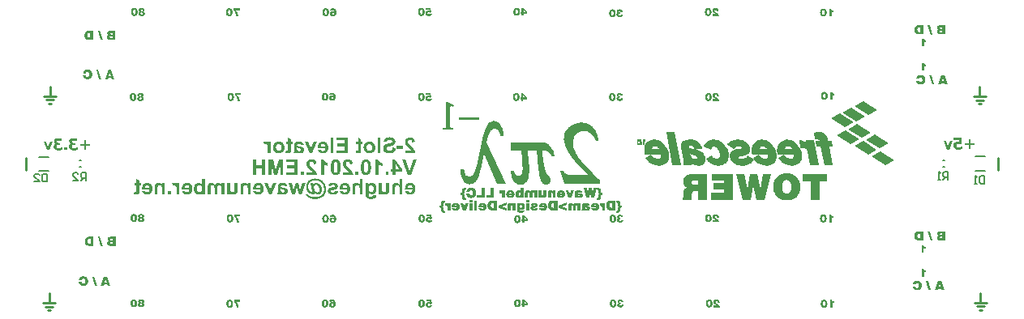
<source format=gbo>
%FSLAX25Y25*%
%MOIN*%
G70*
G01*
G75*
G04 Layer_Color=32896*
%ADD10C,0.00700*%
%ADD11C,0.01200*%
%ADD12C,0.01600*%
%ADD13C,0.25000*%
%ADD14C,0.04134*%
%ADD15C,0.08071*%
%ADD16R,0.04134X0.04134*%
%ADD17R,0.03150X0.03347*%
%ADD18R,0.04331X0.05906*%
%ADD19C,0.02000*%
%ADD20C,0.01200*%
%ADD21C,0.02362*%
%ADD22C,0.00787*%
%ADD23C,0.00800*%
%ADD24C,0.06500*%
%ADD25C,0.25800*%
%ADD26C,0.04934*%
%ADD27C,0.08871*%
%ADD28R,0.04934X0.04934*%
%ADD29R,0.03950X0.04147*%
%ADD30R,0.05131X0.06706*%
%ADD31C,0.01000*%
G36*
X-337708Y32140D02*
X-337541Y32115D01*
X-337391Y32073D01*
X-337241Y32023D01*
X-337108Y31965D01*
X-336983Y31898D01*
X-336866Y31823D01*
X-336758Y31757D01*
X-336666Y31682D01*
X-336583Y31607D01*
X-336508Y31540D01*
X-336450Y31482D01*
X-336400Y31432D01*
X-336367Y31390D01*
X-336350Y31365D01*
X-336342Y31357D01*
Y32040D01*
X-335201D01*
Y27400D01*
X-336425D01*
Y29499D01*
Y29641D01*
X-336433Y29766D01*
Y29882D01*
X-336442Y29991D01*
X-336450Y30091D01*
X-336458Y30174D01*
X-336467Y30257D01*
X-336475Y30324D01*
X-336483Y30382D01*
X-336492Y30432D01*
Y30474D01*
X-336500Y30507D01*
X-336517Y30549D01*
Y30565D01*
X-336558Y30665D01*
X-336608Y30765D01*
X-336666Y30840D01*
X-336725Y30907D01*
X-336783Y30965D01*
X-336825Y30999D01*
X-336858Y31024D01*
X-336866Y31032D01*
X-336966Y31090D01*
X-337066Y31132D01*
X-337158Y31165D01*
X-337250Y31182D01*
X-337325Y31198D01*
X-337391Y31207D01*
X-337441D01*
X-337533Y31198D01*
X-337616Y31190D01*
X-337691Y31165D01*
X-337758Y31148D01*
X-337808Y31124D01*
X-337841Y31098D01*
X-337866Y31090D01*
X-337874Y31082D01*
X-337933Y31032D01*
X-337991Y30974D01*
X-338033Y30915D01*
X-338066Y30857D01*
X-338099Y30807D01*
X-338116Y30765D01*
X-338133Y30740D01*
Y30732D01*
X-338149Y30682D01*
X-338158Y30632D01*
X-338174Y30565D01*
X-338183Y30490D01*
X-338199Y30332D01*
X-338208Y30166D01*
X-338216Y30016D01*
Y29949D01*
Y29891D01*
Y29841D01*
Y29799D01*
Y29774D01*
Y29766D01*
Y27400D01*
X-339440D01*
Y30282D01*
Y30474D01*
X-339432Y30640D01*
X-339415Y30774D01*
X-339407Y30899D01*
X-339390Y30990D01*
X-339374Y31057D01*
X-339366Y31090D01*
Y31107D01*
X-339332Y31215D01*
X-339299Y31307D01*
X-339257Y31398D01*
X-339224Y31473D01*
X-339182Y31540D01*
X-339149Y31582D01*
X-339132Y31615D01*
X-339124Y31623D01*
X-339057Y31707D01*
X-338974Y31773D01*
X-338891Y31840D01*
X-338807Y31898D01*
X-338732Y31940D01*
X-338674Y31973D01*
X-338632Y31990D01*
X-338616Y31998D01*
X-338491Y32048D01*
X-338357Y32081D01*
X-338233Y32115D01*
X-338124Y32131D01*
X-338024Y32140D01*
X-337941Y32148D01*
X-337874D01*
X-337708Y32140D01*
D02*
G37*
G36*
X-332735Y27400D02*
X-333959D01*
Y28624D01*
X-332735D01*
Y27400D01*
D02*
G37*
G36*
X-331285Y32140D02*
X-331185Y32123D01*
X-331102Y32098D01*
X-331019Y32073D01*
X-330960Y32040D01*
X-330910Y32015D01*
X-330877Y31998D01*
X-330869Y31990D01*
X-330777Y31923D01*
X-330686Y31832D01*
X-330602Y31732D01*
X-330519Y31623D01*
X-330452Y31532D01*
X-330394Y31448D01*
X-330369Y31415D01*
X-330361Y31390D01*
X-330344Y31382D01*
Y32040D01*
X-329203D01*
Y27400D01*
X-330427D01*
Y28833D01*
Y29049D01*
X-330436Y29241D01*
Y29416D01*
X-330444Y29574D01*
X-330452Y29716D01*
X-330461Y29841D01*
X-330469Y29957D01*
X-330477Y30049D01*
X-330486Y30132D01*
X-330494Y30207D01*
X-330502Y30257D01*
X-330511Y30307D01*
X-330519Y30340D01*
X-330527Y30365D01*
Y30382D01*
X-330569Y30515D01*
X-330611Y30624D01*
X-330661Y30707D01*
X-330702Y30782D01*
X-330744Y30832D01*
X-330777Y30874D01*
X-330794Y30890D01*
X-330802Y30899D01*
X-330877Y30949D01*
X-330952Y30982D01*
X-331027Y31015D01*
X-331094Y31032D01*
X-331160Y31040D01*
X-331210Y31049D01*
X-331252D01*
X-331352Y31040D01*
X-331452Y31015D01*
X-331552Y30982D01*
X-331644Y30949D01*
X-331718Y30907D01*
X-331777Y30874D01*
X-331810Y30849D01*
X-331827Y30840D01*
X-332210Y31915D01*
X-332060Y31990D01*
X-331918Y32048D01*
X-331777Y32090D01*
X-331652Y32123D01*
X-331552Y32140D01*
X-331469Y32148D01*
X-331394D01*
X-331285Y32140D01*
D02*
G37*
G36*
X-265862D02*
X-265695Y32131D01*
X-265537Y32107D01*
X-265395Y32081D01*
X-265262Y32048D01*
X-265137Y32015D01*
X-265029Y31982D01*
X-264937Y31940D01*
X-264845Y31898D01*
X-264770Y31865D01*
X-264712Y31832D01*
X-264662Y31798D01*
X-264620Y31773D01*
X-264595Y31748D01*
X-264579Y31740D01*
X-264570Y31732D01*
X-264487Y31657D01*
X-264412Y31573D01*
X-264354Y31490D01*
X-264296Y31398D01*
X-264254Y31315D01*
X-264212Y31232D01*
X-264154Y31073D01*
X-264121Y30932D01*
X-264112Y30865D01*
X-264104Y30815D01*
X-264096Y30774D01*
Y30740D01*
Y30724D01*
Y30715D01*
X-264104Y30590D01*
X-264121Y30482D01*
X-264146Y30374D01*
X-264179Y30274D01*
X-264270Y30091D01*
X-264370Y29941D01*
X-264470Y29824D01*
X-264520Y29774D01*
X-264562Y29732D01*
X-264595Y29707D01*
X-264620Y29682D01*
X-264637Y29674D01*
X-264645Y29666D01*
X-264729Y29616D01*
X-264837Y29566D01*
X-264962Y29516D01*
X-265104Y29458D01*
X-265253Y29408D01*
X-265412Y29357D01*
X-265737Y29266D01*
X-265886Y29224D01*
X-266037Y29183D01*
X-266170Y29149D01*
X-266286Y29124D01*
X-266386Y29099D01*
X-266461Y29083D01*
X-266511Y29066D01*
X-266528D01*
X-266636Y29041D01*
X-266728Y29008D01*
X-266794Y28983D01*
X-266853Y28958D01*
X-266895Y28941D01*
X-266919Y28924D01*
X-266928Y28908D01*
X-266936D01*
X-266969Y28874D01*
X-266986Y28833D01*
X-267019Y28758D01*
Y28725D01*
X-267028Y28699D01*
Y28683D01*
Y28675D01*
X-267019Y28600D01*
X-267003Y28533D01*
X-266978Y28483D01*
X-266944Y28433D01*
X-266911Y28400D01*
X-266886Y28375D01*
X-266869Y28358D01*
X-266861Y28350D01*
X-266761Y28291D01*
X-266645Y28250D01*
X-266528Y28216D01*
X-266411Y28200D01*
X-266311Y28183D01*
X-266220Y28175D01*
X-266145D01*
X-265995Y28183D01*
X-265853Y28200D01*
X-265745Y28233D01*
X-265645Y28266D01*
X-265570Y28300D01*
X-265512Y28333D01*
X-265478Y28350D01*
X-265470Y28358D01*
X-265387Y28433D01*
X-265320Y28516D01*
X-265270Y28608D01*
X-265229Y28699D01*
X-265195Y28774D01*
X-265178Y28841D01*
X-265162Y28883D01*
Y28899D01*
X-263929Y28708D01*
X-263962Y28591D01*
X-264004Y28475D01*
X-264112Y28266D01*
X-264229Y28091D01*
X-264354Y27941D01*
X-264462Y27825D01*
X-264512Y27775D01*
X-264554Y27733D01*
X-264595Y27708D01*
X-264620Y27683D01*
X-264637Y27675D01*
X-264645Y27667D01*
X-264754Y27600D01*
X-264870Y27542D01*
X-265112Y27450D01*
X-265362Y27383D01*
X-265603Y27342D01*
X-265712Y27325D01*
X-265820Y27308D01*
X-265912Y27300D01*
X-265986D01*
X-266053Y27292D01*
X-266145D01*
X-266336Y27300D01*
X-266511Y27308D01*
X-266678Y27333D01*
X-266836Y27367D01*
X-266978Y27400D01*
X-267111Y27433D01*
X-267228Y27475D01*
X-267328Y27525D01*
X-267419Y27567D01*
X-267502Y27608D01*
X-267569Y27642D01*
X-267628Y27675D01*
X-267669Y27708D01*
X-267703Y27733D01*
X-267719Y27742D01*
X-267727Y27750D01*
X-267819Y27841D01*
X-267902Y27925D01*
X-267977Y28025D01*
X-268036Y28116D01*
X-268086Y28208D01*
X-268127Y28300D01*
X-268194Y28466D01*
X-268236Y28616D01*
X-268244Y28683D01*
X-268252Y28733D01*
X-268261Y28783D01*
Y28816D01*
Y28833D01*
Y28841D01*
Y28949D01*
X-268244Y29049D01*
X-268202Y29233D01*
X-268136Y29391D01*
X-268069Y29524D01*
X-267994Y29624D01*
X-267927Y29699D01*
X-267886Y29741D01*
X-267877Y29757D01*
X-267869D01*
X-267794Y29816D01*
X-267703Y29874D01*
X-267602Y29932D01*
X-267494Y29982D01*
X-267269Y30074D01*
X-267044Y30157D01*
X-266936Y30191D01*
X-266836Y30215D01*
X-266744Y30249D01*
X-266661Y30266D01*
X-266595Y30282D01*
X-266545Y30299D01*
X-266511Y30307D01*
X-266503D01*
X-266328Y30349D01*
X-266170Y30391D01*
X-266028Y30424D01*
X-265912Y30457D01*
X-265803Y30490D01*
X-265712Y30515D01*
X-265628Y30540D01*
X-265562Y30565D01*
X-265503Y30582D01*
X-265462Y30599D01*
X-265420Y30615D01*
X-265395Y30624D01*
X-265362Y30640D01*
X-265353Y30649D01*
X-265312Y30682D01*
X-265287Y30724D01*
X-265253Y30799D01*
X-265245Y30824D01*
X-265237Y30849D01*
Y30865D01*
Y30874D01*
X-265245Y30932D01*
X-265262Y30982D01*
X-265303Y31057D01*
X-265353Y31107D01*
X-265362Y31124D01*
X-265370D01*
X-265462Y31174D01*
X-265570Y31207D01*
X-265687Y31232D01*
X-265795Y31249D01*
X-265903Y31257D01*
X-265986Y31265D01*
X-266070D01*
X-266203Y31257D01*
X-266328Y31240D01*
X-266428Y31215D01*
X-266511Y31190D01*
X-266578Y31165D01*
X-266620Y31140D01*
X-266653Y31124D01*
X-266661Y31115D01*
X-266736Y31057D01*
X-266794Y30990D01*
X-266845Y30924D01*
X-266878Y30857D01*
X-266911Y30799D01*
X-266928Y30749D01*
X-266944Y30715D01*
Y30707D01*
X-268102Y30924D01*
X-268027Y31132D01*
X-267927Y31315D01*
X-267819Y31473D01*
X-267719Y31607D01*
X-267619Y31707D01*
X-267536Y31773D01*
X-267502Y31798D01*
X-267478Y31815D01*
X-267469Y31832D01*
X-267461D01*
X-267369Y31890D01*
X-267269Y31940D01*
X-267044Y32015D01*
X-266811Y32073D01*
X-266578Y32107D01*
X-266470Y32123D01*
X-266370Y32131D01*
X-266278Y32140D01*
X-266203D01*
X-266136Y32148D01*
X-266045D01*
X-265862Y32140D01*
D02*
G37*
G36*
X-205900Y57932D02*
X-214447D01*
Y58998D01*
X-205900D01*
Y57932D01*
D02*
G37*
G36*
X-216446Y63979D02*
X-216646Y63513D01*
X-216862Y63596D01*
X-217045Y63646D01*
X-217196Y63696D01*
X-217312Y63713D01*
X-217412Y63730D01*
X-217462Y63746D01*
X-217512D01*
X-217612Y63730D01*
X-217695Y63713D01*
X-217745Y63679D01*
X-217762Y63663D01*
X-217829Y63580D01*
X-217879Y63496D01*
X-217895Y63430D01*
X-217912Y63413D01*
Y63396D01*
X-217929Y63330D01*
X-217945Y63246D01*
X-217962Y63046D01*
X-217979Y62797D01*
Y62563D01*
X-217995Y62330D01*
Y62147D01*
Y62063D01*
Y62014D01*
Y61980D01*
Y61964D01*
Y56249D01*
Y56083D01*
Y55933D01*
X-217979Y55699D01*
Y55516D01*
X-217962Y55366D01*
X-217945Y55283D01*
Y55216D01*
X-217929Y55200D01*
Y55183D01*
X-217862Y55050D01*
X-217779Y54966D01*
X-217695Y54900D01*
X-217679Y54883D01*
X-217662D01*
X-217562Y54850D01*
X-217429Y54833D01*
X-217262Y54816D01*
X-217079Y54800D01*
X-216912D01*
X-216762Y54783D01*
X-216629D01*
Y54200D01*
X-220944D01*
Y54783D01*
X-220661Y54800D01*
X-220427Y54816D01*
X-220244Y54833D01*
X-220111Y54850D01*
X-220011Y54866D01*
X-219961Y54883D01*
X-219928Y54900D01*
X-219911D01*
X-219794Y54983D01*
X-219711Y55066D01*
X-219678Y55133D01*
X-219661Y55166D01*
Y55216D01*
X-219644Y55266D01*
X-219628Y55416D01*
Y55583D01*
X-219611Y55783D01*
Y55949D01*
Y56099D01*
Y56216D01*
Y56233D01*
Y56249D01*
Y65329D01*
X-219145D01*
X-216446Y63979D01*
D02*
G37*
G36*
X-273192Y33914D02*
X-272959Y33897D01*
X-272742Y33872D01*
X-272526Y33839D01*
X-272326Y33797D01*
X-272134Y33756D01*
X-271959Y33706D01*
X-271793Y33656D01*
X-271642Y33606D01*
X-271518Y33556D01*
X-271401Y33514D01*
X-271301Y33473D01*
X-271226Y33439D01*
X-271176Y33414D01*
X-271134Y33398D01*
X-271126Y33389D01*
X-270943Y33281D01*
X-270768Y33164D01*
X-270601Y33048D01*
X-270451Y32915D01*
X-270310Y32781D01*
X-270177Y32648D01*
X-270060Y32515D01*
X-269952Y32390D01*
X-269860Y32265D01*
X-269777Y32156D01*
X-269702Y32056D01*
X-269643Y31965D01*
X-269593Y31890D01*
X-269560Y31840D01*
X-269543Y31798D01*
X-269535Y31790D01*
X-269435Y31590D01*
X-269343Y31390D01*
X-269268Y31190D01*
X-269202Y30990D01*
X-269144Y30790D01*
X-269102Y30607D01*
X-269060Y30424D01*
X-269035Y30249D01*
X-269010Y30091D01*
X-268994Y29949D01*
X-268977Y29824D01*
X-268969Y29716D01*
X-268960Y29624D01*
Y29566D01*
Y29524D01*
Y29507D01*
X-268969Y29299D01*
X-268985Y29099D01*
X-269010Y28899D01*
X-269044Y28708D01*
X-269077Y28525D01*
X-269119Y28358D01*
X-269168Y28200D01*
X-269218Y28050D01*
X-269260Y27916D01*
X-269310Y27792D01*
X-269352Y27692D01*
X-269393Y27600D01*
X-269418Y27525D01*
X-269443Y27475D01*
X-269460Y27442D01*
X-269468Y27433D01*
X-269568Y27258D01*
X-269685Y27100D01*
X-269802Y26950D01*
X-269927Y26809D01*
X-270052Y26684D01*
X-270185Y26567D01*
X-270310Y26459D01*
X-270435Y26367D01*
X-270560Y26276D01*
X-270668Y26209D01*
X-270768Y26142D01*
X-270851Y26092D01*
X-270926Y26050D01*
X-270976Y26026D01*
X-271018Y26009D01*
X-271026Y26001D01*
X-271226Y25917D01*
X-271434Y25842D01*
X-271642Y25776D01*
X-271859Y25717D01*
X-272067Y25667D01*
X-272276Y25626D01*
X-272476Y25601D01*
X-272667Y25567D01*
X-272842Y25551D01*
X-273009Y25534D01*
X-273150Y25526D01*
X-273275Y25517D01*
X-273375Y25509D01*
X-273517D01*
X-273792Y25517D01*
X-274050Y25534D01*
X-274300Y25559D01*
X-274533Y25601D01*
X-274758Y25642D01*
X-274966Y25692D01*
X-275158Y25751D01*
X-275333Y25801D01*
X-275491Y25859D01*
X-275633Y25909D01*
X-275758Y25959D01*
X-275857Y26001D01*
X-275933Y26042D01*
X-275991Y26067D01*
X-276032Y26084D01*
X-276041Y26092D01*
X-276207Y26192D01*
X-276357Y26300D01*
X-276499Y26409D01*
X-276632Y26525D01*
X-276749Y26642D01*
X-276857Y26759D01*
X-276957Y26867D01*
X-277049Y26975D01*
X-277124Y27084D01*
X-277199Y27175D01*
X-277249Y27267D01*
X-277299Y27342D01*
X-277332Y27400D01*
X-277365Y27442D01*
X-277374Y27475D01*
X-277382Y27483D01*
X-276449D01*
X-276266Y27275D01*
X-276066Y27100D01*
X-275866Y26950D01*
X-275666Y26825D01*
X-275583Y26775D01*
X-275499Y26734D01*
X-275424Y26692D01*
X-275358Y26667D01*
X-275308Y26642D01*
X-275266Y26625D01*
X-275241Y26609D01*
X-275233D01*
X-274941Y26509D01*
X-274633Y26434D01*
X-274333Y26384D01*
X-274191Y26359D01*
X-274058Y26350D01*
X-273925Y26334D01*
X-273808Y26325D01*
X-273708Y26317D01*
X-273617D01*
X-273542Y26309D01*
X-273442D01*
X-273050Y26325D01*
X-272859Y26342D01*
X-272684Y26367D01*
X-272517Y26392D01*
X-272359Y26417D01*
X-272209Y26450D01*
X-272076Y26484D01*
X-271951Y26517D01*
X-271843Y26550D01*
X-271743Y26575D01*
X-271668Y26600D01*
X-271601Y26625D01*
X-271559Y26642D01*
X-271526Y26659D01*
X-271518D01*
X-271368Y26725D01*
X-271218Y26809D01*
X-271084Y26892D01*
X-270959Y26975D01*
X-270843Y27067D01*
X-270735Y27158D01*
X-270635Y27250D01*
X-270551Y27342D01*
X-270468Y27425D01*
X-270401Y27500D01*
X-270343Y27575D01*
X-270293Y27633D01*
X-270260Y27683D01*
X-270235Y27725D01*
X-270218Y27750D01*
X-270210Y27758D01*
X-270127Y27900D01*
X-270060Y28050D01*
X-270002Y28191D01*
X-269943Y28341D01*
X-269860Y28624D01*
X-269835Y28758D01*
X-269810Y28883D01*
X-269793Y28999D01*
X-269777Y29108D01*
X-269768Y29208D01*
X-269760Y29283D01*
X-269752Y29349D01*
Y29399D01*
Y29432D01*
Y29441D01*
X-269760Y29616D01*
X-269768Y29791D01*
X-269818Y30124D01*
X-269852Y30282D01*
X-269885Y30432D01*
X-269918Y30574D01*
X-269960Y30707D01*
X-270002Y30832D01*
X-270035Y30940D01*
X-270068Y31032D01*
X-270101Y31115D01*
X-270127Y31182D01*
X-270151Y31223D01*
X-270160Y31257D01*
X-270168Y31265D01*
X-270251Y31423D01*
X-270343Y31582D01*
X-270435Y31723D01*
X-270535Y31848D01*
X-270643Y31973D01*
X-270743Y32090D01*
X-270843Y32190D01*
X-270943Y32281D01*
X-271035Y32365D01*
X-271118Y32431D01*
X-271201Y32490D01*
X-271268Y32540D01*
X-271326Y32581D01*
X-271368Y32606D01*
X-271393Y32623D01*
X-271401Y32631D01*
X-271559Y32715D01*
X-271726Y32798D01*
X-271892Y32856D01*
X-272067Y32915D01*
X-272234Y32964D01*
X-272401Y33006D01*
X-272567Y33039D01*
X-272717Y33064D01*
X-272867Y33081D01*
X-273000Y33098D01*
X-273117Y33106D01*
X-273217Y33114D01*
X-273300Y33123D01*
X-273417D01*
X-273667Y33114D01*
X-273908Y33089D01*
X-274133Y33056D01*
X-274342Y33006D01*
X-274533Y32956D01*
X-274716Y32898D01*
X-274875Y32831D01*
X-275025Y32765D01*
X-275149Y32690D01*
X-275266Y32631D01*
X-275358Y32565D01*
X-275441Y32515D01*
X-275499Y32465D01*
X-275549Y32431D01*
X-275574Y32406D01*
X-275583Y32398D01*
X-275724Y32256D01*
X-275841Y32115D01*
X-275949Y31965D01*
X-276032Y31807D01*
X-276107Y31657D01*
X-276174Y31507D01*
X-276224Y31365D01*
X-276266Y31223D01*
X-276299Y31090D01*
X-276324Y30974D01*
X-276341Y30865D01*
X-276357Y30774D01*
Y30699D01*
X-276366Y30640D01*
Y30607D01*
Y30590D01*
X-276357Y30365D01*
X-276324Y30157D01*
X-276274Y29957D01*
X-276224Y29791D01*
X-276199Y29707D01*
X-276174Y29641D01*
X-276149Y29583D01*
X-276124Y29533D01*
X-276107Y29491D01*
X-276091Y29458D01*
X-276082Y29441D01*
Y29432D01*
X-275974Y29233D01*
X-275857Y29058D01*
X-275733Y28908D01*
X-275624Y28774D01*
X-275524Y28675D01*
X-275441Y28600D01*
X-275408Y28574D01*
X-275383Y28558D01*
X-275374Y28541D01*
X-275366D01*
X-275249Y28458D01*
X-275141Y28400D01*
X-275049Y28350D01*
X-274974Y28325D01*
X-274908Y28308D01*
X-274866Y28300D01*
X-274833Y28291D01*
X-274825D01*
X-274775Y28300D01*
X-274741Y28316D01*
X-274716Y28333D01*
X-274708Y28341D01*
X-274683Y28391D01*
X-274666Y28450D01*
X-274658Y28491D01*
Y28500D01*
Y28508D01*
Y28550D01*
X-274666Y28600D01*
X-274691Y28733D01*
X-274700Y28791D01*
X-274708Y28841D01*
X-274716Y28874D01*
Y28891D01*
X-275374Y32023D01*
X-274225D01*
X-274108Y31540D01*
X-274033Y31648D01*
X-273958Y31732D01*
X-273867Y31815D01*
X-273775Y31881D01*
X-273683Y31940D01*
X-273583Y31990D01*
X-273492Y32023D01*
X-273400Y32056D01*
X-273234Y32098D01*
X-273159Y32115D01*
X-273092Y32123D01*
X-273042Y32131D01*
X-272967D01*
X-272767Y32123D01*
X-272575Y32090D01*
X-272401Y32040D01*
X-272226Y31973D01*
X-272067Y31890D01*
X-271917Y31807D01*
X-271784Y31715D01*
X-271659Y31615D01*
X-271551Y31515D01*
X-271459Y31423D01*
X-271376Y31340D01*
X-271301Y31257D01*
X-271251Y31190D01*
X-271209Y31140D01*
X-271184Y31107D01*
X-271176Y31098D01*
X-271076Y30940D01*
X-270985Y30774D01*
X-270910Y30607D01*
X-270843Y30449D01*
X-270785Y30290D01*
X-270743Y30132D01*
X-270701Y29982D01*
X-270676Y29841D01*
X-270651Y29716D01*
X-270635Y29591D01*
X-270618Y29491D01*
X-270610Y29399D01*
X-270601Y29324D01*
Y29274D01*
Y29233D01*
Y29224D01*
X-270610Y29074D01*
X-270618Y28933D01*
X-270643Y28799D01*
X-270676Y28666D01*
X-270710Y28550D01*
X-270751Y28441D01*
X-270793Y28341D01*
X-270843Y28250D01*
X-270884Y28175D01*
X-270926Y28100D01*
X-270968Y28041D01*
X-271001Y27991D01*
X-271035Y27950D01*
X-271059Y27925D01*
X-271068Y27908D01*
X-271076Y27900D01*
X-271168Y27808D01*
X-271268Y27733D01*
X-271359Y27667D01*
X-271468Y27608D01*
X-271568Y27567D01*
X-271668Y27525D01*
X-271851Y27467D01*
X-271942Y27442D01*
X-272017Y27425D01*
X-272092Y27417D01*
X-272159Y27408D01*
X-272209Y27400D01*
X-272276D01*
X-272401Y27408D01*
X-272517Y27425D01*
X-272634Y27442D01*
X-272750Y27475D01*
X-272950Y27558D01*
X-273125Y27650D01*
X-273200Y27692D01*
X-273267Y27733D01*
X-273325Y27775D01*
X-273375Y27817D01*
X-273417Y27850D01*
X-273442Y27867D01*
X-273459Y27883D01*
X-273467Y27891D01*
X-273492Y27808D01*
X-273534Y27733D01*
X-273567Y27667D01*
X-273608Y27617D01*
X-273650Y27575D01*
X-273675Y27550D01*
X-273700Y27533D01*
X-273708Y27525D01*
X-273783Y27483D01*
X-273875Y27450D01*
X-273967Y27433D01*
X-274050Y27417D01*
X-274133Y27408D01*
X-274200Y27400D01*
X-274258D01*
X-274508Y27417D01*
X-274741Y27450D01*
X-274958Y27508D01*
X-275166Y27575D01*
X-275366Y27667D01*
X-275541Y27758D01*
X-275708Y27858D01*
X-275857Y27966D01*
X-275999Y28075D01*
X-276116Y28175D01*
X-276216Y28266D01*
X-276299Y28358D01*
X-276366Y28425D01*
X-276416Y28483D01*
X-276449Y28525D01*
X-276457Y28533D01*
X-276582Y28708D01*
X-276682Y28874D01*
X-276782Y29049D01*
X-276857Y29224D01*
X-276924Y29399D01*
X-276982Y29566D01*
X-277024Y29724D01*
X-277065Y29882D01*
X-277090Y30016D01*
X-277115Y30149D01*
X-277124Y30266D01*
X-277140Y30357D01*
Y30440D01*
X-277149Y30499D01*
Y30540D01*
Y30549D01*
X-277140Y30724D01*
X-277132Y30890D01*
X-277074Y31215D01*
X-277040Y31365D01*
X-277007Y31507D01*
X-276965Y31640D01*
X-276924Y31765D01*
X-276874Y31873D01*
X-276832Y31973D01*
X-276799Y32065D01*
X-276765Y32131D01*
X-276732Y32198D01*
X-276707Y32240D01*
X-276699Y32265D01*
X-276691Y32273D01*
X-276599Y32415D01*
X-276507Y32556D01*
X-276399Y32681D01*
X-276299Y32798D01*
X-276191Y32906D01*
X-276082Y33006D01*
X-275974Y33098D01*
X-275866Y33181D01*
X-275766Y33248D01*
X-275674Y33314D01*
X-275599Y33364D01*
X-275524Y33414D01*
X-275466Y33448D01*
X-275424Y33473D01*
X-275391Y33481D01*
X-275383Y33489D01*
X-275224Y33564D01*
X-275058Y33631D01*
X-274891Y33689D01*
X-274716Y33739D01*
X-274391Y33814D01*
X-274233Y33847D01*
X-274092Y33872D01*
X-273950Y33889D01*
X-273825Y33897D01*
X-273717Y33906D01*
X-273617Y33914D01*
X-273542Y33922D01*
X-273433D01*
X-273192Y33914D01*
D02*
G37*
G36*
X-302422Y32140D02*
X-302255Y32115D01*
X-302105Y32073D01*
X-301955Y32023D01*
X-301822Y31965D01*
X-301697Y31898D01*
X-301581Y31823D01*
X-301472Y31757D01*
X-301381Y31682D01*
X-301297Y31607D01*
X-301222Y31540D01*
X-301164Y31482D01*
X-301114Y31432D01*
X-301081Y31390D01*
X-301064Y31365D01*
X-301056Y31357D01*
Y32040D01*
X-299915D01*
Y27400D01*
X-301139D01*
Y29499D01*
Y29641D01*
X-301147Y29766D01*
Y29882D01*
X-301156Y29991D01*
X-301164Y30091D01*
X-301172Y30174D01*
X-301181Y30257D01*
X-301189Y30324D01*
X-301197Y30382D01*
X-301206Y30432D01*
Y30474D01*
X-301214Y30507D01*
X-301231Y30549D01*
Y30565D01*
X-301272Y30665D01*
X-301322Y30765D01*
X-301381Y30840D01*
X-301439Y30907D01*
X-301497Y30965D01*
X-301539Y30999D01*
X-301572Y31024D01*
X-301581Y31032D01*
X-301680Y31090D01*
X-301781Y31132D01*
X-301872Y31165D01*
X-301964Y31182D01*
X-302039Y31198D01*
X-302105Y31207D01*
X-302155D01*
X-302247Y31198D01*
X-302330Y31190D01*
X-302405Y31165D01*
X-302472Y31148D01*
X-302522Y31124D01*
X-302555Y31098D01*
X-302580Y31090D01*
X-302589Y31082D01*
X-302647Y31032D01*
X-302705Y30974D01*
X-302747Y30915D01*
X-302780Y30857D01*
X-302813Y30807D01*
X-302830Y30765D01*
X-302847Y30740D01*
Y30732D01*
X-302863Y30682D01*
X-302872Y30632D01*
X-302888Y30565D01*
X-302897Y30490D01*
X-302913Y30332D01*
X-302922Y30166D01*
X-302930Y30016D01*
Y29949D01*
Y29891D01*
Y29841D01*
Y29799D01*
Y29774D01*
Y29766D01*
Y27400D01*
X-304154D01*
Y30282D01*
Y30474D01*
X-304146Y30640D01*
X-304130Y30774D01*
X-304121Y30899D01*
X-304105Y30990D01*
X-304088Y31057D01*
X-304080Y31090D01*
Y31107D01*
X-304046Y31215D01*
X-304013Y31307D01*
X-303971Y31398D01*
X-303938Y31473D01*
X-303896Y31540D01*
X-303863Y31582D01*
X-303846Y31615D01*
X-303838Y31623D01*
X-303771Y31707D01*
X-303688Y31773D01*
X-303605Y31840D01*
X-303521Y31898D01*
X-303447Y31940D01*
X-303388Y31973D01*
X-303346Y31990D01*
X-303330Y31998D01*
X-303205Y32048D01*
X-303072Y32081D01*
X-302947Y32115D01*
X-302838Y32131D01*
X-302738Y32140D01*
X-302655Y32148D01*
X-302589D01*
X-302422Y32140D01*
D02*
G37*
G36*
X-234157D02*
X-233991Y32123D01*
X-233841Y32090D01*
X-233699Y32048D01*
X-233558Y31998D01*
X-233433Y31940D01*
X-233325Y31881D01*
X-233216Y31823D01*
X-233125Y31757D01*
X-233041Y31698D01*
X-232966Y31640D01*
X-232908Y31590D01*
X-232858Y31548D01*
X-232825Y31515D01*
X-232808Y31498D01*
X-232800Y31490D01*
X-232692Y31365D01*
X-232600Y31223D01*
X-232525Y31082D01*
X-232450Y30932D01*
X-232392Y30782D01*
X-232350Y30632D01*
X-232308Y30482D01*
X-232275Y30340D01*
X-232250Y30207D01*
X-232233Y30082D01*
X-232217Y29966D01*
X-232208Y29874D01*
Y29791D01*
X-232200Y29732D01*
Y29699D01*
Y29682D01*
X-232208Y29507D01*
X-232217Y29333D01*
X-232242Y29174D01*
X-232275Y29024D01*
X-232308Y28883D01*
X-232342Y28749D01*
X-232383Y28633D01*
X-232433Y28525D01*
X-232475Y28425D01*
X-232517Y28333D01*
X-232550Y28258D01*
X-232583Y28200D01*
X-232616Y28150D01*
X-232642Y28116D01*
X-232650Y28091D01*
X-232658Y28083D01*
X-232775Y27941D01*
X-232900Y27825D01*
X-233033Y27716D01*
X-233183Y27625D01*
X-233325Y27550D01*
X-233474Y27483D01*
X-233624Y27433D01*
X-233766Y27392D01*
X-233899Y27358D01*
X-234033Y27333D01*
X-234141Y27317D01*
X-234241Y27308D01*
X-234324Y27300D01*
X-234391Y27292D01*
X-234441D01*
X-234716Y27308D01*
X-234966Y27350D01*
X-235182Y27400D01*
X-235274Y27433D01*
X-235365Y27467D01*
X-235449Y27500D01*
X-235515Y27533D01*
X-235574Y27558D01*
X-235624Y27583D01*
X-235665Y27608D01*
X-235690Y27625D01*
X-235707Y27642D01*
X-235715D01*
X-235890Y27783D01*
X-236049Y27950D01*
X-236173Y28116D01*
X-236282Y28283D01*
X-236365Y28433D01*
X-236390Y28500D01*
X-236423Y28558D01*
X-236440Y28600D01*
X-236457Y28633D01*
X-236465Y28658D01*
Y28666D01*
X-235241Y28874D01*
X-235199Y28749D01*
X-235149Y28641D01*
X-235099Y28558D01*
X-235049Y28483D01*
X-234999Y28425D01*
X-234966Y28391D01*
X-234941Y28366D01*
X-234932Y28358D01*
X-234857Y28308D01*
X-234774Y28275D01*
X-234699Y28241D01*
X-234624Y28225D01*
X-234557Y28216D01*
X-234507Y28208D01*
X-234457D01*
X-234308Y28225D01*
X-234166Y28258D01*
X-234049Y28300D01*
X-233941Y28358D01*
X-233858Y28416D01*
X-233799Y28458D01*
X-233766Y28491D01*
X-233749Y28508D01*
X-233658Y28633D01*
X-233583Y28774D01*
X-233533Y28916D01*
X-233500Y29049D01*
X-233474Y29174D01*
X-233466Y29274D01*
X-233458Y29316D01*
Y29341D01*
Y29357D01*
Y29366D01*
X-236532D01*
Y29624D01*
X-236515Y29857D01*
X-236490Y30082D01*
X-236457Y30290D01*
X-236407Y30474D01*
X-236365Y30649D01*
X-236307Y30799D01*
X-236257Y30940D01*
X-236198Y31065D01*
X-236148Y31165D01*
X-236098Y31257D01*
X-236049Y31332D01*
X-236015Y31382D01*
X-235982Y31423D01*
X-235965Y31448D01*
X-235957Y31457D01*
X-235840Y31582D01*
X-235715Y31682D01*
X-235582Y31782D01*
X-235449Y31857D01*
X-235315Y31923D01*
X-235174Y31982D01*
X-235040Y32023D01*
X-234916Y32065D01*
X-234791Y32090D01*
X-234682Y32115D01*
X-234582Y32123D01*
X-234499Y32140D01*
X-234424D01*
X-234374Y32148D01*
X-234324D01*
X-234157Y32140D01*
D02*
G37*
G36*
X-305379Y29099D02*
X-305387Y28866D01*
X-305404Y28658D01*
X-305429Y28483D01*
X-305462Y28333D01*
X-305487Y28216D01*
X-305512Y28133D01*
X-305521Y28108D01*
X-305529Y28083D01*
X-305537Y28075D01*
Y28066D01*
X-305612Y27933D01*
X-305687Y27825D01*
X-305779Y27725D01*
X-305871Y27642D01*
X-305945Y27575D01*
X-306012Y27533D01*
X-306054Y27500D01*
X-306070Y27492D01*
X-306212Y27425D01*
X-306362Y27375D01*
X-306504Y27342D01*
X-306628Y27317D01*
X-306745Y27300D01*
X-306837Y27292D01*
X-306912D01*
X-307078Y27300D01*
X-307237Y27325D01*
X-307387Y27358D01*
X-307520Y27400D01*
X-307628Y27433D01*
X-307712Y27467D01*
X-307736Y27483D01*
X-307761Y27492D01*
X-307770Y27500D01*
X-307778D01*
X-307928Y27592D01*
X-308053Y27683D01*
X-308170Y27783D01*
X-308261Y27875D01*
X-308345Y27958D01*
X-308395Y28033D01*
X-308436Y28075D01*
X-308444Y28091D01*
Y27400D01*
X-309586D01*
Y32040D01*
X-308361D01*
Y30082D01*
Y29907D01*
Y29741D01*
X-308353Y29599D01*
X-308345Y29466D01*
X-308336Y29349D01*
Y29249D01*
X-308328Y29158D01*
X-308319Y29083D01*
X-308311Y29016D01*
X-308303Y28958D01*
X-308295Y28916D01*
X-308286Y28883D01*
X-308278Y28858D01*
Y28841D01*
X-308270Y28824D01*
X-308228Y28733D01*
X-308178Y28650D01*
X-308120Y28583D01*
X-308061Y28516D01*
X-308011Y28466D01*
X-307970Y28433D01*
X-307936Y28408D01*
X-307928Y28400D01*
X-307828Y28341D01*
X-307736Y28300D01*
X-307636Y28275D01*
X-307553Y28258D01*
X-307478Y28241D01*
X-307412Y28233D01*
X-307362D01*
X-307270Y28241D01*
X-307178Y28250D01*
X-307103Y28275D01*
X-307037Y28300D01*
X-306987Y28316D01*
X-306945Y28341D01*
X-306920Y28350D01*
X-306912Y28358D01*
X-306854Y28408D01*
X-306803Y28466D01*
X-306762Y28525D01*
X-306729Y28574D01*
X-306703Y28624D01*
X-306687Y28666D01*
X-306670Y28691D01*
Y28699D01*
X-306662Y28749D01*
X-306645Y28816D01*
X-306637Y28891D01*
X-306628Y28983D01*
X-306620Y29183D01*
X-306612Y29391D01*
X-306604Y29583D01*
Y29674D01*
Y29749D01*
Y29816D01*
Y29866D01*
Y29899D01*
Y29907D01*
Y32040D01*
X-305379D01*
Y29099D01*
D02*
G37*
G36*
X-242979D02*
X-242987Y28866D01*
X-243004Y28658D01*
X-243029Y28483D01*
X-243062Y28333D01*
X-243087Y28216D01*
X-243112Y28133D01*
X-243121Y28108D01*
X-243129Y28083D01*
X-243137Y28075D01*
Y28066D01*
X-243212Y27933D01*
X-243287Y27825D01*
X-243379Y27725D01*
X-243471Y27642D01*
X-243546Y27575D01*
X-243612Y27533D01*
X-243654Y27500D01*
X-243670Y27492D01*
X-243812Y27425D01*
X-243962Y27375D01*
X-244104Y27342D01*
X-244229Y27317D01*
X-244345Y27300D01*
X-244437Y27292D01*
X-244512D01*
X-244678Y27300D01*
X-244837Y27325D01*
X-244987Y27358D01*
X-245120Y27400D01*
X-245228Y27433D01*
X-245311Y27467D01*
X-245336Y27483D01*
X-245361Y27492D01*
X-245370Y27500D01*
X-245378D01*
X-245528Y27592D01*
X-245653Y27683D01*
X-245770Y27783D01*
X-245861Y27875D01*
X-245944Y27958D01*
X-245994Y28033D01*
X-246036Y28075D01*
X-246044Y28091D01*
Y27400D01*
X-247186D01*
Y32040D01*
X-245961D01*
Y30082D01*
Y29907D01*
Y29741D01*
X-245953Y29599D01*
X-245944Y29466D01*
X-245936Y29349D01*
Y29249D01*
X-245928Y29158D01*
X-245919Y29083D01*
X-245911Y29016D01*
X-245903Y28958D01*
X-245895Y28916D01*
X-245886Y28883D01*
X-245878Y28858D01*
Y28841D01*
X-245869Y28824D01*
X-245828Y28733D01*
X-245778Y28650D01*
X-245720Y28583D01*
X-245661Y28516D01*
X-245611Y28466D01*
X-245570Y28433D01*
X-245536Y28408D01*
X-245528Y28400D01*
X-245428Y28341D01*
X-245336Y28300D01*
X-245236Y28275D01*
X-245153Y28258D01*
X-245078Y28241D01*
X-245011Y28233D01*
X-244962D01*
X-244870Y28241D01*
X-244778Y28250D01*
X-244703Y28275D01*
X-244637Y28300D01*
X-244587Y28316D01*
X-244545Y28341D01*
X-244520Y28350D01*
X-244512Y28358D01*
X-244453Y28408D01*
X-244404Y28466D01*
X-244362Y28525D01*
X-244328Y28574D01*
X-244303Y28624D01*
X-244287Y28666D01*
X-244270Y28691D01*
Y28699D01*
X-244262Y28749D01*
X-244245Y28816D01*
X-244237Y28891D01*
X-244229Y28983D01*
X-244220Y29183D01*
X-244212Y29391D01*
X-244203Y29583D01*
Y29674D01*
Y29749D01*
Y29816D01*
Y29866D01*
Y29899D01*
Y29907D01*
Y32040D01*
X-242979D01*
Y29099D01*
D02*
G37*
G36*
X-260988Y32140D02*
X-260822Y32123D01*
X-260672Y32090D01*
X-260530Y32048D01*
X-260389Y31998D01*
X-260264Y31940D01*
X-260156Y31881D01*
X-260047Y31823D01*
X-259956Y31757D01*
X-259872Y31698D01*
X-259797Y31640D01*
X-259739Y31590D01*
X-259689Y31548D01*
X-259656Y31515D01*
X-259639Y31498D01*
X-259631Y31490D01*
X-259522Y31365D01*
X-259431Y31223D01*
X-259356Y31082D01*
X-259281Y30932D01*
X-259223Y30782D01*
X-259181Y30632D01*
X-259139Y30482D01*
X-259106Y30340D01*
X-259081Y30207D01*
X-259064Y30082D01*
X-259048Y29966D01*
X-259039Y29874D01*
Y29791D01*
X-259031Y29732D01*
Y29699D01*
Y29682D01*
X-259039Y29507D01*
X-259048Y29333D01*
X-259073Y29174D01*
X-259106Y29024D01*
X-259139Y28883D01*
X-259173Y28749D01*
X-259214Y28633D01*
X-259264Y28525D01*
X-259306Y28425D01*
X-259348Y28333D01*
X-259381Y28258D01*
X-259414Y28200D01*
X-259447Y28150D01*
X-259472Y28116D01*
X-259481Y28091D01*
X-259489Y28083D01*
X-259606Y27941D01*
X-259731Y27825D01*
X-259864Y27716D01*
X-260014Y27625D01*
X-260156Y27550D01*
X-260305Y27483D01*
X-260455Y27433D01*
X-260597Y27392D01*
X-260730Y27358D01*
X-260863Y27333D01*
X-260972Y27317D01*
X-261072Y27308D01*
X-261155Y27300D01*
X-261222Y27292D01*
X-261272D01*
X-261547Y27308D01*
X-261796Y27350D01*
X-262013Y27400D01*
X-262105Y27433D01*
X-262196Y27467D01*
X-262280Y27500D01*
X-262346Y27533D01*
X-262405Y27558D01*
X-262455Y27583D01*
X-262496Y27608D01*
X-262521Y27625D01*
X-262538Y27642D01*
X-262546D01*
X-262721Y27783D01*
X-262879Y27950D01*
X-263004Y28116D01*
X-263113Y28283D01*
X-263196Y28433D01*
X-263221Y28500D01*
X-263254Y28558D01*
X-263271Y28600D01*
X-263288Y28633D01*
X-263296Y28658D01*
Y28666D01*
X-262071Y28874D01*
X-262030Y28749D01*
X-261980Y28641D01*
X-261930Y28558D01*
X-261880Y28483D01*
X-261830Y28425D01*
X-261796Y28391D01*
X-261771Y28366D01*
X-261763Y28358D01*
X-261688Y28308D01*
X-261605Y28275D01*
X-261530Y28241D01*
X-261455Y28225D01*
X-261388Y28216D01*
X-261338Y28208D01*
X-261288D01*
X-261138Y28225D01*
X-260997Y28258D01*
X-260880Y28300D01*
X-260772Y28358D01*
X-260689Y28416D01*
X-260630Y28458D01*
X-260597Y28491D01*
X-260580Y28508D01*
X-260489Y28633D01*
X-260414Y28774D01*
X-260364Y28916D01*
X-260330Y29049D01*
X-260305Y29174D01*
X-260297Y29274D01*
X-260289Y29316D01*
Y29341D01*
Y29357D01*
Y29366D01*
X-263363D01*
Y29624D01*
X-263346Y29857D01*
X-263321Y30082D01*
X-263288Y30290D01*
X-263238Y30474D01*
X-263196Y30649D01*
X-263138Y30799D01*
X-263088Y30940D01*
X-263029Y31065D01*
X-262979Y31165D01*
X-262929Y31257D01*
X-262879Y31332D01*
X-262846Y31382D01*
X-262813Y31423D01*
X-262796Y31448D01*
X-262788Y31457D01*
X-262671Y31582D01*
X-262546Y31682D01*
X-262413Y31782D01*
X-262280Y31857D01*
X-262146Y31923D01*
X-262005Y31982D01*
X-261872Y32023D01*
X-261747Y32065D01*
X-261622Y32090D01*
X-261513Y32115D01*
X-261413Y32123D01*
X-261330Y32140D01*
X-261255D01*
X-261205Y32148D01*
X-261155D01*
X-260988Y32140D01*
D02*
G37*
G36*
X-342281D02*
X-342114Y32123D01*
X-341964Y32090D01*
X-341823Y32048D01*
X-341681Y31998D01*
X-341556Y31940D01*
X-341448Y31881D01*
X-341340Y31823D01*
X-341248Y31757D01*
X-341165Y31698D01*
X-341090Y31640D01*
X-341031Y31590D01*
X-340982Y31548D01*
X-340948Y31515D01*
X-340932Y31498D01*
X-340923Y31490D01*
X-340815Y31365D01*
X-340723Y31223D01*
X-340648Y31082D01*
X-340573Y30932D01*
X-340515Y30782D01*
X-340473Y30632D01*
X-340432Y30482D01*
X-340398Y30340D01*
X-340373Y30207D01*
X-340357Y30082D01*
X-340340Y29966D01*
X-340332Y29874D01*
Y29791D01*
X-340323Y29732D01*
Y29699D01*
Y29682D01*
X-340332Y29507D01*
X-340340Y29333D01*
X-340365Y29174D01*
X-340398Y29024D01*
X-340432Y28883D01*
X-340465Y28749D01*
X-340507Y28633D01*
X-340557Y28525D01*
X-340598Y28425D01*
X-340640Y28333D01*
X-340673Y28258D01*
X-340707Y28200D01*
X-340740Y28150D01*
X-340765Y28116D01*
X-340773Y28091D01*
X-340782Y28083D01*
X-340898Y27941D01*
X-341023Y27825D01*
X-341156Y27716D01*
X-341306Y27625D01*
X-341448Y27550D01*
X-341598Y27483D01*
X-341748Y27433D01*
X-341889Y27392D01*
X-342023Y27358D01*
X-342156Y27333D01*
X-342264Y27317D01*
X-342364Y27308D01*
X-342448Y27300D01*
X-342514Y27292D01*
X-342564D01*
X-342839Y27308D01*
X-343089Y27350D01*
X-343305Y27400D01*
X-343397Y27433D01*
X-343489Y27467D01*
X-343572Y27500D01*
X-343639Y27533D01*
X-343697Y27558D01*
X-343747Y27583D01*
X-343789Y27608D01*
X-343814Y27625D01*
X-343830Y27642D01*
X-343839D01*
X-344014Y27783D01*
X-344172Y27950D01*
X-344297Y28116D01*
X-344405Y28283D01*
X-344488Y28433D01*
X-344513Y28500D01*
X-344547Y28558D01*
X-344563Y28600D01*
X-344580Y28633D01*
X-344588Y28658D01*
Y28666D01*
X-343364Y28874D01*
X-343322Y28749D01*
X-343272Y28641D01*
X-343222Y28558D01*
X-343172Y28483D01*
X-343122Y28425D01*
X-343089Y28391D01*
X-343064Y28366D01*
X-343056Y28358D01*
X-342981Y28308D01*
X-342897Y28275D01*
X-342822Y28241D01*
X-342747Y28225D01*
X-342681Y28216D01*
X-342631Y28208D01*
X-342581D01*
X-342431Y28225D01*
X-342289Y28258D01*
X-342173Y28300D01*
X-342064Y28358D01*
X-341981Y28416D01*
X-341923Y28458D01*
X-341889Y28491D01*
X-341873Y28508D01*
X-341781Y28633D01*
X-341706Y28774D01*
X-341656Y28916D01*
X-341623Y29049D01*
X-341598Y29174D01*
X-341590Y29274D01*
X-341581Y29316D01*
Y29341D01*
Y29357D01*
Y29366D01*
X-344655D01*
Y29624D01*
X-344638Y29857D01*
X-344613Y30082D01*
X-344580Y30290D01*
X-344530Y30474D01*
X-344488Y30649D01*
X-344430Y30799D01*
X-344380Y30940D01*
X-344322Y31065D01*
X-344272Y31165D01*
X-344222Y31257D01*
X-344172Y31332D01*
X-344139Y31382D01*
X-344105Y31423D01*
X-344089Y31448D01*
X-344080Y31457D01*
X-343964Y31582D01*
X-343839Y31682D01*
X-343705Y31782D01*
X-343572Y31857D01*
X-343439Y31923D01*
X-343297Y31982D01*
X-343164Y32023D01*
X-343039Y32065D01*
X-342914Y32090D01*
X-342806Y32115D01*
X-342706Y32123D01*
X-342622Y32140D01*
X-342547D01*
X-342497Y32148D01*
X-342448D01*
X-342281Y32140D01*
D02*
G37*
G36*
X-325879D02*
X-325713Y32123D01*
X-325563Y32090D01*
X-325421Y32048D01*
X-325279Y31998D01*
X-325154Y31940D01*
X-325046Y31881D01*
X-324938Y31823D01*
X-324846Y31757D01*
X-324763Y31698D01*
X-324688Y31640D01*
X-324630Y31590D01*
X-324580Y31548D01*
X-324546Y31515D01*
X-324530Y31498D01*
X-324521Y31490D01*
X-324413Y31365D01*
X-324322Y31223D01*
X-324247Y31082D01*
X-324171Y30932D01*
X-324113Y30782D01*
X-324072Y30632D01*
X-324030Y30482D01*
X-323997Y30340D01*
X-323972Y30207D01*
X-323955Y30082D01*
X-323938Y29966D01*
X-323930Y29874D01*
Y29791D01*
X-323922Y29732D01*
Y29699D01*
Y29682D01*
X-323930Y29507D01*
X-323938Y29333D01*
X-323963Y29174D01*
X-323997Y29024D01*
X-324030Y28883D01*
X-324063Y28749D01*
X-324105Y28633D01*
X-324155Y28525D01*
X-324197Y28425D01*
X-324238Y28333D01*
X-324271Y28258D01*
X-324305Y28200D01*
X-324338Y28150D01*
X-324363Y28116D01*
X-324372Y28091D01*
X-324380Y28083D01*
X-324496Y27941D01*
X-324621Y27825D01*
X-324755Y27716D01*
X-324905Y27625D01*
X-325046Y27550D01*
X-325196Y27483D01*
X-325346Y27433D01*
X-325488Y27392D01*
X-325621Y27358D01*
X-325754Y27333D01*
X-325863Y27317D01*
X-325962Y27308D01*
X-326046Y27300D01*
X-326112Y27292D01*
X-326162D01*
X-326437Y27308D01*
X-326687Y27350D01*
X-326904Y27400D01*
X-326995Y27433D01*
X-327087Y27467D01*
X-327170Y27500D01*
X-327237Y27533D01*
X-327295Y27558D01*
X-327345Y27583D01*
X-327387Y27608D01*
X-327412Y27625D01*
X-327429Y27642D01*
X-327437D01*
X-327612Y27783D01*
X-327770Y27950D01*
X-327895Y28116D01*
X-328003Y28283D01*
X-328087Y28433D01*
X-328112Y28500D01*
X-328145Y28558D01*
X-328162Y28600D01*
X-328178Y28633D01*
X-328187Y28658D01*
Y28666D01*
X-326962Y28874D01*
X-326920Y28749D01*
X-326870Y28641D01*
X-326820Y28558D01*
X-326770Y28483D01*
X-326720Y28425D01*
X-326687Y28391D01*
X-326662Y28366D01*
X-326654Y28358D01*
X-326579Y28308D01*
X-326496Y28275D01*
X-326421Y28241D01*
X-326346Y28225D01*
X-326279Y28216D01*
X-326229Y28208D01*
X-326179D01*
X-326029Y28225D01*
X-325887Y28258D01*
X-325771Y28300D01*
X-325663Y28358D01*
X-325579Y28416D01*
X-325521Y28458D01*
X-325488Y28491D01*
X-325471Y28508D01*
X-325379Y28633D01*
X-325304Y28774D01*
X-325254Y28916D01*
X-325221Y29049D01*
X-325196Y29174D01*
X-325188Y29274D01*
X-325180Y29316D01*
Y29341D01*
Y29357D01*
Y29366D01*
X-328253D01*
Y29624D01*
X-328237Y29857D01*
X-328212Y30082D01*
X-328178Y30290D01*
X-328128Y30474D01*
X-328087Y30649D01*
X-328028Y30799D01*
X-327978Y30940D01*
X-327920Y31065D01*
X-327870Y31165D01*
X-327820Y31257D01*
X-327770Y31332D01*
X-327737Y31382D01*
X-327703Y31423D01*
X-327687Y31448D01*
X-327678Y31457D01*
X-327562Y31582D01*
X-327437Y31682D01*
X-327304Y31782D01*
X-327170Y31857D01*
X-327037Y31923D01*
X-326895Y31982D01*
X-326762Y32023D01*
X-326637Y32065D01*
X-326512Y32090D01*
X-326404Y32115D01*
X-326304Y32123D01*
X-326221Y32140D01*
X-326146D01*
X-326096Y32148D01*
X-326046D01*
X-325879Y32140D01*
D02*
G37*
G36*
X-296558D02*
X-296391Y32123D01*
X-296241Y32090D01*
X-296099Y32048D01*
X-295958Y31998D01*
X-295833Y31940D01*
X-295725Y31881D01*
X-295616Y31823D01*
X-295525Y31757D01*
X-295441Y31698D01*
X-295366Y31640D01*
X-295308Y31590D01*
X-295258Y31548D01*
X-295225Y31515D01*
X-295208Y31498D01*
X-295200Y31490D01*
X-295092Y31365D01*
X-295000Y31223D01*
X-294925Y31082D01*
X-294850Y30932D01*
X-294792Y30782D01*
X-294750Y30632D01*
X-294708Y30482D01*
X-294675Y30340D01*
X-294650Y30207D01*
X-294633Y30082D01*
X-294617Y29966D01*
X-294608Y29874D01*
Y29791D01*
X-294600Y29732D01*
Y29699D01*
Y29682D01*
X-294608Y29507D01*
X-294617Y29333D01*
X-294642Y29174D01*
X-294675Y29024D01*
X-294708Y28883D01*
X-294742Y28749D01*
X-294783Y28633D01*
X-294833Y28525D01*
X-294875Y28425D01*
X-294917Y28333D01*
X-294950Y28258D01*
X-294983Y28200D01*
X-295017Y28150D01*
X-295041Y28116D01*
X-295050Y28091D01*
X-295058Y28083D01*
X-295175Y27941D01*
X-295300Y27825D01*
X-295433Y27716D01*
X-295583Y27625D01*
X-295725Y27550D01*
X-295875Y27483D01*
X-296024Y27433D01*
X-296166Y27392D01*
X-296299Y27358D01*
X-296433Y27333D01*
X-296541Y27317D01*
X-296641Y27308D01*
X-296724Y27300D01*
X-296791Y27292D01*
X-296841D01*
X-297116Y27308D01*
X-297366Y27350D01*
X-297582Y27400D01*
X-297674Y27433D01*
X-297765Y27467D01*
X-297849Y27500D01*
X-297915Y27533D01*
X-297974Y27558D01*
X-298024Y27583D01*
X-298065Y27608D01*
X-298090Y27625D01*
X-298107Y27642D01*
X-298115D01*
X-298290Y27783D01*
X-298448Y27950D01*
X-298573Y28116D01*
X-298682Y28283D01*
X-298765Y28433D01*
X-298790Y28500D01*
X-298823Y28558D01*
X-298840Y28600D01*
X-298857Y28633D01*
X-298865Y28658D01*
Y28666D01*
X-297640Y28874D01*
X-297599Y28749D01*
X-297549Y28641D01*
X-297499Y28558D01*
X-297449Y28483D01*
X-297399Y28425D01*
X-297366Y28391D01*
X-297341Y28366D01*
X-297332Y28358D01*
X-297257Y28308D01*
X-297174Y28275D01*
X-297099Y28241D01*
X-297024Y28225D01*
X-296957Y28216D01*
X-296907Y28208D01*
X-296858D01*
X-296708Y28225D01*
X-296566Y28258D01*
X-296449Y28300D01*
X-296341Y28358D01*
X-296258Y28416D01*
X-296199Y28458D01*
X-296166Y28491D01*
X-296149Y28508D01*
X-296058Y28633D01*
X-295983Y28774D01*
X-295933Y28916D01*
X-295900Y29049D01*
X-295875Y29174D01*
X-295866Y29274D01*
X-295858Y29316D01*
Y29341D01*
Y29357D01*
Y29366D01*
X-298932D01*
Y29624D01*
X-298915Y29857D01*
X-298890Y30082D01*
X-298857Y30290D01*
X-298807Y30474D01*
X-298765Y30649D01*
X-298707Y30799D01*
X-298657Y30940D01*
X-298598Y31065D01*
X-298549Y31165D01*
X-298499Y31257D01*
X-298448Y31332D01*
X-298415Y31382D01*
X-298382Y31423D01*
X-298365Y31448D01*
X-298357Y31457D01*
X-298240Y31582D01*
X-298115Y31682D01*
X-297982Y31782D01*
X-297849Y31857D01*
X-297715Y31923D01*
X-297574Y31982D01*
X-297441Y32023D01*
X-297316Y32065D01*
X-297191Y32090D01*
X-297082Y32115D01*
X-296982Y32123D01*
X-296899Y32140D01*
X-296824D01*
X-296774Y32148D01*
X-296724D01*
X-296558Y32140D01*
D02*
G37*
G36*
X-199325Y57550D02*
X-198837Y57400D01*
X-198388Y57213D01*
X-198012Y56950D01*
X-197713Y56687D01*
X-197487Y56500D01*
X-197337Y56350D01*
X-197300Y56275D01*
X-196850Y55563D01*
X-196475Y54775D01*
X-196250Y53950D01*
X-196063Y53162D01*
X-195950Y52450D01*
X-195913Y52113D01*
Y51850D01*
X-195875Y51625D01*
Y51475D01*
Y51363D01*
Y51325D01*
X-197225D01*
X-197337Y51963D01*
X-197450Y52450D01*
X-197600Y52863D01*
X-197750Y53200D01*
X-197863Y53425D01*
X-197975Y53613D01*
X-198050Y53688D01*
X-198088Y53725D01*
X-198350Y53950D01*
X-198575Y54100D01*
X-198837Y54212D01*
X-199063Y54287D01*
X-199287Y54325D01*
X-199437Y54362D01*
X-199588D01*
X-199925Y54325D01*
X-200225Y54250D01*
X-200525Y54100D01*
X-200787Y53950D01*
X-200975Y53800D01*
X-201125Y53650D01*
X-201238Y53575D01*
X-201275Y53537D01*
X-201425Y53350D01*
X-201575Y53162D01*
X-201837Y52675D01*
X-202063Y52113D01*
X-202250Y51512D01*
X-202400Y50987D01*
X-202550Y50538D01*
X-202588Y50388D01*
Y50238D01*
X-202625Y50163D01*
Y50125D01*
X-202888Y48888D01*
X-194862Y31900D01*
X-198575D01*
X-204163Y44162D01*
X-205475Y37637D01*
X-205625Y36963D01*
X-205813Y36325D01*
X-205962Y35763D01*
X-206150Y35238D01*
X-206300Y34787D01*
X-206450Y34375D01*
X-206600Y34038D01*
X-206750Y33737D01*
X-206900Y33475D01*
X-207013Y33250D01*
X-207125Y33062D01*
X-207200Y32912D01*
X-207350Y32763D01*
X-207387Y32688D01*
X-207800Y32313D01*
X-208250Y32050D01*
X-208663Y31825D01*
X-209037Y31712D01*
X-209375Y31637D01*
X-209637Y31600D01*
X-209788Y31563D01*
X-209862D01*
X-210425Y31600D01*
X-210912Y31750D01*
X-211325Y31938D01*
X-211700Y32162D01*
X-212000Y32350D01*
X-212188Y32537D01*
X-212337Y32688D01*
X-212375Y32725D01*
X-212788Y33325D01*
X-213088Y33963D01*
X-213313Y34637D01*
X-213462Y35275D01*
X-213538Y35800D01*
X-213613Y36250D01*
Y36437D01*
Y36550D01*
Y36625D01*
Y36663D01*
Y36775D01*
Y36925D01*
Y37262D01*
Y37450D01*
Y37600D01*
Y37675D01*
Y37712D01*
X-212225D01*
X-212150Y37113D01*
X-212037Y36625D01*
X-211925Y36213D01*
X-211812Y35912D01*
X-211700Y35688D01*
X-211588Y35500D01*
X-211550Y35425D01*
X-211512Y35388D01*
X-211287Y35200D01*
X-211063Y35050D01*
X-210800Y34975D01*
X-210575Y34900D01*
X-210387Y34863D01*
X-210238Y34825D01*
X-210087D01*
X-209750Y34863D01*
X-209450Y34938D01*
X-209188Y35050D01*
X-208962Y35200D01*
X-208775Y35313D01*
X-208625Y35425D01*
X-208550Y35500D01*
X-208512Y35537D01*
X-208363Y35688D01*
X-208250Y35912D01*
X-207987Y36400D01*
X-207763Y36963D01*
X-207538Y37563D01*
X-207350Y38087D01*
X-207238Y38537D01*
X-207200Y38725D01*
X-207162Y38875D01*
X-207125Y38950D01*
Y38987D01*
X-204238Y51662D01*
X-204087Y52263D01*
X-203938Y52863D01*
X-203787Y53387D01*
X-203600Y53838D01*
X-203413Y54287D01*
X-203262Y54700D01*
X-203075Y55075D01*
X-202925Y55375D01*
X-202775Y55675D01*
X-202625Y55900D01*
X-202513Y56125D01*
X-202400Y56275D01*
X-202288Y56425D01*
X-202250Y56500D01*
X-202175Y56575D01*
X-201800Y56912D01*
X-201388Y57175D01*
X-201012Y57363D01*
X-200638Y57512D01*
X-200338Y57587D01*
X-200075Y57625D01*
X-199850D01*
X-199325Y57550D01*
D02*
G37*
G36*
X-23435Y6395D02*
X-23415Y6340D01*
X-23395Y6285D01*
X-23375Y6235D01*
X-23355Y6195D01*
X-23335Y6165D01*
X-23325Y6140D01*
X-23320Y6135D01*
X-23270Y6055D01*
X-23240Y6025D01*
X-23215Y5995D01*
X-23195Y5975D01*
X-23175Y5960D01*
X-23165Y5950D01*
X-23160Y5945D01*
X-23120Y5920D01*
X-23080Y5895D01*
X-22990Y5855D01*
X-22955Y5840D01*
X-22925Y5830D01*
X-22905Y5820D01*
X-22895D01*
X-22830Y5805D01*
X-22760Y5790D01*
X-22695Y5780D01*
X-22635Y5775D01*
X-22580Y5770D01*
X-22540Y5765D01*
X-22500D01*
Y5130D01*
X-23220D01*
Y3300D01*
X-24155D01*
Y6455D01*
X-23450D01*
X-23435Y6395D01*
D02*
G37*
G36*
X-375457Y45600D02*
X-376603D01*
Y46872D01*
X-375457D01*
Y45600D01*
D02*
G37*
G36*
X-367652Y48138D02*
X-366000D01*
Y47305D01*
X-367652D01*
Y45653D01*
X-368504D01*
Y47305D01*
X-370156D01*
Y48138D01*
X-368504D01*
Y49789D01*
X-367652D01*
Y48138D01*
D02*
G37*
G36*
X-23335Y-3405D02*
X-23315Y-3460D01*
X-23295Y-3515D01*
X-23275Y-3565D01*
X-23255Y-3605D01*
X-23235Y-3635D01*
X-23225Y-3660D01*
X-23220Y-3665D01*
X-23170Y-3745D01*
X-23140Y-3775D01*
X-23115Y-3805D01*
X-23095Y-3825D01*
X-23075Y-3840D01*
X-23065Y-3850D01*
X-23060Y-3855D01*
X-23020Y-3880D01*
X-22980Y-3905D01*
X-22890Y-3945D01*
X-22855Y-3960D01*
X-22825Y-3970D01*
X-22805Y-3980D01*
X-22795D01*
X-22730Y-3995D01*
X-22660Y-4010D01*
X-22595Y-4020D01*
X-22535Y-4025D01*
X-22480Y-4030D01*
X-22440Y-4035D01*
X-22400D01*
Y-4670D01*
X-23120D01*
Y-6500D01*
X-24055D01*
Y-3345D01*
X-23350D01*
X-23335Y-3405D01*
D02*
G37*
G36*
X-61335Y18995D02*
X-61315Y18940D01*
X-61295Y18885D01*
X-61275Y18835D01*
X-61255Y18795D01*
X-61235Y18765D01*
X-61225Y18740D01*
X-61220Y18735D01*
X-61170Y18655D01*
X-61140Y18625D01*
X-61115Y18595D01*
X-61095Y18575D01*
X-61075Y18560D01*
X-61065Y18550D01*
X-61060Y18545D01*
X-61020Y18520D01*
X-60980Y18495D01*
X-60890Y18455D01*
X-60855Y18440D01*
X-60825Y18430D01*
X-60805Y18420D01*
X-60795D01*
X-60730Y18405D01*
X-60660Y18390D01*
X-60595Y18380D01*
X-60535Y18375D01*
X-60480Y18370D01*
X-60440Y18365D01*
X-60400D01*
Y17730D01*
X-61120D01*
Y15900D01*
X-62055D01*
Y19055D01*
X-61350D01*
X-61335Y18995D01*
D02*
G37*
G36*
X-64035Y-16015D02*
X-63880Y-16040D01*
X-63805Y-16060D01*
X-63740Y-16080D01*
X-63680Y-16100D01*
X-63625Y-16120D01*
X-63575Y-16140D01*
X-63530Y-16160D01*
X-63495Y-16180D01*
X-63460Y-16200D01*
X-63435Y-16215D01*
X-63420Y-16225D01*
X-63410Y-16230D01*
X-63405Y-16235D01*
X-63295Y-16325D01*
X-63205Y-16425D01*
X-63125Y-16530D01*
X-63065Y-16625D01*
X-63020Y-16715D01*
X-63000Y-16755D01*
X-62985Y-16785D01*
X-62975Y-16810D01*
X-62965Y-16835D01*
X-62960Y-16845D01*
Y-16850D01*
X-62915Y-16995D01*
X-62885Y-17140D01*
X-62860Y-17280D01*
X-62845Y-17400D01*
X-62840Y-17455D01*
X-62835Y-17505D01*
Y-17550D01*
X-62830Y-17590D01*
Y-17620D01*
Y-17640D01*
Y-17655D01*
Y-17660D01*
X-62835Y-17805D01*
X-62845Y-17940D01*
X-62865Y-18065D01*
X-62895Y-18185D01*
X-62925Y-18295D01*
X-62955Y-18395D01*
X-62995Y-18490D01*
X-63030Y-18570D01*
X-63065Y-18645D01*
X-63105Y-18710D01*
X-63135Y-18765D01*
X-63170Y-18810D01*
X-63195Y-18850D01*
X-63215Y-18875D01*
X-63225Y-18890D01*
X-63230Y-18895D01*
X-63300Y-18960D01*
X-63370Y-19020D01*
X-63450Y-19070D01*
X-63530Y-19115D01*
X-63610Y-19150D01*
X-63690Y-19180D01*
X-63765Y-19205D01*
X-63840Y-19225D01*
X-63915Y-19245D01*
X-63980Y-19255D01*
X-64040Y-19265D01*
X-64090Y-19270D01*
X-64130D01*
X-64165Y-19275D01*
X-64190D01*
X-64345Y-19265D01*
X-64485Y-19245D01*
X-64610Y-19215D01*
X-64720Y-19180D01*
X-64765Y-19160D01*
X-64810Y-19145D01*
X-64845Y-19130D01*
X-64875Y-19115D01*
X-64900Y-19100D01*
X-64915Y-19095D01*
X-64925Y-19085D01*
X-64930D01*
X-65040Y-19005D01*
X-65135Y-18915D01*
X-65215Y-18815D01*
X-65285Y-18725D01*
X-65335Y-18640D01*
X-65355Y-18605D01*
X-65370Y-18570D01*
X-65385Y-18545D01*
X-65395Y-18525D01*
X-65400Y-18515D01*
Y-18510D01*
X-65450Y-18360D01*
X-65490Y-18210D01*
X-65515Y-18065D01*
X-65535Y-17930D01*
X-65540Y-17870D01*
X-65545Y-17815D01*
X-65550Y-17765D01*
X-65555Y-17720D01*
Y-17685D01*
Y-17660D01*
Y-17645D01*
Y-17640D01*
X-65550Y-17525D01*
X-65545Y-17410D01*
X-65530Y-17310D01*
X-65520Y-17220D01*
X-65505Y-17145D01*
X-65500Y-17110D01*
X-65490Y-17085D01*
X-65485Y-17065D01*
Y-17050D01*
X-65480Y-17040D01*
Y-17035D01*
X-65450Y-16925D01*
X-65415Y-16825D01*
X-65375Y-16735D01*
X-65335Y-16655D01*
X-65300Y-16590D01*
X-65270Y-16540D01*
X-65260Y-16525D01*
X-65250Y-16510D01*
X-65245Y-16505D01*
Y-16500D01*
X-65180Y-16415D01*
X-65110Y-16340D01*
X-65040Y-16280D01*
X-64975Y-16225D01*
X-64920Y-16185D01*
X-64870Y-16160D01*
X-64840Y-16140D01*
X-64835Y-16135D01*
X-64830D01*
X-64730Y-16090D01*
X-64630Y-16060D01*
X-64525Y-16035D01*
X-64425Y-16020D01*
X-64340Y-16010D01*
X-64305D01*
X-64270Y-16005D01*
X-64120D01*
X-64035Y-16015D01*
D02*
G37*
G36*
X-61035Y-16105D02*
X-61015Y-16160D01*
X-60995Y-16215D01*
X-60975Y-16265D01*
X-60955Y-16305D01*
X-60935Y-16335D01*
X-60925Y-16360D01*
X-60920Y-16365D01*
X-60870Y-16445D01*
X-60840Y-16475D01*
X-60815Y-16505D01*
X-60795Y-16525D01*
X-60775Y-16540D01*
X-60765Y-16550D01*
X-60760Y-16555D01*
X-60720Y-16580D01*
X-60680Y-16605D01*
X-60590Y-16645D01*
X-60555Y-16660D01*
X-60525Y-16670D01*
X-60505Y-16680D01*
X-60495D01*
X-60430Y-16695D01*
X-60360Y-16710D01*
X-60295Y-16720D01*
X-60235Y-16725D01*
X-60180Y-16730D01*
X-60140Y-16735D01*
X-60100D01*
Y-17370D01*
X-60820D01*
Y-19200D01*
X-61755D01*
Y-16045D01*
X-61050D01*
X-61035Y-16105D01*
D02*
G37*
G36*
X-382577Y45600D02*
X-383809D01*
X-385114Y49230D01*
X-383949D01*
X-383216Y46825D01*
X-382470Y49230D01*
X-381285D01*
X-382577Y45600D01*
D02*
G37*
G36*
X-7675Y48011D02*
X-7774D01*
X-7921Y48044D01*
X-7994Y48058D01*
X-8061Y48071D01*
X-8121Y48085D01*
X-8168Y48091D01*
X-8194Y48098D01*
X-8207D01*
X-8394Y48124D01*
X-8480Y48131D01*
X-8560Y48138D01*
X-8627Y48144D01*
X-8727D01*
X-8867Y48138D01*
X-8933Y48131D01*
X-8993D01*
X-9053Y48124D01*
X-9093Y48118D01*
X-9120Y48111D01*
X-9133D01*
X-9220Y48098D01*
X-9293Y48078D01*
X-9360Y48051D01*
X-9420Y48031D01*
X-9466Y48005D01*
X-9506Y47991D01*
X-9526Y47978D01*
X-9533Y47971D01*
X-9606Y47905D01*
X-9666Y47845D01*
X-9686Y47811D01*
X-9699Y47791D01*
X-9713Y47778D01*
Y47771D01*
X-9739Y47725D01*
X-9753Y47678D01*
X-9779Y47578D01*
Y47538D01*
X-9786Y47505D01*
Y47485D01*
Y47478D01*
Y47405D01*
X-9779Y47345D01*
X-9766Y47292D01*
X-9759Y47245D01*
X-9746Y47205D01*
X-9733Y47179D01*
X-9726Y47165D01*
Y47159D01*
X-9679Y47072D01*
X-9633Y47006D01*
X-9606Y46979D01*
X-9593Y46959D01*
X-9579Y46946D01*
X-9573Y46939D01*
X-9519Y46899D01*
X-9460Y46866D01*
X-9346Y46812D01*
X-9300Y46792D01*
X-9260Y46779D01*
X-9226Y46773D01*
X-9220D01*
X-9067Y46746D01*
X-9000Y46739D01*
X-8940Y46733D01*
X-8893Y46726D01*
X-8740D01*
X-8667Y46733D01*
X-8600Y46739D01*
X-8540Y46746D01*
X-8487Y46753D01*
X-8454Y46759D01*
X-8427Y46766D01*
X-8421D01*
X-8294Y46806D01*
X-8234Y46819D01*
X-8181Y46839D01*
X-8141Y46852D01*
X-8107Y46866D01*
X-8081Y46879D01*
X-8074D01*
X-8008Y46906D01*
X-7954Y46932D01*
X-7901Y46959D01*
X-7861Y46979D01*
X-7828Y46992D01*
X-7801Y47006D01*
X-7788Y47019D01*
X-7781D01*
X-7701Y47065D01*
X-7635Y47106D01*
X-7608Y47119D01*
X-7588Y47132D01*
X-7581Y47139D01*
X-7468D01*
Y46086D01*
X-7568Y46047D01*
X-7668Y46013D01*
X-7774Y45980D01*
X-7874Y45953D01*
X-7968Y45927D01*
X-8034Y45907D01*
X-8061Y45900D01*
X-8081D01*
X-8094Y45893D01*
X-8101D01*
X-8254Y45867D01*
X-8414Y45840D01*
X-8567Y45827D01*
X-8714Y45813D01*
X-8840Y45807D01*
X-8893D01*
X-8940Y45800D01*
X-9027D01*
X-9206Y45807D01*
X-9373Y45820D01*
X-9519Y45840D01*
X-9646Y45860D01*
X-9746Y45880D01*
X-9786Y45893D01*
X-9819Y45900D01*
X-9846Y45907D01*
X-9866Y45913D01*
X-9872Y45920D01*
X-9879D01*
X-10006Y45973D01*
X-10125Y46027D01*
X-10225Y46086D01*
X-10312Y46146D01*
X-10385Y46200D01*
X-10439Y46240D01*
X-10472Y46266D01*
X-10485Y46280D01*
X-10572Y46373D01*
X-10652Y46466D01*
X-10718Y46559D01*
X-10772Y46646D01*
X-10812Y46719D01*
X-10838Y46779D01*
X-10858Y46819D01*
X-10865Y46826D01*
Y46832D01*
X-10911Y46952D01*
X-10945Y47079D01*
X-10965Y47192D01*
X-10985Y47299D01*
X-10991Y47392D01*
X-10998Y47465D01*
Y47492D01*
Y47512D01*
Y47518D01*
Y47525D01*
X-10991Y47678D01*
X-10971Y47825D01*
X-10951Y47945D01*
X-10925Y48051D01*
X-10891Y48138D01*
X-10871Y48204D01*
X-10851Y48244D01*
X-10845Y48258D01*
X-10785Y48364D01*
X-10712Y48457D01*
X-10638Y48544D01*
X-10572Y48611D01*
X-10512Y48664D01*
X-10458Y48704D01*
X-10425Y48730D01*
X-10412Y48737D01*
X-10325Y48790D01*
X-10239Y48830D01*
X-10146Y48870D01*
X-10066Y48897D01*
X-9999Y48924D01*
X-9939Y48937D01*
X-9906Y48950D01*
X-9892D01*
X-9779Y48977D01*
X-9666Y48990D01*
X-9559Y49004D01*
X-9466Y49017D01*
X-9380D01*
X-9313Y49024D01*
X-9120D01*
X-9087Y49017D01*
X-9040D01*
X-8947Y49010D01*
X-8880D01*
X-8853Y49004D01*
X-8813D01*
Y49809D01*
X-10865D01*
Y50715D01*
X-7675D01*
Y48011D01*
D02*
G37*
G36*
X-179562Y48700D02*
X-178963Y48588D01*
X-178437Y48438D01*
X-177988Y48250D01*
X-177650Y48063D01*
X-177387Y47912D01*
X-177237Y47800D01*
X-177200Y47763D01*
X-176937Y47500D01*
X-176713Y47200D01*
X-176225Y46488D01*
X-175812Y45700D01*
X-175475Y44912D01*
X-175175Y44162D01*
X-175063Y43825D01*
X-174950Y43525D01*
X-174875Y43300D01*
X-174800Y43112D01*
X-174762Y43000D01*
Y42963D01*
X-176038D01*
X-176375Y43488D01*
X-176713Y43938D01*
X-177050Y44313D01*
X-177350Y44613D01*
X-177575Y44837D01*
X-177762Y44987D01*
X-177912Y45063D01*
X-177950Y45100D01*
X-178175Y45213D01*
X-178437Y45325D01*
X-178963Y45437D01*
X-179225Y45475D01*
X-180050D01*
X-180013Y44650D01*
X-179938Y43900D01*
X-179862Y43187D01*
X-179825Y42513D01*
X-179750Y41875D01*
X-179638Y41313D01*
X-179562Y40788D01*
X-179488Y40300D01*
X-179412Y39887D01*
X-179338Y39513D01*
X-179300Y39175D01*
X-179225Y38950D01*
X-179188Y38725D01*
X-179150Y38575D01*
X-179113Y38500D01*
Y38462D01*
X-178925Y37900D01*
X-178737Y37375D01*
X-178550Y36887D01*
X-178363Y36475D01*
X-178175Y36138D01*
X-178025Y35875D01*
X-177950Y35725D01*
X-177912Y35650D01*
X-177612Y35313D01*
X-177350Y34975D01*
X-177163Y34712D01*
X-177050Y34488D01*
X-176937Y34337D01*
X-176863Y34225D01*
X-176825Y34150D01*
Y34113D01*
X-176713Y33812D01*
X-176675Y33512D01*
X-176637Y33288D01*
Y33250D01*
Y33213D01*
X-176675Y32912D01*
X-176713Y32688D01*
X-176900Y32275D01*
X-177013Y32125D01*
X-177087Y32013D01*
X-177125Y31938D01*
X-177163Y31900D01*
X-177387Y31712D01*
X-177575Y31600D01*
X-178025Y31450D01*
X-178212Y31413D01*
X-178363Y31375D01*
X-178475D01*
X-178775Y31413D01*
X-179037Y31488D01*
X-179300Y31600D01*
X-179525Y31787D01*
X-179938Y32200D01*
X-180313Y32650D01*
X-180575Y33138D01*
X-180763Y33512D01*
X-180838Y33700D01*
X-180875Y33812D01*
X-180912Y33887D01*
Y33925D01*
X-181062Y34488D01*
X-181212Y35162D01*
X-181362Y35950D01*
X-181475Y36812D01*
X-181588Y37750D01*
X-181700Y38725D01*
X-181887Y40675D01*
X-181963Y41612D01*
X-182037Y42513D01*
X-182113Y43300D01*
X-182187Y44050D01*
X-182225Y44650D01*
Y44875D01*
Y45100D01*
X-182263Y45250D01*
Y45362D01*
Y45437D01*
Y45475D01*
X-186088D01*
X-185975Y44462D01*
X-185863Y43525D01*
X-185787Y42663D01*
X-185713Y41875D01*
X-185637Y41162D01*
X-185563Y40525D01*
X-185525Y39925D01*
X-185487Y39437D01*
Y38987D01*
X-185450Y38612D01*
Y38313D01*
X-185413Y38050D01*
Y37863D01*
Y37750D01*
Y37675D01*
Y37637D01*
Y37000D01*
X-185450Y36400D01*
X-185525Y35875D01*
X-185563Y35388D01*
X-185637Y34938D01*
X-185750Y34525D01*
X-185825Y34187D01*
X-185938Y33850D01*
X-186012Y33588D01*
X-186088Y33362D01*
X-186200Y33138D01*
X-186275Y32987D01*
X-186388Y32800D01*
X-186425Y32725D01*
X-186837Y32275D01*
X-187250Y31938D01*
X-187700Y31712D01*
X-188112Y31563D01*
X-188450Y31450D01*
X-188750Y31413D01*
X-188937Y31375D01*
X-189013D01*
X-189538Y31413D01*
X-190025Y31563D01*
X-190475Y31750D01*
X-190850Y32013D01*
X-191150Y32237D01*
X-191412Y32425D01*
X-191562Y32575D01*
X-191600Y32612D01*
X-191788Y32875D01*
X-191975Y33175D01*
X-192313Y33850D01*
X-192537Y34637D01*
X-192725Y35388D01*
X-192875Y36062D01*
X-192912Y36400D01*
X-192950Y36663D01*
X-192988Y36887D01*
X-193025Y37038D01*
Y37150D01*
Y37187D01*
X-191675D01*
X-191600Y36775D01*
X-191488Y36400D01*
X-191375Y36100D01*
X-191300Y35875D01*
X-191188Y35725D01*
X-191112Y35575D01*
X-191075Y35537D01*
X-191037Y35500D01*
X-190850Y35350D01*
X-190700Y35275D01*
X-190363Y35125D01*
X-190213D01*
X-190100Y35087D01*
X-189988D01*
X-189725Y35125D01*
X-189462Y35200D01*
X-189050Y35425D01*
X-188900Y35537D01*
X-188787Y35612D01*
X-188713Y35688D01*
X-188675Y35725D01*
X-188488Y36025D01*
X-188375Y36400D01*
X-188225Y37187D01*
X-188188Y37563D01*
X-188150Y37863D01*
Y38050D01*
Y38125D01*
X-188188Y39513D01*
X-188225Y40825D01*
X-188338Y42063D01*
X-188375Y42625D01*
X-188450Y43187D01*
X-188488Y43675D01*
X-188525Y44125D01*
X-188600Y44500D01*
X-188637Y44837D01*
X-188675Y45100D01*
Y45325D01*
X-188713Y45437D01*
Y45475D01*
X-193025D01*
Y48737D01*
X-180275D01*
X-179562Y48700D01*
D02*
G37*
G36*
X-163513Y56912D02*
X-162987Y56875D01*
X-162088Y56650D01*
X-161263Y56350D01*
X-160550Y56012D01*
X-159987Y55675D01*
X-159763Y55525D01*
X-159575Y55375D01*
X-159425Y55263D01*
X-159312Y55150D01*
X-159275Y55112D01*
X-159238Y55075D01*
X-158900Y54700D01*
X-158600Y54325D01*
X-158075Y53425D01*
X-157662Y52487D01*
X-157325Y51587D01*
X-157212Y51175D01*
X-157138Y50762D01*
X-157025Y50425D01*
X-156988Y50087D01*
X-156913Y49863D01*
Y49637D01*
X-156875Y49525D01*
Y49488D01*
X-158150D01*
X-158450Y50238D01*
X-158750Y50837D01*
X-159088Y51400D01*
X-159425Y51812D01*
X-159687Y52150D01*
X-159913Y52375D01*
X-160100Y52525D01*
X-160137Y52562D01*
X-160625Y52900D01*
X-161150Y53125D01*
X-161637Y53312D01*
X-162125Y53425D01*
X-162500Y53500D01*
X-162838Y53537D01*
X-163100D01*
X-163737Y53462D01*
X-164338Y53312D01*
X-164825Y53125D01*
X-165275Y52863D01*
X-165650Y52600D01*
X-165912Y52412D01*
X-166062Y52263D01*
X-166138Y52188D01*
X-166587Y51662D01*
X-166887Y51063D01*
X-167113Y50500D01*
X-167300Y49975D01*
X-167375Y49488D01*
X-167412Y49075D01*
X-167450Y48925D01*
Y48850D01*
Y48775D01*
Y48737D01*
Y48287D01*
X-167375Y47837D01*
X-167188Y46938D01*
X-166925Y46075D01*
X-166663Y45287D01*
X-166363Y44613D01*
X-166212Y44313D01*
X-166100Y44087D01*
X-165988Y43863D01*
X-165912Y43712D01*
X-165875Y43637D01*
X-165838Y43600D01*
X-165350Y42850D01*
X-164750Y42063D01*
X-164075Y41200D01*
X-163325Y40337D01*
X-162575Y39475D01*
X-161750Y38612D01*
X-160925Y37750D01*
X-160137Y36925D01*
X-159350Y36175D01*
X-158637Y35425D01*
X-157963Y34787D01*
X-157362Y34225D01*
X-156875Y33775D01*
X-156500Y33437D01*
X-156387Y33288D01*
X-156275Y33213D01*
X-156237Y33175D01*
X-156200Y33138D01*
Y31900D01*
X-170862D01*
X-172662Y37225D01*
X-171388D01*
X-171125Y36812D01*
X-170862Y36475D01*
X-170600Y36213D01*
X-170375Y35987D01*
X-170150Y35838D01*
X-170000Y35725D01*
X-169887Y35688D01*
X-169850Y35650D01*
X-169662Y35575D01*
X-169475Y35537D01*
X-168950Y35425D01*
X-168425Y35350D01*
X-167862Y35313D01*
X-167338D01*
X-166925Y35275D01*
X-160662D01*
X-160888Y35388D01*
X-161188Y35612D01*
X-161525Y35875D01*
X-161900Y36250D01*
X-162350Y36625D01*
X-162800Y37038D01*
X-163700Y37975D01*
X-164562Y38875D01*
X-164937Y39287D01*
X-165275Y39625D01*
X-165538Y39925D01*
X-165762Y40187D01*
X-165912Y40337D01*
X-165950Y40375D01*
X-166513Y40975D01*
X-167000Y41575D01*
X-167450Y42175D01*
X-167900Y42775D01*
X-168650Y43863D01*
X-168950Y44350D01*
X-169250Y44837D01*
X-169512Y45250D01*
X-169700Y45663D01*
X-169887Y46000D01*
X-170037Y46262D01*
X-170150Y46525D01*
X-170225Y46675D01*
X-170300Y46788D01*
Y46825D01*
X-170600Y47425D01*
X-170825Y48063D01*
X-170975Y48625D01*
X-171088Y49187D01*
X-171162Y49637D01*
X-171200Y50012D01*
Y50125D01*
Y50238D01*
Y50275D01*
Y50313D01*
X-171162Y50800D01*
X-171125Y51288D01*
X-170862Y52188D01*
X-170563Y52975D01*
X-170187Y53650D01*
X-169775Y54212D01*
X-169625Y54438D01*
X-169475Y54625D01*
X-169325Y54775D01*
X-169212Y54887D01*
X-169175Y54925D01*
X-169138Y54962D01*
X-168725Y55300D01*
X-168313Y55638D01*
X-167900Y55900D01*
X-167488Y56125D01*
X-166625Y56463D01*
X-165800Y56687D01*
X-165125Y56837D01*
X-164787Y56875D01*
X-164562Y56912D01*
X-164338Y56950D01*
X-164038D01*
X-163513Y56912D01*
D02*
G37*
G36*
X-12590Y45900D02*
X-13822D01*
X-15127Y49530D01*
X-13962D01*
X-13229Y47125D01*
X-12483Y49530D01*
X-11298D01*
X-12590Y45900D01*
D02*
G37*
G36*
X-378907Y50508D02*
X-378747Y50502D01*
X-378601Y50482D01*
X-378474Y50468D01*
X-378361Y50449D01*
X-378321Y50442D01*
X-378281Y50428D01*
X-378248Y50422D01*
X-378228D01*
X-378214Y50415D01*
X-378208D01*
X-378061Y50375D01*
X-377928Y50342D01*
X-377815Y50309D01*
X-377715Y50275D01*
X-377642Y50249D01*
X-377588Y50229D01*
X-377555Y50215D01*
X-377542Y50209D01*
Y49183D01*
X-377642D01*
X-377668Y49203D01*
X-377702Y49216D01*
X-377775Y49256D01*
X-377808Y49276D01*
X-377828Y49290D01*
X-377848Y49303D01*
X-377855D01*
X-377961Y49356D01*
X-378015Y49383D01*
X-378055Y49403D01*
X-378088Y49416D01*
X-378121Y49430D01*
X-378134Y49436D01*
X-378141D01*
X-378268Y49483D01*
X-378328Y49496D01*
X-378381Y49516D01*
X-378428Y49529D01*
X-378461Y49536D01*
X-378487Y49543D01*
X-378494D01*
X-378627Y49569D01*
X-378694Y49576D01*
X-378747Y49583D01*
X-378794Y49589D01*
X-378947D01*
X-379034Y49583D01*
X-379067Y49576D01*
X-379094D01*
X-379114Y49569D01*
X-379120D01*
X-379233Y49549D01*
X-379280Y49536D01*
X-379320Y49523D01*
X-379347Y49509D01*
X-379373Y49496D01*
X-379387Y49489D01*
X-379393D01*
X-379460Y49443D01*
X-379513Y49396D01*
X-379546Y49356D01*
X-379560Y49350D01*
Y49343D01*
X-379586Y49310D01*
X-379600Y49270D01*
X-379626Y49190D01*
Y49156D01*
X-379633Y49136D01*
Y49117D01*
Y49110D01*
Y49043D01*
X-379620Y48983D01*
X-379613Y48930D01*
X-379600Y48883D01*
X-379586Y48850D01*
X-379573Y48823D01*
X-379566Y48810D01*
X-379560Y48803D01*
X-379500Y48730D01*
X-379427Y48684D01*
X-379400Y48664D01*
X-379373Y48650D01*
X-379360Y48637D01*
X-379353D01*
X-379253Y48597D01*
X-379147Y48577D01*
X-379107Y48564D01*
X-379074D01*
X-379047Y48557D01*
X-379040D01*
X-378900Y48550D01*
X-378834D01*
X-378774Y48544D01*
X-378454D01*
Y47705D01*
X-378914D01*
X-378960Y47698D01*
X-379040D01*
X-379120Y47691D01*
X-379193Y47685D01*
X-379253Y47671D01*
X-379307Y47665D01*
X-379353Y47651D01*
X-379387Y47638D01*
X-379407Y47631D01*
X-379413D01*
X-379520Y47585D01*
X-379560Y47551D01*
X-379593Y47525D01*
X-379620Y47498D01*
X-379640Y47478D01*
X-379653Y47465D01*
X-379660Y47458D01*
X-379693Y47412D01*
X-379720Y47358D01*
X-379733Y47305D01*
X-379746Y47252D01*
X-379753Y47205D01*
X-379760Y47165D01*
Y47139D01*
Y47132D01*
Y47052D01*
X-379746Y46985D01*
X-379740Y46925D01*
X-379726Y46879D01*
X-379713Y46839D01*
X-379706Y46812D01*
X-379693Y46799D01*
Y46792D01*
X-379640Y46712D01*
X-379580Y46646D01*
X-379553Y46626D01*
X-379533Y46606D01*
X-379520Y46599D01*
X-379513Y46592D01*
X-379460Y46559D01*
X-379400Y46526D01*
X-379287Y46486D01*
X-379240Y46466D01*
X-379200Y46459D01*
X-379173Y46453D01*
X-379167D01*
X-379020Y46439D01*
X-378960Y46433D01*
X-378900D01*
X-378854Y46426D01*
X-378787D01*
X-378674Y46433D01*
X-378561Y46446D01*
X-378454Y46466D01*
X-378354Y46486D01*
X-378261Y46506D01*
X-378194Y46526D01*
X-378168Y46532D01*
X-378148Y46539D01*
X-378141Y46546D01*
X-378134D01*
X-378008Y46592D01*
X-377888Y46646D01*
X-377782Y46699D01*
X-377695Y46745D01*
X-377615Y46786D01*
X-377562Y46819D01*
X-377529Y46839D01*
X-377515Y46845D01*
X-377402D01*
Y45800D01*
X-377502Y45760D01*
X-377608Y45720D01*
X-377715Y45687D01*
X-377815Y45653D01*
X-377908Y45627D01*
X-377981Y45607D01*
X-378008Y45600D01*
X-378028D01*
X-378041Y45593D01*
X-378048D01*
X-378208Y45560D01*
X-378374Y45540D01*
X-378534Y45520D01*
X-378687Y45513D01*
X-378754Y45507D01*
X-378820D01*
X-378874Y45500D01*
X-379020D01*
X-379200Y45507D01*
X-379360Y45520D01*
X-379500Y45533D01*
X-379620Y45553D01*
X-379720Y45573D01*
X-379760Y45580D01*
X-379793Y45593D01*
X-379819Y45600D01*
X-379839D01*
X-379846Y45607D01*
X-379853D01*
X-379979Y45653D01*
X-380093Y45700D01*
X-380192Y45753D01*
X-380286Y45807D01*
X-380352Y45846D01*
X-380406Y45886D01*
X-380439Y45913D01*
X-380452Y45920D01*
X-380539Y46000D01*
X-380619Y46079D01*
X-380685Y46166D01*
X-380739Y46239D01*
X-380785Y46313D01*
X-380812Y46366D01*
X-380832Y46399D01*
X-380838Y46413D01*
X-380885Y46526D01*
X-380918Y46639D01*
X-380938Y46745D01*
X-380958Y46845D01*
X-380965Y46932D01*
X-380972Y46999D01*
Y47025D01*
Y47045D01*
Y47052D01*
Y47058D01*
X-380965Y47158D01*
X-380958Y47245D01*
X-380938Y47332D01*
X-380925Y47398D01*
X-380905Y47451D01*
X-380885Y47498D01*
X-380878Y47525D01*
X-380872Y47531D01*
X-380832Y47605D01*
X-380799Y47665D01*
X-380752Y47725D01*
X-380719Y47771D01*
X-380685Y47804D01*
X-380659Y47838D01*
X-380639Y47851D01*
X-380632Y47858D01*
X-380572Y47904D01*
X-380519Y47951D01*
X-380466Y47984D01*
X-380412Y48011D01*
X-380372Y48031D01*
X-380339Y48044D01*
X-380319Y48057D01*
X-380312D01*
X-380192Y48098D01*
X-380139Y48111D01*
X-380086Y48124D01*
X-380046Y48131D01*
X-380006Y48138D01*
X-379986Y48144D01*
X-379979D01*
Y48191D01*
X-380119Y48237D01*
X-380239Y48291D01*
X-380346Y48357D01*
X-380439Y48424D01*
X-380512Y48490D01*
X-380565Y48544D01*
X-380592Y48577D01*
X-380605Y48590D01*
X-380685Y48710D01*
X-380745Y48830D01*
X-380785Y48950D01*
X-380819Y49063D01*
X-380832Y49163D01*
X-380838Y49243D01*
X-380845Y49270D01*
Y49290D01*
Y49303D01*
Y49310D01*
X-380838Y49416D01*
X-380825Y49516D01*
X-380805Y49603D01*
X-380785Y49683D01*
X-380759Y49749D01*
X-380739Y49796D01*
X-380725Y49822D01*
X-380719Y49836D01*
X-380672Y49922D01*
X-380612Y49996D01*
X-380552Y50062D01*
X-380492Y50116D01*
X-380439Y50162D01*
X-380392Y50195D01*
X-380366Y50215D01*
X-380352Y50222D01*
X-380266Y50269D01*
X-380172Y50315D01*
X-380079Y50349D01*
X-379999Y50382D01*
X-379926Y50402D01*
X-379866Y50422D01*
X-379826Y50435D01*
X-379813D01*
X-379693Y50462D01*
X-379566Y50482D01*
X-379440Y50495D01*
X-379320Y50508D01*
X-379220D01*
X-379180Y50515D01*
X-379067D01*
X-378907Y50508D01*
D02*
G37*
G36*
X-372620D02*
X-372460Y50502D01*
X-372314Y50482D01*
X-372187Y50468D01*
X-372074Y50449D01*
X-372034Y50442D01*
X-371994Y50428D01*
X-371961Y50422D01*
X-371941D01*
X-371927Y50415D01*
X-371921D01*
X-371774Y50375D01*
X-371641Y50342D01*
X-371528Y50309D01*
X-371428Y50275D01*
X-371355Y50249D01*
X-371301Y50229D01*
X-371268Y50215D01*
X-371255Y50209D01*
Y49183D01*
X-371355D01*
X-371381Y49203D01*
X-371415Y49216D01*
X-371488Y49256D01*
X-371521Y49276D01*
X-371541Y49290D01*
X-371561Y49303D01*
X-371568D01*
X-371674Y49356D01*
X-371728Y49383D01*
X-371768Y49403D01*
X-371801Y49416D01*
X-371834Y49430D01*
X-371848Y49436D01*
X-371854D01*
X-371981Y49483D01*
X-372041Y49496D01*
X-372094Y49516D01*
X-372141Y49529D01*
X-372174Y49536D01*
X-372200Y49543D01*
X-372207D01*
X-372340Y49569D01*
X-372407Y49576D01*
X-372460Y49583D01*
X-372507Y49589D01*
X-372660D01*
X-372747Y49583D01*
X-372780Y49576D01*
X-372807D01*
X-372827Y49569D01*
X-372833D01*
X-372946Y49549D01*
X-372993Y49536D01*
X-373033Y49523D01*
X-373060Y49509D01*
X-373086Y49496D01*
X-373100Y49489D01*
X-373106D01*
X-373173Y49443D01*
X-373226Y49396D01*
X-373259Y49356D01*
X-373273Y49350D01*
Y49343D01*
X-373299Y49310D01*
X-373313Y49270D01*
X-373339Y49190D01*
Y49156D01*
X-373346Y49136D01*
Y49117D01*
Y49110D01*
Y49043D01*
X-373333Y48983D01*
X-373326Y48930D01*
X-373313Y48883D01*
X-373299Y48850D01*
X-373286Y48823D01*
X-373279Y48810D01*
X-373273Y48803D01*
X-373213Y48730D01*
X-373140Y48684D01*
X-373113Y48664D01*
X-373086Y48650D01*
X-373073Y48637D01*
X-373066D01*
X-372966Y48597D01*
X-372860Y48577D01*
X-372820Y48564D01*
X-372786D01*
X-372760Y48557D01*
X-372753D01*
X-372613Y48550D01*
X-372547D01*
X-372487Y48544D01*
X-372167D01*
Y47705D01*
X-372627D01*
X-372673Y47698D01*
X-372753D01*
X-372833Y47691D01*
X-372906Y47685D01*
X-372966Y47671D01*
X-373020Y47665D01*
X-373066Y47651D01*
X-373100Y47638D01*
X-373119Y47631D01*
X-373126D01*
X-373233Y47585D01*
X-373273Y47551D01*
X-373306Y47525D01*
X-373333Y47498D01*
X-373353Y47478D01*
X-373366Y47465D01*
X-373373Y47458D01*
X-373406Y47412D01*
X-373433Y47358D01*
X-373446Y47305D01*
X-373459Y47252D01*
X-373466Y47205D01*
X-373472Y47165D01*
Y47139D01*
Y47132D01*
Y47052D01*
X-373459Y46985D01*
X-373452Y46925D01*
X-373439Y46879D01*
X-373426Y46839D01*
X-373419Y46812D01*
X-373406Y46799D01*
Y46792D01*
X-373353Y46712D01*
X-373293Y46646D01*
X-373266Y46626D01*
X-373246Y46606D01*
X-373233Y46599D01*
X-373226Y46592D01*
X-373173Y46559D01*
X-373113Y46526D01*
X-373000Y46486D01*
X-372953Y46466D01*
X-372913Y46459D01*
X-372886Y46453D01*
X-372880D01*
X-372733Y46439D01*
X-372673Y46433D01*
X-372613D01*
X-372567Y46426D01*
X-372500D01*
X-372387Y46433D01*
X-372274Y46446D01*
X-372167Y46466D01*
X-372067Y46486D01*
X-371974Y46506D01*
X-371907Y46526D01*
X-371881Y46532D01*
X-371861Y46539D01*
X-371854Y46546D01*
X-371848D01*
X-371721Y46592D01*
X-371601Y46646D01*
X-371495Y46699D01*
X-371408Y46745D01*
X-371328Y46786D01*
X-371275Y46819D01*
X-371241Y46839D01*
X-371228Y46845D01*
X-371115D01*
Y45800D01*
X-371215Y45760D01*
X-371321Y45720D01*
X-371428Y45687D01*
X-371528Y45653D01*
X-371621Y45627D01*
X-371694Y45607D01*
X-371721Y45600D01*
X-371741D01*
X-371754Y45593D01*
X-371761D01*
X-371921Y45560D01*
X-372087Y45540D01*
X-372247Y45520D01*
X-372400Y45513D01*
X-372467Y45507D01*
X-372533D01*
X-372587Y45500D01*
X-372733D01*
X-372913Y45507D01*
X-373073Y45520D01*
X-373213Y45533D01*
X-373333Y45553D01*
X-373433Y45573D01*
X-373472Y45580D01*
X-373506Y45593D01*
X-373533Y45600D01*
X-373552D01*
X-373559Y45607D01*
X-373566D01*
X-373692Y45653D01*
X-373805Y45700D01*
X-373905Y45753D01*
X-373999Y45807D01*
X-374065Y45846D01*
X-374118Y45886D01*
X-374152Y45913D01*
X-374165Y45920D01*
X-374252Y46000D01*
X-374332Y46079D01*
X-374398Y46166D01*
X-374451Y46239D01*
X-374498Y46313D01*
X-374525Y46366D01*
X-374545Y46399D01*
X-374551Y46413D01*
X-374598Y46526D01*
X-374631Y46639D01*
X-374651Y46745D01*
X-374671Y46845D01*
X-374678Y46932D01*
X-374685Y46999D01*
Y47025D01*
Y47045D01*
Y47052D01*
Y47058D01*
X-374678Y47158D01*
X-374671Y47245D01*
X-374651Y47332D01*
X-374638Y47398D01*
X-374618Y47451D01*
X-374598Y47498D01*
X-374591Y47525D01*
X-374585Y47531D01*
X-374545Y47605D01*
X-374512Y47665D01*
X-374465Y47725D01*
X-374432Y47771D01*
X-374398Y47804D01*
X-374372Y47838D01*
X-374352Y47851D01*
X-374345Y47858D01*
X-374285Y47904D01*
X-374232Y47951D01*
X-374179Y47984D01*
X-374125Y48011D01*
X-374085Y48031D01*
X-374052Y48044D01*
X-374032Y48057D01*
X-374025D01*
X-373905Y48098D01*
X-373852Y48111D01*
X-373799Y48124D01*
X-373759Y48131D01*
X-373719Y48138D01*
X-373699Y48144D01*
X-373692D01*
Y48191D01*
X-373832Y48237D01*
X-373952Y48291D01*
X-374059Y48357D01*
X-374152Y48424D01*
X-374225Y48490D01*
X-374278Y48544D01*
X-374305Y48577D01*
X-374318Y48590D01*
X-374398Y48710D01*
X-374458Y48830D01*
X-374498Y48950D01*
X-374532Y49063D01*
X-374545Y49163D01*
X-374551Y49243D01*
X-374558Y49270D01*
Y49290D01*
Y49303D01*
Y49310D01*
X-374551Y49416D01*
X-374538Y49516D01*
X-374518Y49603D01*
X-374498Y49683D01*
X-374471Y49749D01*
X-374451Y49796D01*
X-374438Y49822D01*
X-374432Y49836D01*
X-374385Y49922D01*
X-374325Y49996D01*
X-374265Y50062D01*
X-374205Y50116D01*
X-374152Y50162D01*
X-374105Y50195D01*
X-374079Y50215D01*
X-374065Y50222D01*
X-373979Y50269D01*
X-373885Y50315D01*
X-373792Y50349D01*
X-373712Y50382D01*
X-373639Y50402D01*
X-373579Y50422D01*
X-373539Y50435D01*
X-373526D01*
X-373406Y50462D01*
X-373279Y50482D01*
X-373153Y50495D01*
X-373033Y50508D01*
X-372933D01*
X-372893Y50515D01*
X-372780D01*
X-372620Y50508D01*
D02*
G37*
G36*
X-3952Y48438D02*
X-2300D01*
Y47605D01*
X-3952D01*
Y45953D01*
X-4804D01*
Y47605D01*
X-6456D01*
Y48438D01*
X-4804D01*
Y50089D01*
X-3952D01*
Y48438D01*
D02*
G37*
G36*
X-345713Y32964D02*
Y32040D01*
X-345146D01*
Y31065D01*
X-345713D01*
Y29033D01*
Y28916D01*
Y28808D01*
Y28708D01*
X-345721Y28624D01*
Y28541D01*
Y28475D01*
X-345730Y28358D01*
X-345738Y28266D01*
Y28208D01*
X-345746Y28175D01*
Y28166D01*
X-345771Y28058D01*
X-345796Y27966D01*
X-345821Y27883D01*
X-345854Y27817D01*
X-345880Y27758D01*
X-345904Y27716D01*
X-345913Y27692D01*
X-345921Y27683D01*
X-345971Y27625D01*
X-346038Y27567D01*
X-346163Y27475D01*
X-346221Y27442D01*
X-346271Y27417D01*
X-346304Y27408D01*
X-346313Y27400D01*
X-346413Y27367D01*
X-346521Y27342D01*
X-346621Y27317D01*
X-346712Y27308D01*
X-346788Y27300D01*
X-346846Y27292D01*
X-346904D01*
X-347104Y27300D01*
X-347287Y27317D01*
X-347454Y27350D01*
X-347596Y27383D01*
X-347712Y27408D01*
X-347804Y27442D01*
X-347837Y27450D01*
X-347862Y27458D01*
X-347870Y27467D01*
X-347879D01*
X-347770Y28425D01*
X-347654Y28383D01*
X-347554Y28358D01*
X-347470Y28333D01*
X-347404Y28325D01*
X-347346Y28316D01*
X-347312Y28308D01*
X-347279D01*
X-347196Y28316D01*
X-347121Y28341D01*
X-347079Y28358D01*
X-347071Y28366D01*
X-347062D01*
X-347012Y28416D01*
X-346979Y28466D01*
X-346962Y28500D01*
X-346954Y28516D01*
Y28541D01*
X-346946Y28574D01*
Y28666D01*
Y28774D01*
X-346937Y28891D01*
Y28999D01*
Y29091D01*
Y29133D01*
Y29158D01*
Y29174D01*
Y29183D01*
Y31065D01*
X-347779D01*
Y32040D01*
X-346937D01*
Y33689D01*
X-345713Y32964D01*
D02*
G37*
G36*
X-279831Y49131D02*
X-279681Y49115D01*
X-279548Y49098D01*
X-279431Y49073D01*
X-279314Y49040D01*
X-279215Y49015D01*
X-279123Y48981D01*
X-279048Y48948D01*
X-278973Y48923D01*
X-278915Y48890D01*
X-278865Y48865D01*
X-278831Y48848D01*
X-278806Y48832D01*
X-278790Y48815D01*
X-278781D01*
X-278623Y48682D01*
X-278490Y48523D01*
X-278373Y48357D01*
X-278290Y48190D01*
X-278223Y48048D01*
X-278198Y47982D01*
X-278173Y47924D01*
X-278157Y47882D01*
X-278148Y47849D01*
X-278140Y47824D01*
Y47815D01*
X-279248Y47615D01*
X-279290Y47732D01*
X-279340Y47824D01*
X-279389Y47907D01*
X-279431Y47965D01*
X-279473Y48015D01*
X-279506Y48048D01*
X-279531Y48065D01*
X-279539Y48074D01*
X-279614Y48115D01*
X-279698Y48149D01*
X-279781Y48173D01*
X-279864Y48190D01*
X-279939Y48199D01*
X-279997Y48207D01*
X-280056D01*
X-280222Y48199D01*
X-280364Y48182D01*
X-280481Y48157D01*
X-280564Y48132D01*
X-280631Y48098D01*
X-280681Y48074D01*
X-280706Y48057D01*
X-280714Y48048D01*
X-280772Y47982D01*
X-280822Y47907D01*
X-280855Y47824D01*
X-280872Y47732D01*
X-280889Y47657D01*
X-280897Y47590D01*
Y47549D01*
Y47540D01*
Y47532D01*
Y47416D01*
X-280831Y47390D01*
X-280747Y47365D01*
X-280664Y47332D01*
X-280572Y47307D01*
X-280372Y47257D01*
X-280172Y47207D01*
X-279989Y47166D01*
X-279906Y47149D01*
X-279839Y47132D01*
X-279781Y47124D01*
X-279739Y47116D01*
X-279706Y47107D01*
X-279698D01*
X-279473Y47066D01*
X-279281Y47016D01*
X-279115Y46966D01*
X-278973Y46924D01*
X-278865Y46882D01*
X-278790Y46849D01*
X-278740Y46832D01*
X-278723Y46824D01*
X-278606Y46757D01*
X-278498Y46682D01*
X-278415Y46608D01*
X-278340Y46532D01*
X-278273Y46466D01*
X-278232Y46407D01*
X-278207Y46374D01*
X-278198Y46358D01*
X-278140Y46241D01*
X-278090Y46116D01*
X-278057Y45999D01*
X-278040Y45891D01*
X-278023Y45799D01*
X-278015Y45724D01*
Y45674D01*
Y45666D01*
Y45658D01*
X-278023Y45549D01*
X-278032Y45450D01*
X-278082Y45258D01*
X-278148Y45083D01*
X-278223Y44941D01*
X-278298Y44833D01*
X-278357Y44741D01*
X-278390Y44717D01*
X-278407Y44692D01*
X-278415Y44683D01*
X-278423Y44675D01*
X-278506Y44608D01*
X-278590Y44550D01*
X-278773Y44450D01*
X-278965Y44383D01*
X-279148Y44342D01*
X-279306Y44308D01*
X-279381Y44300D01*
X-279439D01*
X-279489Y44292D01*
X-279556D01*
X-279706Y44300D01*
X-279848Y44317D01*
X-279973Y44342D01*
X-280089Y44367D01*
X-280181Y44392D01*
X-280256Y44417D01*
X-280297Y44433D01*
X-280314Y44442D01*
X-280447Y44508D01*
X-280572Y44575D01*
X-280689Y44650D01*
X-280789Y44725D01*
X-280872Y44791D01*
X-280930Y44850D01*
X-280972Y44883D01*
X-280989Y44900D01*
X-281006Y44866D01*
X-281014Y44816D01*
X-281031Y44775D01*
Y44767D01*
Y44758D01*
X-281055Y44675D01*
X-281080Y44600D01*
X-281105Y44542D01*
X-281122Y44492D01*
X-281139Y44450D01*
X-281147Y44425D01*
X-281155Y44408D01*
Y44400D01*
X-282372D01*
X-282313Y44517D01*
X-282263Y44633D01*
X-282230Y44741D01*
X-282197Y44833D01*
X-282172Y44908D01*
X-282155Y44966D01*
X-282147Y45000D01*
Y45016D01*
X-282130Y45141D01*
X-282113Y45283D01*
X-282105Y45433D01*
X-282097Y45583D01*
X-282088Y45716D01*
Y45774D01*
Y45824D01*
Y45866D01*
Y45899D01*
Y45916D01*
Y45924D01*
X-282105Y47357D01*
Y47499D01*
X-282097Y47632D01*
X-282088Y47757D01*
X-282080Y47865D01*
X-282063Y47965D01*
X-282055Y48057D01*
X-282038Y48140D01*
X-282022Y48207D01*
X-282005Y48265D01*
X-281988Y48323D01*
X-281980Y48365D01*
X-281963Y48398D01*
X-281947Y48440D01*
X-281938Y48457D01*
X-281863Y48565D01*
X-281780Y48657D01*
X-281688Y48748D01*
X-281597Y48815D01*
X-281505Y48873D01*
X-281439Y48915D01*
X-281389Y48940D01*
X-281380Y48948D01*
X-281372D01*
X-281289Y48981D01*
X-281205Y49015D01*
X-281014Y49065D01*
X-280805Y49098D01*
X-280614Y49123D01*
X-280514Y49131D01*
X-280431Y49140D01*
X-280347D01*
X-280281Y49148D01*
X-279981D01*
X-279831Y49131D01*
D02*
G37*
G36*
X-234308Y50831D02*
X-234157Y50822D01*
X-234008Y50797D01*
X-233874Y50772D01*
X-233749Y50739D01*
X-233633Y50697D01*
X-233516Y50656D01*
X-233424Y50622D01*
X-233333Y50581D01*
X-233250Y50539D01*
X-233183Y50498D01*
X-233125Y50464D01*
X-233083Y50439D01*
X-233050Y50414D01*
X-233033Y50406D01*
X-233025Y50398D01*
X-232925Y50306D01*
X-232833Y50206D01*
X-232750Y50098D01*
X-232675Y49981D01*
X-232608Y49865D01*
X-232558Y49740D01*
X-232467Y49506D01*
X-232433Y49390D01*
X-232408Y49281D01*
X-232383Y49190D01*
X-232367Y49106D01*
X-232358Y49040D01*
X-232350Y48981D01*
X-232342Y48948D01*
Y48940D01*
X-233566Y48823D01*
X-233591Y49007D01*
X-233624Y49165D01*
X-233666Y49298D01*
X-233708Y49406D01*
X-233749Y49490D01*
X-233791Y49548D01*
X-233816Y49581D01*
X-233824Y49590D01*
X-233916Y49665D01*
X-234016Y49723D01*
X-234116Y49764D01*
X-234216Y49798D01*
X-234299Y49815D01*
X-234366Y49823D01*
X-234432D01*
X-234574Y49815D01*
X-234691Y49790D01*
X-234799Y49748D01*
X-234882Y49714D01*
X-234949Y49673D01*
X-234999Y49631D01*
X-235032Y49606D01*
X-235040Y49598D01*
X-235116Y49506D01*
X-235174Y49406D01*
X-235207Y49298D01*
X-235241Y49198D01*
X-235257Y49106D01*
X-235265Y49031D01*
Y48981D01*
Y48973D01*
Y48965D01*
X-235257Y48823D01*
X-235224Y48690D01*
X-235182Y48565D01*
X-235140Y48448D01*
X-235090Y48357D01*
X-235049Y48282D01*
X-235016Y48232D01*
X-235007Y48224D01*
Y48215D01*
X-234966Y48157D01*
X-234907Y48090D01*
X-234849Y48015D01*
X-234774Y47932D01*
X-234607Y47765D01*
X-234432Y47590D01*
X-234266Y47424D01*
X-234191Y47357D01*
X-234124Y47291D01*
X-234066Y47240D01*
X-234024Y47199D01*
X-233999Y47174D01*
X-233991Y47166D01*
X-233808Y46991D01*
X-233641Y46824D01*
X-233483Y46666D01*
X-233341Y46524D01*
X-233216Y46382D01*
X-233108Y46258D01*
X-233008Y46141D01*
X-232916Y46033D01*
X-232841Y45941D01*
X-232783Y45858D01*
X-232733Y45791D01*
X-232692Y45733D01*
X-232658Y45683D01*
X-232633Y45649D01*
X-232625Y45633D01*
X-232616Y45625D01*
X-232500Y45408D01*
X-232408Y45191D01*
X-232333Y44983D01*
X-232275Y44791D01*
X-232258Y44708D01*
X-232242Y44633D01*
X-232225Y44567D01*
X-232217Y44508D01*
X-232208Y44467D01*
X-232200Y44425D01*
Y44408D01*
Y44400D01*
X-236498D01*
Y45541D01*
X-234058D01*
X-234133Y45658D01*
X-234216Y45766D01*
X-234249Y45808D01*
X-234282Y45841D01*
X-234299Y45866D01*
X-234308Y45874D01*
X-234341Y45908D01*
X-234383Y45958D01*
X-234491Y46058D01*
X-234607Y46174D01*
X-234732Y46291D01*
X-234849Y46407D01*
X-234949Y46499D01*
X-234991Y46532D01*
X-235016Y46558D01*
X-235032Y46574D01*
X-235040Y46582D01*
X-235149Y46682D01*
X-235241Y46774D01*
X-235415Y46941D01*
X-235549Y47082D01*
X-235665Y47199D01*
X-235749Y47291D01*
X-235807Y47357D01*
X-235840Y47390D01*
X-235848Y47407D01*
X-235965Y47565D01*
X-236065Y47715D01*
X-236148Y47849D01*
X-236223Y47974D01*
X-236273Y48074D01*
X-236307Y48157D01*
X-236332Y48207D01*
X-236340Y48215D01*
Y48224D01*
X-236390Y48373D01*
X-236432Y48515D01*
X-236457Y48657D01*
X-236482Y48782D01*
X-236490Y48890D01*
X-236498Y48973D01*
Y49007D01*
Y49031D01*
Y49040D01*
Y49048D01*
X-236490Y49190D01*
X-236473Y49323D01*
X-236448Y49448D01*
X-236415Y49573D01*
X-236323Y49790D01*
X-236282Y49881D01*
X-236232Y49973D01*
X-236173Y50056D01*
X-236132Y50123D01*
X-236082Y50181D01*
X-236040Y50231D01*
X-236007Y50273D01*
X-235982Y50298D01*
X-235965Y50314D01*
X-235957Y50323D01*
X-235848Y50414D01*
X-235740Y50489D01*
X-235615Y50564D01*
X-235499Y50622D01*
X-235374Y50673D01*
X-235249Y50714D01*
X-235007Y50772D01*
X-234899Y50797D01*
X-234799Y50814D01*
X-234699Y50822D01*
X-234624Y50831D01*
X-234557Y50839D01*
X-234466D01*
X-234308Y50831D01*
D02*
G37*
G36*
X-264803Y41831D02*
X-264637Y41814D01*
X-264487Y41781D01*
X-264354Y41739D01*
X-264220Y41689D01*
X-264104Y41631D01*
X-263995Y41572D01*
X-263895Y41514D01*
X-263812Y41448D01*
X-263737Y41389D01*
X-263670Y41331D01*
X-263612Y41281D01*
X-263571Y41239D01*
X-263546Y41206D01*
X-263529Y41189D01*
X-263521Y41181D01*
X-263412Y41023D01*
X-263312Y40839D01*
X-263229Y40640D01*
X-263162Y40431D01*
X-263096Y40223D01*
X-263046Y39998D01*
X-263004Y39782D01*
X-262971Y39573D01*
X-262946Y39373D01*
X-262929Y39182D01*
X-262913Y39015D01*
X-262904Y38865D01*
Y38740D01*
X-262896Y38690D01*
Y38649D01*
Y38607D01*
Y38590D01*
Y38574D01*
Y38565D01*
X-262904Y38232D01*
X-262921Y37924D01*
X-262946Y37641D01*
X-262987Y37383D01*
X-263029Y37149D01*
X-263079Y36941D01*
X-263129Y36758D01*
X-263179Y36591D01*
X-263229Y36450D01*
X-263287Y36325D01*
X-263329Y36225D01*
X-263371Y36141D01*
X-263412Y36075D01*
X-263437Y36033D01*
X-263454Y36008D01*
X-263462Y36000D01*
X-263571Y35875D01*
X-263696Y35767D01*
X-263812Y35667D01*
X-263937Y35583D01*
X-264070Y35517D01*
X-264195Y35458D01*
X-264312Y35408D01*
X-264429Y35375D01*
X-264545Y35342D01*
X-264645Y35325D01*
X-264737Y35308D01*
X-264812Y35292D01*
X-264878D01*
X-264928Y35283D01*
X-264970D01*
X-265137Y35292D01*
X-265303Y35308D01*
X-265453Y35342D01*
X-265586Y35383D01*
X-265720Y35433D01*
X-265836Y35492D01*
X-265945Y35550D01*
X-266045Y35608D01*
X-266128Y35667D01*
X-266211Y35725D01*
X-266269Y35783D01*
X-266328Y35833D01*
X-266370Y35875D01*
X-266394Y35908D01*
X-266411Y35925D01*
X-266419Y35933D01*
X-266528Y36091D01*
X-266628Y36275D01*
X-266711Y36475D01*
X-266786Y36683D01*
X-266844Y36899D01*
X-266894Y37116D01*
X-266944Y37333D01*
X-266978Y37549D01*
X-267003Y37749D01*
X-267019Y37941D01*
X-267036Y38107D01*
X-267044Y38257D01*
X-267053Y38382D01*
Y38432D01*
Y38474D01*
Y38515D01*
Y38540D01*
Y38549D01*
Y38557D01*
X-267044Y38890D01*
X-267027Y39190D01*
X-266994Y39473D01*
X-266953Y39732D01*
X-266911Y39973D01*
X-266853Y40190D01*
X-266803Y40381D01*
X-266744Y40548D01*
X-266686Y40698D01*
X-266628Y40823D01*
X-266569Y40931D01*
X-266528Y41023D01*
X-266486Y41089D01*
X-266453Y41139D01*
X-266436Y41164D01*
X-266428Y41173D01*
X-266328Y41289D01*
X-266211Y41389D01*
X-266095Y41481D01*
X-265978Y41556D01*
X-265861Y41622D01*
X-265736Y41681D01*
X-265620Y41723D01*
X-265503Y41756D01*
X-265395Y41781D01*
X-265295Y41806D01*
X-265203Y41822D01*
X-265128Y41831D01*
X-265062Y41839D01*
X-264970D01*
X-264803Y41831D01*
D02*
G37*
G36*
X-237448Y46108D02*
X-239864D01*
Y47332D01*
X-237448D01*
Y46108D01*
D02*
G37*
G36*
X-283371Y49964D02*
Y49040D01*
X-282805D01*
Y48065D01*
X-283371D01*
Y46033D01*
Y45916D01*
Y45808D01*
Y45708D01*
X-283380Y45625D01*
Y45541D01*
Y45475D01*
X-283388Y45358D01*
X-283396Y45266D01*
Y45208D01*
X-283404Y45175D01*
Y45166D01*
X-283430Y45058D01*
X-283454Y44966D01*
X-283479Y44883D01*
X-283513Y44816D01*
X-283538Y44758D01*
X-283563Y44717D01*
X-283571Y44692D01*
X-283579Y44683D01*
X-283629Y44625D01*
X-283696Y44567D01*
X-283821Y44475D01*
X-283879Y44442D01*
X-283929Y44417D01*
X-283963Y44408D01*
X-283971Y44400D01*
X-284071Y44367D01*
X-284179Y44342D01*
X-284279Y44317D01*
X-284371Y44308D01*
X-284446Y44300D01*
X-284504Y44292D01*
X-284562D01*
X-284762Y44300D01*
X-284946Y44317D01*
X-285112Y44350D01*
X-285254Y44383D01*
X-285370Y44408D01*
X-285462Y44442D01*
X-285495Y44450D01*
X-285520Y44458D01*
X-285529Y44467D01*
X-285537D01*
X-285429Y45425D01*
X-285312Y45383D01*
X-285212Y45358D01*
X-285129Y45333D01*
X-285062Y45325D01*
X-285004Y45316D01*
X-284971Y45308D01*
X-284937D01*
X-284854Y45316D01*
X-284779Y45341D01*
X-284737Y45358D01*
X-284729Y45366D01*
X-284721D01*
X-284671Y45416D01*
X-284637Y45466D01*
X-284621Y45500D01*
X-284612Y45516D01*
Y45541D01*
X-284604Y45575D01*
Y45666D01*
Y45774D01*
X-284596Y45891D01*
Y45999D01*
Y46091D01*
Y46133D01*
Y46158D01*
Y46174D01*
Y46183D01*
Y48065D01*
X-285437D01*
Y49040D01*
X-284596D01*
Y50689D01*
X-283371Y49964D01*
D02*
G37*
G36*
X-254541D02*
Y49040D01*
X-253975D01*
Y48065D01*
X-254541D01*
Y46033D01*
Y45916D01*
Y45808D01*
Y45708D01*
X-254549Y45625D01*
Y45541D01*
Y45475D01*
X-254558Y45358D01*
X-254566Y45266D01*
Y45208D01*
X-254574Y45175D01*
Y45166D01*
X-254599Y45058D01*
X-254624Y44966D01*
X-254649Y44883D01*
X-254683Y44816D01*
X-254708Y44758D01*
X-254733Y44717D01*
X-254741Y44692D01*
X-254749Y44683D01*
X-254799Y44625D01*
X-254866Y44567D01*
X-254991Y44475D01*
X-255049Y44442D01*
X-255099Y44417D01*
X-255133Y44408D01*
X-255141Y44400D01*
X-255241Y44367D01*
X-255349Y44342D01*
X-255449Y44317D01*
X-255541Y44308D01*
X-255616Y44300D01*
X-255674Y44292D01*
X-255732D01*
X-255932Y44300D01*
X-256115Y44317D01*
X-256282Y44350D01*
X-256424Y44383D01*
X-256540Y44408D01*
X-256632Y44442D01*
X-256665Y44450D01*
X-256690Y44458D01*
X-256698Y44467D01*
X-256707D01*
X-256599Y45425D01*
X-256482Y45383D01*
X-256382Y45358D01*
X-256299Y45333D01*
X-256232Y45325D01*
X-256174Y45316D01*
X-256140Y45308D01*
X-256107D01*
X-256024Y45316D01*
X-255949Y45341D01*
X-255907Y45358D01*
X-255899Y45366D01*
X-255890D01*
X-255840Y45416D01*
X-255807Y45466D01*
X-255791Y45500D01*
X-255782Y45516D01*
Y45541D01*
X-255774Y45575D01*
Y45666D01*
Y45774D01*
X-255766Y45891D01*
Y45999D01*
Y46091D01*
Y46133D01*
Y46158D01*
Y46174D01*
Y46183D01*
Y48065D01*
X-256607D01*
Y49040D01*
X-255766D01*
Y50689D01*
X-254541Y49964D01*
D02*
G37*
G36*
X-274641Y44400D02*
X-275749D01*
X-277590Y49040D01*
X-276324D01*
X-275449Y46666D01*
X-275399Y46524D01*
X-275374Y46457D01*
X-275358Y46399D01*
X-275341Y46349D01*
X-275324Y46308D01*
X-275316Y46283D01*
Y46274D01*
X-275308Y46233D01*
X-275283Y46166D01*
X-275241Y46041D01*
X-275224Y45974D01*
X-275208Y45924D01*
X-275200Y45891D01*
X-275191Y45874D01*
X-274941Y46666D01*
X-274067Y49040D01*
X-272775D01*
X-274641Y44400D01*
D02*
G37*
G36*
X-252375Y41831D02*
X-252208Y41814D01*
X-252059Y41781D01*
X-251925Y41739D01*
X-251792Y41689D01*
X-251675Y41631D01*
X-251567Y41572D01*
X-251467Y41514D01*
X-251384Y41448D01*
X-251309Y41389D01*
X-251242Y41331D01*
X-251184Y41281D01*
X-251142Y41239D01*
X-251117Y41206D01*
X-251101Y41189D01*
X-251092Y41181D01*
X-250984Y41023D01*
X-250884Y40839D01*
X-250801Y40640D01*
X-250734Y40431D01*
X-250667Y40223D01*
X-250617Y39998D01*
X-250576Y39782D01*
X-250542Y39573D01*
X-250518Y39373D01*
X-250501Y39182D01*
X-250484Y39015D01*
X-250476Y38865D01*
Y38740D01*
X-250467Y38690D01*
Y38649D01*
Y38607D01*
Y38590D01*
Y38574D01*
Y38565D01*
X-250476Y38232D01*
X-250493Y37924D01*
X-250518Y37641D01*
X-250559Y37383D01*
X-250601Y37149D01*
X-250651Y36941D01*
X-250701Y36758D01*
X-250751Y36591D01*
X-250801Y36450D01*
X-250859Y36325D01*
X-250901Y36225D01*
X-250942Y36141D01*
X-250984Y36075D01*
X-251009Y36033D01*
X-251026Y36008D01*
X-251034Y36000D01*
X-251142Y35875D01*
X-251267Y35767D01*
X-251384Y35667D01*
X-251509Y35583D01*
X-251642Y35517D01*
X-251767Y35458D01*
X-251884Y35408D01*
X-252000Y35375D01*
X-252117Y35342D01*
X-252217Y35325D01*
X-252308Y35308D01*
X-252383Y35292D01*
X-252450D01*
X-252500Y35283D01*
X-252542D01*
X-252708Y35292D01*
X-252875Y35308D01*
X-253025Y35342D01*
X-253158Y35383D01*
X-253291Y35433D01*
X-253408Y35492D01*
X-253516Y35550D01*
X-253616Y35608D01*
X-253699Y35667D01*
X-253783Y35725D01*
X-253841Y35783D01*
X-253899Y35833D01*
X-253941Y35875D01*
X-253966Y35908D01*
X-253983Y35925D01*
X-253991Y35933D01*
X-254099Y36091D01*
X-254199Y36275D01*
X-254283Y36475D01*
X-254358Y36683D01*
X-254416Y36899D01*
X-254466Y37116D01*
X-254516Y37333D01*
X-254549Y37549D01*
X-254574Y37749D01*
X-254591Y37941D01*
X-254608Y38107D01*
X-254616Y38257D01*
X-254624Y38382D01*
Y38432D01*
Y38474D01*
Y38515D01*
Y38540D01*
Y38549D01*
Y38557D01*
X-254616Y38890D01*
X-254599Y39190D01*
X-254566Y39473D01*
X-254524Y39732D01*
X-254483Y39973D01*
X-254424Y40190D01*
X-254374Y40381D01*
X-254316Y40548D01*
X-254258Y40698D01*
X-254199Y40823D01*
X-254141Y40931D01*
X-254099Y41023D01*
X-254058Y41089D01*
X-254024Y41139D01*
X-254008Y41164D01*
X-253999Y41173D01*
X-253899Y41289D01*
X-253783Y41389D01*
X-253666Y41481D01*
X-253550Y41556D01*
X-253433Y41622D01*
X-253308Y41681D01*
X-253191Y41723D01*
X-253075Y41756D01*
X-252966Y41781D01*
X-252867Y41806D01*
X-252775Y41822D01*
X-252700Y41831D01*
X-252633Y41839D01*
X-252542D01*
X-252375Y41831D01*
D02*
G37*
G36*
X-237831Y37757D02*
Y36691D01*
X-240446D01*
Y35400D01*
X-241638D01*
Y36691D01*
X-242429D01*
Y37766D01*
X-241638D01*
Y41831D01*
X-240596D01*
X-237831Y37757D01*
D02*
G37*
G36*
X-233982Y35400D02*
X-235365D01*
X-237664Y41806D01*
X-236290D01*
X-234716Y37066D01*
X-233099Y41806D01*
X-231700D01*
X-233982Y35400D01*
D02*
G37*
G36*
X-286520D02*
X-287719D01*
Y40440D01*
X-288977Y35400D01*
X-290227D01*
X-291493Y40440D01*
X-291501Y35400D01*
X-292701D01*
Y41806D01*
X-290760D01*
X-289610Y37433D01*
X-288452Y41806D01*
X-286520D01*
Y35400D01*
D02*
G37*
G36*
X-243279D02*
X-244503D01*
Y36625D01*
X-243279D01*
Y35400D01*
D02*
G37*
G36*
X-280580D02*
X-285445D01*
Y36483D01*
X-281872D01*
Y38224D01*
X-285079D01*
Y39307D01*
X-281872D01*
Y40723D01*
X-285320D01*
Y41806D01*
X-280580D01*
Y35400D01*
D02*
G37*
G36*
X-278081D02*
X-279306D01*
Y36625D01*
X-278081D01*
Y35400D01*
D02*
G37*
G36*
X-255707D02*
X-256932D01*
Y36625D01*
X-255707D01*
Y35400D01*
D02*
G37*
G36*
X-269993Y49140D02*
X-269827Y49123D01*
X-269677Y49090D01*
X-269535Y49048D01*
X-269393Y48998D01*
X-269268Y48940D01*
X-269160Y48882D01*
X-269052Y48823D01*
X-268960Y48757D01*
X-268877Y48698D01*
X-268802Y48640D01*
X-268744Y48590D01*
X-268694Y48548D01*
X-268660Y48515D01*
X-268644Y48498D01*
X-268635Y48490D01*
X-268527Y48365D01*
X-268436Y48224D01*
X-268360Y48082D01*
X-268286Y47932D01*
X-268227Y47782D01*
X-268186Y47632D01*
X-268144Y47482D01*
X-268111Y47341D01*
X-268086Y47207D01*
X-268069Y47082D01*
X-268052Y46966D01*
X-268044Y46874D01*
Y46791D01*
X-268036Y46732D01*
Y46699D01*
Y46682D01*
X-268044Y46507D01*
X-268052Y46333D01*
X-268077Y46174D01*
X-268111Y46024D01*
X-268144Y45883D01*
X-268177Y45750D01*
X-268219Y45633D01*
X-268269Y45524D01*
X-268311Y45425D01*
X-268352Y45333D01*
X-268386Y45258D01*
X-268419Y45200D01*
X-268452Y45150D01*
X-268477Y45116D01*
X-268485Y45091D01*
X-268494Y45083D01*
X-268610Y44941D01*
X-268735Y44825D01*
X-268869Y44717D01*
X-269019Y44625D01*
X-269160Y44550D01*
X-269310Y44483D01*
X-269460Y44433D01*
X-269602Y44392D01*
X-269735Y44358D01*
X-269868Y44333D01*
X-269976Y44317D01*
X-270076Y44308D01*
X-270160Y44300D01*
X-270227Y44292D01*
X-270276D01*
X-270551Y44308D01*
X-270801Y44350D01*
X-271018Y44400D01*
X-271109Y44433D01*
X-271201Y44467D01*
X-271284Y44500D01*
X-271351Y44533D01*
X-271409Y44558D01*
X-271459Y44583D01*
X-271501Y44608D01*
X-271526Y44625D01*
X-271543Y44642D01*
X-271551D01*
X-271726Y44783D01*
X-271884Y44950D01*
X-272009Y45116D01*
X-272117Y45283D01*
X-272201Y45433D01*
X-272226Y45500D01*
X-272259Y45558D01*
X-272276Y45599D01*
X-272292Y45633D01*
X-272301Y45658D01*
Y45666D01*
X-271076Y45874D01*
X-271035Y45750D01*
X-270985Y45641D01*
X-270935Y45558D01*
X-270884Y45483D01*
X-270834Y45425D01*
X-270801Y45391D01*
X-270776Y45366D01*
X-270768Y45358D01*
X-270693Y45308D01*
X-270610Y45275D01*
X-270535Y45241D01*
X-270460Y45225D01*
X-270393Y45216D01*
X-270343Y45208D01*
X-270293D01*
X-270143Y45225D01*
X-270002Y45258D01*
X-269885Y45300D01*
X-269777Y45358D01*
X-269693Y45416D01*
X-269635Y45458D01*
X-269602Y45491D01*
X-269585Y45508D01*
X-269493Y45633D01*
X-269418Y45774D01*
X-269369Y45916D01*
X-269335Y46049D01*
X-269310Y46174D01*
X-269302Y46274D01*
X-269293Y46316D01*
Y46341D01*
Y46358D01*
Y46366D01*
X-272367D01*
Y46624D01*
X-272351Y46857D01*
X-272326Y47082D01*
X-272292Y47291D01*
X-272242Y47474D01*
X-272201Y47649D01*
X-272142Y47799D01*
X-272092Y47940D01*
X-272034Y48065D01*
X-271984Y48165D01*
X-271934Y48257D01*
X-271884Y48332D01*
X-271851Y48382D01*
X-271817Y48423D01*
X-271801Y48448D01*
X-271793Y48457D01*
X-271676Y48582D01*
X-271551Y48682D01*
X-271418Y48782D01*
X-271284Y48856D01*
X-271151Y48923D01*
X-271009Y48981D01*
X-270876Y49023D01*
X-270751Y49065D01*
X-270626Y49090D01*
X-270518Y49115D01*
X-270418Y49123D01*
X-270335Y49140D01*
X-270260D01*
X-270210Y49148D01*
X-270160D01*
X-269993Y49140D01*
D02*
G37*
G36*
X-313184Y32140D02*
X-313034Y32115D01*
X-312893Y32081D01*
X-312759Y32032D01*
X-312634Y31973D01*
X-312518Y31915D01*
X-312410Y31840D01*
X-312310Y31773D01*
X-312218Y31707D01*
X-312135Y31640D01*
X-312068Y31573D01*
X-312010Y31515D01*
X-311960Y31465D01*
X-311926Y31432D01*
X-311910Y31407D01*
X-311901Y31398D01*
Y32040D01*
X-310769D01*
Y27400D01*
X-311993D01*
Y29649D01*
Y29774D01*
X-312001Y29882D01*
Y29991D01*
X-312010Y30082D01*
X-312018Y30174D01*
X-312026Y30249D01*
X-312043Y30382D01*
X-312060Y30482D01*
X-312068Y30549D01*
X-312085Y30590D01*
Y30607D01*
X-312126Y30707D01*
X-312176Y30799D01*
X-312235Y30874D01*
X-312285Y30940D01*
X-312335Y30982D01*
X-312376Y31024D01*
X-312401Y31040D01*
X-312410Y31049D01*
X-312501Y31098D01*
X-312593Y31140D01*
X-312676Y31165D01*
X-312759Y31190D01*
X-312826Y31198D01*
X-312876Y31207D01*
X-313009D01*
X-313084Y31190D01*
X-313143Y31174D01*
X-313201Y31157D01*
X-313234Y31140D01*
X-313268Y31124D01*
X-313284Y31115D01*
X-313293Y31107D01*
X-313342Y31065D01*
X-313384Y31015D01*
X-313451Y30924D01*
X-313476Y30874D01*
X-313492Y30840D01*
X-313501Y30815D01*
Y30807D01*
X-313509Y30765D01*
X-313526Y30715D01*
X-313543Y30590D01*
X-313551Y30449D01*
X-313559Y30299D01*
X-313567Y30166D01*
Y30107D01*
Y30049D01*
Y30007D01*
Y29974D01*
Y29949D01*
Y29941D01*
Y27400D01*
X-314792D01*
Y29624D01*
Y29741D01*
X-314800Y29857D01*
X-314809Y30049D01*
X-314825Y30215D01*
X-314842Y30349D01*
X-314859Y30449D01*
X-314875Y30524D01*
X-314892Y30565D01*
Y30582D01*
X-314934Y30690D01*
X-314984Y30782D01*
X-315042Y30865D01*
X-315092Y30932D01*
X-315142Y30982D01*
X-315183Y31015D01*
X-315208Y31040D01*
X-315217Y31049D01*
X-315300Y31098D01*
X-315383Y31140D01*
X-315467Y31165D01*
X-315542Y31190D01*
X-315608Y31198D01*
X-315658Y31207D01*
X-315700D01*
X-315825Y31198D01*
X-315933Y31165D01*
X-316025Y31124D01*
X-316100Y31073D01*
X-316150Y31024D01*
X-316191Y30982D01*
X-316216Y30949D01*
X-316225Y30940D01*
X-316250Y30899D01*
X-316266Y30849D01*
X-316300Y30715D01*
X-316325Y30574D01*
X-316341Y30424D01*
X-316350Y30282D01*
X-316358Y30215D01*
Y30157D01*
Y30116D01*
Y30082D01*
Y30057D01*
Y30049D01*
Y27400D01*
X-317583D01*
Y30365D01*
Y30490D01*
X-317574Y30599D01*
Y30699D01*
X-317566Y30799D01*
X-317541Y30965D01*
X-317516Y31098D01*
X-317491Y31198D01*
X-317474Y31265D01*
X-317458Y31307D01*
X-317449Y31323D01*
X-317374Y31465D01*
X-317291Y31590D01*
X-317208Y31698D01*
X-317116Y31782D01*
X-317041Y31857D01*
X-316974Y31898D01*
X-316933Y31931D01*
X-316924Y31940D01*
X-316916D01*
X-316783Y32006D01*
X-316633Y32056D01*
X-316491Y32098D01*
X-316358Y32123D01*
X-316241Y32140D01*
X-316141Y32148D01*
X-316058D01*
X-315908Y32140D01*
X-315775Y32115D01*
X-315642Y32090D01*
X-315533Y32056D01*
X-315433Y32015D01*
X-315367Y31990D01*
X-315317Y31965D01*
X-315308Y31956D01*
X-315300D01*
X-315175Y31881D01*
X-315050Y31790D01*
X-314942Y31698D01*
X-314842Y31615D01*
X-314759Y31532D01*
X-314692Y31465D01*
X-314659Y31423D01*
X-314642Y31415D01*
Y31407D01*
X-314559Y31540D01*
X-314467Y31648D01*
X-314384Y31740D01*
X-314300Y31823D01*
X-314226Y31881D01*
X-314167Y31923D01*
X-314126Y31948D01*
X-314109Y31956D01*
X-313984Y32023D01*
X-313851Y32065D01*
X-313717Y32098D01*
X-313601Y32123D01*
X-313492Y32140D01*
X-313409Y32148D01*
X-313334D01*
X-313184Y32140D01*
D02*
G37*
G36*
X-253925Y27400D02*
X-255149D01*
Y29724D01*
X-255157Y29932D01*
X-255166Y30107D01*
X-255183Y30257D01*
X-255207Y30382D01*
X-255224Y30482D01*
X-255241Y30549D01*
X-255249Y30590D01*
X-255257Y30607D01*
X-255307Y30715D01*
X-255357Y30807D01*
X-255416Y30882D01*
X-255474Y30949D01*
X-255524Y30990D01*
X-255566Y31032D01*
X-255599Y31049D01*
X-255607Y31057D01*
X-255699Y31107D01*
X-255799Y31140D01*
X-255890Y31174D01*
X-255974Y31190D01*
X-256049Y31198D01*
X-256107Y31207D01*
X-256157D01*
X-256249Y31198D01*
X-256340Y31190D01*
X-256415Y31174D01*
X-256482Y31148D01*
X-256532Y31124D01*
X-256565Y31107D01*
X-256590Y31098D01*
X-256599Y31090D01*
X-256665Y31040D01*
X-256715Y30990D01*
X-256757Y30940D01*
X-256790Y30890D01*
X-256815Y30840D01*
X-256832Y30807D01*
X-256849Y30782D01*
Y30774D01*
X-256865Y30732D01*
X-256873Y30674D01*
X-256882Y30615D01*
X-256890Y30549D01*
X-256907Y30391D01*
X-256915Y30240D01*
X-256923Y30091D01*
Y30024D01*
Y29966D01*
Y29916D01*
Y29882D01*
Y29857D01*
Y29849D01*
Y27400D01*
X-258148D01*
Y30116D01*
Y30340D01*
X-258140Y30524D01*
X-258131Y30690D01*
X-258115Y30815D01*
X-258106Y30915D01*
X-258090Y30982D01*
X-258081Y31024D01*
Y31040D01*
X-258048Y31148D01*
X-258015Y31249D01*
X-257973Y31340D01*
X-257940Y31423D01*
X-257898Y31490D01*
X-257865Y31540D01*
X-257848Y31573D01*
X-257840Y31582D01*
X-257773Y31673D01*
X-257690Y31748D01*
X-257607Y31823D01*
X-257523Y31881D01*
X-257448Y31923D01*
X-257390Y31965D01*
X-257348Y31982D01*
X-257332Y31990D01*
X-257198Y32040D01*
X-257065Y32081D01*
X-256940Y32107D01*
X-256823Y32131D01*
X-256715Y32140D01*
X-256640Y32148D01*
X-256565D01*
X-256415Y32140D01*
X-256265Y32115D01*
X-256132Y32081D01*
X-255999Y32040D01*
X-255874Y31990D01*
X-255757Y31923D01*
X-255649Y31865D01*
X-255549Y31798D01*
X-255457Y31732D01*
X-255382Y31673D01*
X-255316Y31615D01*
X-255257Y31557D01*
X-255207Y31515D01*
X-255174Y31482D01*
X-255157Y31457D01*
X-255149Y31448D01*
Y33806D01*
X-253925D01*
Y27400D01*
D02*
G37*
G36*
X-237531D02*
X-238756D01*
Y29724D01*
X-238764Y29932D01*
X-238772Y30107D01*
X-238789Y30257D01*
X-238814Y30382D01*
X-238831Y30482D01*
X-238847Y30549D01*
X-238856Y30590D01*
X-238864Y30607D01*
X-238914Y30715D01*
X-238964Y30807D01*
X-239022Y30882D01*
X-239081Y30949D01*
X-239131Y30990D01*
X-239172Y31032D01*
X-239206Y31049D01*
X-239214Y31057D01*
X-239305Y31107D01*
X-239405Y31140D01*
X-239497Y31174D01*
X-239580Y31190D01*
X-239655Y31198D01*
X-239714Y31207D01*
X-239764D01*
X-239855Y31198D01*
X-239947Y31190D01*
X-240022Y31174D01*
X-240089Y31148D01*
X-240139Y31124D01*
X-240172Y31107D01*
X-240197Y31098D01*
X-240205Y31090D01*
X-240272Y31040D01*
X-240322Y30990D01*
X-240363Y30940D01*
X-240397Y30890D01*
X-240422Y30840D01*
X-240438Y30807D01*
X-240455Y30782D01*
Y30774D01*
X-240472Y30732D01*
X-240480Y30674D01*
X-240488Y30615D01*
X-240497Y30549D01*
X-240513Y30391D01*
X-240522Y30240D01*
X-240530Y30091D01*
Y30024D01*
Y29966D01*
Y29916D01*
Y29882D01*
Y29857D01*
Y29849D01*
Y27400D01*
X-241755D01*
Y30116D01*
Y30340D01*
X-241746Y30524D01*
X-241738Y30690D01*
X-241721Y30815D01*
X-241713Y30915D01*
X-241696Y30982D01*
X-241688Y31024D01*
Y31040D01*
X-241655Y31148D01*
X-241621Y31249D01*
X-241580Y31340D01*
X-241546Y31423D01*
X-241505Y31490D01*
X-241471Y31540D01*
X-241455Y31573D01*
X-241446Y31582D01*
X-241380Y31673D01*
X-241296Y31748D01*
X-241213Y31823D01*
X-241130Y31881D01*
X-241055Y31923D01*
X-240997Y31965D01*
X-240955Y31982D01*
X-240938Y31990D01*
X-240805Y32040D01*
X-240672Y32081D01*
X-240547Y32107D01*
X-240430Y32131D01*
X-240322Y32140D01*
X-240247Y32148D01*
X-240172D01*
X-240022Y32140D01*
X-239872Y32115D01*
X-239739Y32081D01*
X-239605Y32040D01*
X-239480Y31990D01*
X-239364Y31923D01*
X-239255Y31865D01*
X-239156Y31798D01*
X-239064Y31732D01*
X-238989Y31673D01*
X-238922Y31615D01*
X-238864Y31557D01*
X-238814Y31515D01*
X-238781Y31482D01*
X-238764Y31457D01*
X-238756Y31448D01*
Y33806D01*
X-237531D01*
Y27400D01*
D02*
G37*
G36*
X-249985Y32140D02*
X-249835Y32123D01*
X-249693Y32090D01*
X-249568Y32048D01*
X-249443Y32006D01*
X-249326Y31948D01*
X-249226Y31898D01*
X-249127Y31840D01*
X-249043Y31782D01*
X-248968Y31723D01*
X-248902Y31665D01*
X-248843Y31623D01*
X-248802Y31582D01*
X-248768Y31548D01*
X-248752Y31532D01*
X-248743Y31523D01*
X-248643Y31398D01*
X-248560Y31273D01*
X-248485Y31132D01*
X-248418Y30982D01*
X-248369Y30840D01*
X-248319Y30690D01*
X-248252Y30399D01*
X-248235Y30266D01*
X-248219Y30141D01*
X-248202Y30032D01*
X-248194Y29932D01*
X-248185Y29849D01*
Y29791D01*
Y29757D01*
Y29741D01*
X-248194Y29574D01*
X-248202Y29408D01*
X-248227Y29258D01*
X-248252Y29108D01*
X-248285Y28974D01*
X-248319Y28841D01*
X-248360Y28725D01*
X-248402Y28616D01*
X-248435Y28525D01*
X-248477Y28441D01*
X-248510Y28366D01*
X-248544Y28300D01*
X-248568Y28258D01*
X-248593Y28216D01*
X-248602Y28200D01*
X-248610Y28191D01*
X-248718Y28050D01*
X-248827Y27933D01*
X-248952Y27825D01*
X-249068Y27733D01*
X-249193Y27658D01*
X-249318Y27592D01*
X-249435Y27542D01*
X-249551Y27500D01*
X-249660Y27467D01*
X-249760Y27442D01*
X-249851Y27425D01*
X-249935Y27417D01*
X-249993Y27408D01*
X-250043Y27400D01*
X-250084D01*
X-250243Y27408D01*
X-250384Y27433D01*
X-250526Y27467D01*
X-250659Y27517D01*
X-250784Y27575D01*
X-250901Y27642D01*
X-251001Y27708D01*
X-251101Y27783D01*
X-251184Y27850D01*
X-251267Y27916D01*
X-251326Y27983D01*
X-251384Y28041D01*
X-251426Y28091D01*
X-251459Y28125D01*
X-251476Y28150D01*
X-251484Y28158D01*
Y27475D01*
Y27333D01*
X-251476Y27217D01*
X-251467Y27117D01*
X-251459Y27042D01*
X-251442Y26983D01*
X-251434Y26950D01*
X-251426Y26925D01*
Y26917D01*
X-251392Y26842D01*
X-251351Y26775D01*
X-251309Y26725D01*
X-251267Y26675D01*
X-251234Y26642D01*
X-251201Y26617D01*
X-251184Y26609D01*
X-251176Y26600D01*
X-251076Y26550D01*
X-250959Y26517D01*
X-250842Y26484D01*
X-250726Y26467D01*
X-250618Y26459D01*
X-250534Y26450D01*
X-250451D01*
X-250318Y26459D01*
X-250209Y26475D01*
X-250110Y26492D01*
X-250034Y26517D01*
X-249976Y26542D01*
X-249935Y26567D01*
X-249910Y26575D01*
X-249901Y26584D01*
X-249860Y26625D01*
X-249826Y26684D01*
X-249776Y26792D01*
X-249760Y26842D01*
X-249751Y26884D01*
X-249743Y26917D01*
Y26925D01*
X-248343Y27092D01*
X-248335Y27033D01*
Y26992D01*
Y26959D01*
Y26950D01*
X-248343Y26834D01*
X-248360Y26725D01*
X-248377Y26625D01*
X-248410Y26525D01*
X-248494Y26350D01*
X-248585Y26201D01*
X-248668Y26076D01*
X-248710Y26034D01*
X-248752Y25992D01*
X-248785Y25959D01*
X-248802Y25934D01*
X-248818Y25926D01*
X-248827Y25917D01*
X-248927Y25842D01*
X-249043Y25784D01*
X-249168Y25726D01*
X-249302Y25684D01*
X-249576Y25609D01*
X-249851Y25559D01*
X-249985Y25542D01*
X-250101Y25534D01*
X-250209Y25526D01*
X-250309Y25517D01*
X-250393Y25509D01*
X-250501D01*
X-250726Y25517D01*
X-250926Y25534D01*
X-251101Y25551D01*
X-251251Y25576D01*
X-251376Y25601D01*
X-251417Y25609D01*
X-251459Y25626D01*
X-251492Y25634D01*
X-251517D01*
X-251526Y25642D01*
X-251534D01*
X-251676Y25701D01*
X-251809Y25759D01*
X-251917Y25817D01*
X-252009Y25876D01*
X-252084Y25926D01*
X-252142Y25967D01*
X-252175Y26001D01*
X-252184Y26009D01*
X-252275Y26101D01*
X-252350Y26209D01*
X-252417Y26317D01*
X-252467Y26417D01*
X-252508Y26509D01*
X-252542Y26584D01*
X-252558Y26634D01*
X-252567Y26642D01*
Y26650D01*
X-252592Y26734D01*
X-252617Y26817D01*
X-252650Y27009D01*
X-252675Y27208D01*
X-252692Y27408D01*
X-252700Y27583D01*
X-252709Y27667D01*
Y27733D01*
Y27792D01*
Y27833D01*
Y27858D01*
Y27867D01*
Y32040D01*
X-251559D01*
Y31390D01*
X-251451Y31523D01*
X-251334Y31640D01*
X-251217Y31740D01*
X-251101Y31832D01*
X-250976Y31898D01*
X-250859Y31965D01*
X-250743Y32015D01*
X-250634Y32056D01*
X-250534Y32081D01*
X-250434Y32107D01*
X-250351Y32123D01*
X-250276Y32140D01*
X-250218D01*
X-250176Y32148D01*
X-250134D01*
X-249985Y32140D01*
D02*
G37*
G36*
X-291260Y27400D02*
X-292368D01*
X-294209Y32040D01*
X-292942D01*
X-292068Y29666D01*
X-292018Y29524D01*
X-291993Y29458D01*
X-291976Y29399D01*
X-291959Y29349D01*
X-291943Y29308D01*
X-291934Y29283D01*
Y29274D01*
X-291926Y29233D01*
X-291901Y29166D01*
X-291860Y29041D01*
X-291843Y28974D01*
X-291826Y28924D01*
X-291818Y28891D01*
X-291810Y28874D01*
X-291560Y29666D01*
X-290685Y32040D01*
X-289394D01*
X-291260Y27400D01*
D02*
G37*
G36*
X-278923D02*
X-280114D01*
X-280897Y30382D01*
X-281697Y27400D01*
X-282880D01*
X-284371Y32040D01*
X-283155D01*
X-282272Y28991D01*
X-281497Y32040D01*
X-280314D01*
X-279514Y28991D01*
X-278648Y32040D01*
X-277457D01*
X-278923Y27400D01*
D02*
G37*
G36*
X-286503Y32131D02*
X-286353Y32115D01*
X-286220Y32098D01*
X-286103Y32073D01*
X-285987Y32040D01*
X-285887Y32015D01*
X-285795Y31982D01*
X-285720Y31948D01*
X-285645Y31923D01*
X-285587Y31890D01*
X-285537Y31865D01*
X-285504Y31848D01*
X-285479Y31832D01*
X-285462Y31815D01*
X-285454D01*
X-285295Y31682D01*
X-285162Y31523D01*
X-285046Y31357D01*
X-284962Y31190D01*
X-284896Y31049D01*
X-284871Y30982D01*
X-284846Y30924D01*
X-284829Y30882D01*
X-284821Y30849D01*
X-284812Y30824D01*
Y30815D01*
X-285920Y30615D01*
X-285962Y30732D01*
X-286012Y30824D01*
X-286062Y30907D01*
X-286103Y30965D01*
X-286145Y31015D01*
X-286178Y31049D01*
X-286203Y31065D01*
X-286212Y31073D01*
X-286287Y31115D01*
X-286370Y31148D01*
X-286453Y31174D01*
X-286537Y31190D01*
X-286612Y31198D01*
X-286670Y31207D01*
X-286728D01*
X-286895Y31198D01*
X-287036Y31182D01*
X-287153Y31157D01*
X-287236Y31132D01*
X-287303Y31098D01*
X-287353Y31073D01*
X-287378Y31057D01*
X-287386Y31049D01*
X-287445Y30982D01*
X-287494Y30907D01*
X-287528Y30824D01*
X-287544Y30732D01*
X-287561Y30657D01*
X-287569Y30590D01*
Y30549D01*
Y30540D01*
Y30532D01*
Y30415D01*
X-287503Y30391D01*
X-287420Y30365D01*
X-287336Y30332D01*
X-287245Y30307D01*
X-287045Y30257D01*
X-286845Y30207D01*
X-286662Y30166D01*
X-286578Y30149D01*
X-286512Y30132D01*
X-286453Y30124D01*
X-286412Y30116D01*
X-286378Y30107D01*
X-286370D01*
X-286145Y30066D01*
X-285953Y30016D01*
X-285787Y29966D01*
X-285645Y29924D01*
X-285537Y29882D01*
X-285462Y29849D01*
X-285412Y29832D01*
X-285395Y29824D01*
X-285279Y29757D01*
X-285171Y29682D01*
X-285087Y29607D01*
X-285012Y29533D01*
X-284946Y29466D01*
X-284904Y29408D01*
X-284879Y29374D01*
X-284871Y29357D01*
X-284812Y29241D01*
X-284762Y29116D01*
X-284729Y28999D01*
X-284712Y28891D01*
X-284696Y28799D01*
X-284687Y28725D01*
Y28675D01*
Y28666D01*
Y28658D01*
X-284696Y28550D01*
X-284704Y28450D01*
X-284754Y28258D01*
X-284821Y28083D01*
X-284896Y27941D01*
X-284971Y27833D01*
X-285029Y27742D01*
X-285062Y27716D01*
X-285079Y27692D01*
X-285087Y27683D01*
X-285096Y27675D01*
X-285179Y27608D01*
X-285262Y27550D01*
X-285445Y27450D01*
X-285637Y27383D01*
X-285820Y27342D01*
X-285979Y27308D01*
X-286053Y27300D01*
X-286112D01*
X-286162Y27292D01*
X-286228D01*
X-286378Y27300D01*
X-286520Y27317D01*
X-286645Y27342D01*
X-286761Y27367D01*
X-286853Y27392D01*
X-286928Y27417D01*
X-286970Y27433D01*
X-286986Y27442D01*
X-287120Y27508D01*
X-287245Y27575D01*
X-287361Y27650D01*
X-287461Y27725D01*
X-287544Y27792D01*
X-287603Y27850D01*
X-287645Y27883D01*
X-287661Y27900D01*
X-287678Y27867D01*
X-287686Y27817D01*
X-287703Y27775D01*
Y27766D01*
Y27758D01*
X-287728Y27675D01*
X-287753Y27600D01*
X-287778Y27542D01*
X-287794Y27492D01*
X-287811Y27450D01*
X-287819Y27425D01*
X-287828Y27408D01*
Y27400D01*
X-289044D01*
X-288986Y27517D01*
X-288936Y27633D01*
X-288902Y27742D01*
X-288869Y27833D01*
X-288844Y27908D01*
X-288827Y27966D01*
X-288819Y28000D01*
Y28016D01*
X-288802Y28141D01*
X-288786Y28283D01*
X-288777Y28433D01*
X-288769Y28583D01*
X-288761Y28716D01*
Y28774D01*
Y28824D01*
Y28866D01*
Y28899D01*
Y28916D01*
Y28924D01*
X-288777Y30357D01*
Y30499D01*
X-288769Y30632D01*
X-288761Y30757D01*
X-288752Y30865D01*
X-288736Y30965D01*
X-288727Y31057D01*
X-288711Y31140D01*
X-288694Y31207D01*
X-288677Y31265D01*
X-288661Y31323D01*
X-288652Y31365D01*
X-288636Y31398D01*
X-288619Y31440D01*
X-288611Y31457D01*
X-288536Y31565D01*
X-288453Y31657D01*
X-288361Y31748D01*
X-288269Y31815D01*
X-288178Y31873D01*
X-288111Y31915D01*
X-288061Y31940D01*
X-288053Y31948D01*
X-288044D01*
X-287961Y31982D01*
X-287878Y32015D01*
X-287686Y32065D01*
X-287478Y32098D01*
X-287286Y32123D01*
X-287186Y32131D01*
X-287103Y32140D01*
X-287020D01*
X-286953Y32148D01*
X-286653D01*
X-286503Y32131D01*
D02*
G37*
G36*
X-318765Y27400D02*
X-319907D01*
Y28075D01*
X-320015Y27941D01*
X-320123Y27825D01*
X-320240Y27725D01*
X-320340Y27642D01*
X-320431Y27575D01*
X-320498Y27533D01*
X-320548Y27500D01*
X-320565Y27492D01*
X-320715Y27425D01*
X-320856Y27375D01*
X-320989Y27342D01*
X-321106Y27317D01*
X-321206Y27300D01*
X-321289Y27292D01*
X-321356D01*
X-321506Y27300D01*
X-321648Y27317D01*
X-321781Y27350D01*
X-321914Y27392D01*
X-322031Y27442D01*
X-322147Y27492D01*
X-322247Y27550D01*
X-322347Y27617D01*
X-322431Y27675D01*
X-322505Y27733D01*
X-322572Y27783D01*
X-322631Y27833D01*
X-322672Y27875D01*
X-322706Y27908D01*
X-322722Y27925D01*
X-322730Y27933D01*
X-322830Y28058D01*
X-322914Y28200D01*
X-322997Y28341D01*
X-323055Y28491D01*
X-323114Y28641D01*
X-323155Y28791D01*
X-323230Y29091D01*
X-323247Y29224D01*
X-323264Y29357D01*
X-323280Y29474D01*
X-323288Y29566D01*
X-323297Y29649D01*
Y29716D01*
Y29749D01*
Y29766D01*
X-323288Y29974D01*
X-323272Y30174D01*
X-323247Y30357D01*
X-323214Y30524D01*
X-323164Y30682D01*
X-323122Y30832D01*
X-323072Y30965D01*
X-323022Y31082D01*
X-322964Y31182D01*
X-322914Y31273D01*
X-322872Y31357D01*
X-322830Y31415D01*
X-322789Y31465D01*
X-322764Y31507D01*
X-322747Y31523D01*
X-322739Y31532D01*
X-322631Y31640D01*
X-322522Y31732D01*
X-322406Y31815D01*
X-322281Y31890D01*
X-322164Y31948D01*
X-322047Y31998D01*
X-321931Y32040D01*
X-321823Y32073D01*
X-321723Y32098D01*
X-321631Y32115D01*
X-321548Y32131D01*
X-321473Y32140D01*
X-321414Y32148D01*
X-321331D01*
X-321189Y32140D01*
X-321048Y32123D01*
X-320923Y32090D01*
X-320798Y32048D01*
X-320565Y31940D01*
X-320465Y31881D01*
X-320373Y31823D01*
X-320281Y31765D01*
X-320206Y31707D01*
X-320148Y31648D01*
X-320090Y31598D01*
X-320048Y31557D01*
X-320015Y31523D01*
X-319998Y31507D01*
X-319990Y31498D01*
Y33806D01*
X-318765D01*
Y27400D01*
D02*
G37*
G36*
X-265912Y44400D02*
X-267136D01*
Y50806D01*
X-265912D01*
Y44400D01*
D02*
G37*
G36*
X-259964D02*
X-264829D01*
Y45483D01*
X-261255D01*
Y47224D01*
X-264462D01*
Y48307D01*
X-261255D01*
Y49723D01*
X-264704D01*
Y50806D01*
X-259964D01*
Y44400D01*
D02*
G37*
G36*
X-246536D02*
X-247760D01*
Y50806D01*
X-246536D01*
Y44400D01*
D02*
G37*
G36*
X-293792Y49140D02*
X-293692Y49123D01*
X-293609Y49098D01*
X-293526Y49073D01*
X-293467Y49040D01*
X-293417Y49015D01*
X-293384Y48998D01*
X-293375Y48990D01*
X-293284Y48923D01*
X-293192Y48832D01*
X-293109Y48732D01*
X-293026Y48623D01*
X-292959Y48532D01*
X-292901Y48448D01*
X-292876Y48415D01*
X-292867Y48390D01*
X-292851Y48382D01*
Y49040D01*
X-291709D01*
Y44400D01*
X-292934D01*
Y45833D01*
Y46049D01*
X-292942Y46241D01*
Y46416D01*
X-292951Y46574D01*
X-292959Y46716D01*
X-292967Y46841D01*
X-292976Y46957D01*
X-292984Y47049D01*
X-292992Y47132D01*
X-293001Y47207D01*
X-293009Y47257D01*
X-293017Y47307D01*
X-293026Y47341D01*
X-293034Y47365D01*
Y47382D01*
X-293076Y47515D01*
X-293117Y47624D01*
X-293167Y47707D01*
X-293209Y47782D01*
X-293251Y47832D01*
X-293284Y47874D01*
X-293301Y47890D01*
X-293309Y47899D01*
X-293384Y47949D01*
X-293459Y47982D01*
X-293534Y48015D01*
X-293600Y48032D01*
X-293667Y48040D01*
X-293717Y48048D01*
X-293759D01*
X-293859Y48040D01*
X-293959Y48015D01*
X-294059Y47982D01*
X-294150Y47949D01*
X-294225Y47907D01*
X-294284Y47874D01*
X-294317Y47849D01*
X-294334Y47840D01*
X-294717Y48915D01*
X-294567Y48990D01*
X-294425Y49048D01*
X-294284Y49090D01*
X-294159Y49123D01*
X-294059Y49140D01*
X-293975Y49148D01*
X-293900D01*
X-293792Y49140D01*
D02*
G37*
G36*
X-242546Y50914D02*
X-242304Y50889D01*
X-242096Y50847D01*
X-241996Y50831D01*
X-241913Y50814D01*
X-241829Y50789D01*
X-241763Y50772D01*
X-241696Y50748D01*
X-241646Y50731D01*
X-241605Y50722D01*
X-241580Y50706D01*
X-241563Y50697D01*
X-241555D01*
X-241371Y50606D01*
X-241213Y50498D01*
X-241080Y50389D01*
X-240963Y50281D01*
X-240880Y50189D01*
X-240813Y50114D01*
X-240780Y50056D01*
X-240763Y50048D01*
Y50039D01*
X-240672Y49881D01*
X-240605Y49714D01*
X-240555Y49565D01*
X-240522Y49423D01*
X-240505Y49306D01*
X-240497Y49215D01*
X-240488Y49181D01*
Y49156D01*
Y49140D01*
Y49131D01*
X-240497Y48990D01*
X-240513Y48856D01*
X-240538Y48723D01*
X-240580Y48607D01*
X-240672Y48382D01*
X-240730Y48282D01*
X-240780Y48199D01*
X-240838Y48115D01*
X-240888Y48040D01*
X-240938Y47982D01*
X-240980Y47924D01*
X-241021Y47890D01*
X-241047Y47857D01*
X-241063Y47840D01*
X-241072Y47832D01*
X-241155Y47765D01*
X-241255Y47699D01*
X-241363Y47632D01*
X-241471Y47574D01*
X-241713Y47465D01*
X-241954Y47374D01*
X-242071Y47332D01*
X-242179Y47299D01*
X-242279Y47274D01*
X-242363Y47249D01*
X-242429Y47224D01*
X-242488Y47207D01*
X-242521Y47199D01*
X-242529D01*
X-242671Y47166D01*
X-242804Y47132D01*
X-242921Y47099D01*
X-243029Y47074D01*
X-243129Y47049D01*
X-243212Y47024D01*
X-243287Y46999D01*
X-243345Y46982D01*
X-243404Y46966D01*
X-243445Y46949D01*
X-243487Y46941D01*
X-243512Y46932D01*
X-243554Y46924D01*
X-243562Y46916D01*
X-243679Y46874D01*
X-243779Y46824D01*
X-243854Y46774D01*
X-243920Y46732D01*
X-243970Y46699D01*
X-244004Y46666D01*
X-244020Y46649D01*
X-244029Y46641D01*
X-244070Y46582D01*
X-244104Y46516D01*
X-244129Y46449D01*
X-244145Y46382D01*
X-244153Y46333D01*
X-244162Y46291D01*
Y46258D01*
Y46249D01*
X-244145Y46124D01*
X-244112Y46008D01*
X-244062Y45899D01*
X-244004Y45808D01*
X-243937Y45733D01*
X-243887Y45683D01*
X-243854Y45641D01*
X-243837Y45633D01*
X-243704Y45549D01*
X-243554Y45483D01*
X-243404Y45441D01*
X-243246Y45408D01*
X-243112Y45391D01*
X-243054Y45383D01*
X-242996D01*
X-242954Y45375D01*
X-242896D01*
X-242688Y45391D01*
X-242504Y45425D01*
X-242346Y45466D01*
X-242213Y45524D01*
X-242104Y45575D01*
X-242029Y45625D01*
X-241979Y45658D01*
X-241963Y45666D01*
X-241846Y45791D01*
X-241746Y45941D01*
X-241663Y46091D01*
X-241605Y46249D01*
X-241555Y46382D01*
X-241538Y46441D01*
X-241530Y46499D01*
X-241521Y46541D01*
X-241513Y46574D01*
X-241505Y46591D01*
Y46599D01*
X-240247Y46474D01*
X-240280Y46283D01*
X-240313Y46099D01*
X-240363Y45924D01*
X-240422Y45766D01*
X-240480Y45616D01*
X-240547Y45483D01*
X-240613Y45366D01*
X-240680Y45258D01*
X-240747Y45158D01*
X-240813Y45075D01*
X-240863Y45008D01*
X-240921Y44950D01*
X-240963Y44900D01*
X-240997Y44866D01*
X-241013Y44850D01*
X-241021Y44842D01*
X-241146Y44741D01*
X-241288Y44658D01*
X-241438Y44583D01*
X-241588Y44517D01*
X-241746Y44467D01*
X-241896Y44417D01*
X-242196Y44350D01*
X-242338Y44333D01*
X-242471Y44317D01*
X-242587Y44300D01*
X-242688Y44292D01*
X-242771Y44283D01*
X-242887D01*
X-243187Y44292D01*
X-243454Y44317D01*
X-243579Y44342D01*
X-243695Y44358D01*
X-243795Y44375D01*
X-243895Y44400D01*
X-243979Y44425D01*
X-244062Y44442D01*
X-244120Y44467D01*
X-244179Y44483D01*
X-244220Y44492D01*
X-244253Y44508D01*
X-244270Y44517D01*
X-244279D01*
X-244478Y44617D01*
X-244653Y44725D01*
X-244795Y44842D01*
X-244920Y44958D01*
X-245020Y45066D01*
X-245087Y45150D01*
X-245111Y45183D01*
X-245128Y45208D01*
X-245145Y45216D01*
Y45225D01*
X-245245Y45408D01*
X-245320Y45591D01*
X-245378Y45766D01*
X-245411Y45924D01*
X-245436Y46066D01*
X-245445Y46124D01*
Y46174D01*
X-245453Y46208D01*
Y46241D01*
Y46258D01*
Y46266D01*
X-245445Y46483D01*
X-245411Y46682D01*
X-245370Y46857D01*
X-245328Y46999D01*
X-245278Y47124D01*
X-245253Y47166D01*
X-245236Y47207D01*
X-245220Y47240D01*
X-245203Y47265D01*
X-245195Y47274D01*
Y47282D01*
X-245087Y47432D01*
X-244978Y47557D01*
X-244862Y47674D01*
X-244745Y47765D01*
X-244645Y47840D01*
X-244562Y47899D01*
X-244528Y47915D01*
X-244503Y47932D01*
X-244495Y47940D01*
X-244487D01*
X-244395Y47982D01*
X-244295Y48032D01*
X-244079Y48115D01*
X-243845Y48190D01*
X-243620Y48265D01*
X-243520Y48298D01*
X-243421Y48323D01*
X-243329Y48348D01*
X-243254Y48365D01*
X-243187Y48382D01*
X-243137Y48398D01*
X-243104Y48407D01*
X-243096D01*
X-242929Y48448D01*
X-242771Y48490D01*
X-242637Y48532D01*
X-242512Y48565D01*
X-242404Y48607D01*
X-242304Y48640D01*
X-242221Y48673D01*
X-242154Y48707D01*
X-242088Y48732D01*
X-242038Y48757D01*
X-241996Y48782D01*
X-241963Y48798D01*
X-241938Y48815D01*
X-241921Y48823D01*
X-241913Y48832D01*
X-241846Y48898D01*
X-241805Y48965D01*
X-241771Y49031D01*
X-241746Y49090D01*
X-241729Y49140D01*
X-241721Y49190D01*
Y49215D01*
Y49223D01*
X-241729Y49315D01*
X-241755Y49390D01*
X-241788Y49456D01*
X-241821Y49515D01*
X-241855Y49565D01*
X-241888Y49598D01*
X-241913Y49615D01*
X-241921Y49623D01*
X-242046Y49698D01*
X-242196Y49756D01*
X-242338Y49798D01*
X-242479Y49831D01*
X-242613Y49848D01*
X-242663D01*
X-242712Y49856D01*
X-242804D01*
X-242996Y49848D01*
X-243162Y49823D01*
X-243304Y49790D01*
X-243412Y49748D01*
X-243504Y49706D01*
X-243570Y49673D01*
X-243604Y49648D01*
X-243620Y49640D01*
X-243712Y49548D01*
X-243795Y49440D01*
X-243854Y49323D01*
X-243904Y49206D01*
X-243937Y49098D01*
X-243962Y49015D01*
X-243970Y48981D01*
X-243979Y48957D01*
Y48940D01*
Y48932D01*
X-245270Y48981D01*
X-245261Y49140D01*
X-245236Y49298D01*
X-245195Y49440D01*
X-245153Y49573D01*
X-245103Y49698D01*
X-245053Y49815D01*
X-244995Y49923D01*
X-244937Y50014D01*
X-244878Y50106D01*
X-244820Y50181D01*
X-244770Y50239D01*
X-244728Y50298D01*
X-244687Y50339D01*
X-244653Y50364D01*
X-244637Y50381D01*
X-244628Y50389D01*
X-244512Y50481D01*
X-244378Y50564D01*
X-244237Y50639D01*
X-244087Y50697D01*
X-243937Y50748D01*
X-243787Y50789D01*
X-243495Y50856D01*
X-243354Y50881D01*
X-243229Y50897D01*
X-243112Y50906D01*
X-243012Y50914D01*
X-242929Y50922D01*
X-242812D01*
X-242546Y50914D01*
D02*
G37*
G36*
X-288144Y49131D02*
X-287919Y49098D01*
X-287711Y49048D01*
X-287528Y48998D01*
X-287445Y48965D01*
X-287378Y48940D01*
X-287311Y48915D01*
X-287261Y48890D01*
X-287220Y48865D01*
X-287186Y48856D01*
X-287170Y48840D01*
X-287161D01*
X-286970Y48715D01*
X-286795Y48573D01*
X-286653Y48432D01*
X-286528Y48290D01*
X-286437Y48165D01*
X-286395Y48107D01*
X-286370Y48057D01*
X-286345Y48024D01*
X-286328Y47990D01*
X-286312Y47974D01*
Y47965D01*
X-286212Y47749D01*
X-286137Y47540D01*
X-286087Y47341D01*
X-286053Y47157D01*
X-286037Y47082D01*
X-286029Y47007D01*
X-286020Y46941D01*
Y46891D01*
X-286012Y46841D01*
Y46807D01*
Y46791D01*
Y46782D01*
X-286029Y46491D01*
X-286062Y46233D01*
X-286078Y46116D01*
X-286103Y45999D01*
X-286137Y45899D01*
X-286162Y45808D01*
X-286187Y45716D01*
X-286220Y45641D01*
X-286245Y45583D01*
X-286262Y45524D01*
X-286287Y45483D01*
X-286295Y45450D01*
X-286312Y45433D01*
Y45425D01*
X-286437Y45225D01*
X-286578Y45058D01*
X-286720Y44908D01*
X-286861Y44791D01*
X-286986Y44700D01*
X-287045Y44658D01*
X-287095Y44633D01*
X-287128Y44608D01*
X-287161Y44592D01*
X-287178Y44575D01*
X-287186D01*
X-287403Y44483D01*
X-287628Y44408D01*
X-287828Y44358D01*
X-288019Y44325D01*
X-288103Y44317D01*
X-288178Y44308D01*
X-288244Y44300D01*
X-288303D01*
X-288344Y44292D01*
X-288411D01*
X-288602Y44300D01*
X-288777Y44325D01*
X-288952Y44358D01*
X-289111Y44400D01*
X-289261Y44450D01*
X-289402Y44508D01*
X-289527Y44575D01*
X-289652Y44642D01*
X-289752Y44700D01*
X-289852Y44767D01*
X-289927Y44825D01*
X-289994Y44875D01*
X-290052Y44916D01*
X-290085Y44950D01*
X-290110Y44975D01*
X-290119Y44983D01*
X-290235Y45116D01*
X-290343Y45258D01*
X-290435Y45400D01*
X-290510Y45549D01*
X-290577Y45700D01*
X-290635Y45841D01*
X-290677Y45983D01*
X-290718Y46116D01*
X-290743Y46241D01*
X-290768Y46358D01*
X-290785Y46466D01*
X-290793Y46558D01*
Y46632D01*
X-290802Y46682D01*
Y46724D01*
Y46732D01*
X-290793Y46924D01*
X-290777Y47107D01*
X-290743Y47282D01*
X-290693Y47440D01*
X-290643Y47590D01*
X-290585Y47732D01*
X-290527Y47865D01*
X-290468Y47982D01*
X-290402Y48090D01*
X-290343Y48182D01*
X-290285Y48265D01*
X-290235Y48332D01*
X-290194Y48390D01*
X-290160Y48423D01*
X-290135Y48448D01*
X-290127Y48457D01*
X-289994Y48582D01*
X-289860Y48682D01*
X-289719Y48782D01*
X-289569Y48856D01*
X-289427Y48923D01*
X-289285Y48981D01*
X-289144Y49023D01*
X-289011Y49065D01*
X-288877Y49090D01*
X-288761Y49115D01*
X-288661Y49123D01*
X-288569Y49140D01*
X-288494D01*
X-288444Y49148D01*
X-288394D01*
X-288144Y49131D01*
D02*
G37*
G36*
X-250868D02*
X-250643Y49098D01*
X-250434Y49048D01*
X-250251Y48998D01*
X-250168Y48965D01*
X-250101Y48940D01*
X-250034Y48915D01*
X-249985Y48890D01*
X-249943Y48865D01*
X-249910Y48856D01*
X-249893Y48840D01*
X-249885D01*
X-249693Y48715D01*
X-249518Y48573D01*
X-249377Y48432D01*
X-249252Y48290D01*
X-249160Y48165D01*
X-249118Y48107D01*
X-249093Y48057D01*
X-249068Y48024D01*
X-249052Y47990D01*
X-249035Y47974D01*
Y47965D01*
X-248935Y47749D01*
X-248860Y47540D01*
X-248810Y47341D01*
X-248777Y47157D01*
X-248760Y47082D01*
X-248752Y47007D01*
X-248743Y46941D01*
Y46891D01*
X-248735Y46841D01*
Y46807D01*
Y46791D01*
Y46782D01*
X-248752Y46491D01*
X-248785Y46233D01*
X-248802Y46116D01*
X-248827Y45999D01*
X-248860Y45899D01*
X-248885Y45808D01*
X-248910Y45716D01*
X-248943Y45641D01*
X-248968Y45583D01*
X-248985Y45524D01*
X-249010Y45483D01*
X-249018Y45450D01*
X-249035Y45433D01*
Y45425D01*
X-249160Y45225D01*
X-249302Y45058D01*
X-249443Y44908D01*
X-249585Y44791D01*
X-249710Y44700D01*
X-249768Y44658D01*
X-249818Y44633D01*
X-249851Y44608D01*
X-249885Y44592D01*
X-249901Y44575D01*
X-249910D01*
X-250126Y44483D01*
X-250351Y44408D01*
X-250551Y44358D01*
X-250743Y44325D01*
X-250826Y44317D01*
X-250901Y44308D01*
X-250968Y44300D01*
X-251026D01*
X-251067Y44292D01*
X-251134D01*
X-251326Y44300D01*
X-251501Y44325D01*
X-251676Y44358D01*
X-251834Y44400D01*
X-251984Y44450D01*
X-252125Y44508D01*
X-252250Y44575D01*
X-252375Y44642D01*
X-252475Y44700D01*
X-252575Y44767D01*
X-252650Y44825D01*
X-252717Y44875D01*
X-252775Y44916D01*
X-252808Y44950D01*
X-252833Y44975D01*
X-252842Y44983D01*
X-252958Y45116D01*
X-253067Y45258D01*
X-253158Y45400D01*
X-253233Y45549D01*
X-253300Y45700D01*
X-253358Y45841D01*
X-253400Y45983D01*
X-253442Y46116D01*
X-253467Y46241D01*
X-253491Y46358D01*
X-253508Y46466D01*
X-253517Y46558D01*
Y46632D01*
X-253525Y46682D01*
Y46724D01*
Y46732D01*
X-253517Y46924D01*
X-253500Y47107D01*
X-253467Y47282D01*
X-253416Y47440D01*
X-253366Y47590D01*
X-253308Y47732D01*
X-253250Y47865D01*
X-253192Y47982D01*
X-253125Y48090D01*
X-253067Y48182D01*
X-253008Y48265D01*
X-252958Y48332D01*
X-252917Y48390D01*
X-252883Y48423D01*
X-252858Y48448D01*
X-252850Y48457D01*
X-252717Y48582D01*
X-252584Y48682D01*
X-252442Y48782D01*
X-252292Y48856D01*
X-252150Y48923D01*
X-252009Y48981D01*
X-251867Y49023D01*
X-251734Y49065D01*
X-251601Y49090D01*
X-251484Y49115D01*
X-251384Y49123D01*
X-251292Y49140D01*
X-251217D01*
X-251167Y49148D01*
X-251117D01*
X-250868Y49131D01*
D02*
G37*
G36*
X-269025Y18985D02*
X-268870Y18960D01*
X-268795Y18940D01*
X-268730Y18920D01*
X-268670Y18900D01*
X-268615Y18880D01*
X-268565Y18860D01*
X-268520Y18840D01*
X-268485Y18820D01*
X-268450Y18800D01*
X-268425Y18785D01*
X-268410Y18775D01*
X-268400Y18770D01*
X-268395Y18765D01*
X-268285Y18675D01*
X-268195Y18575D01*
X-268115Y18470D01*
X-268055Y18375D01*
X-268010Y18285D01*
X-267990Y18245D01*
X-267975Y18215D01*
X-267965Y18190D01*
X-267955Y18165D01*
X-267950Y18155D01*
Y18150D01*
X-267905Y18005D01*
X-267875Y17860D01*
X-267850Y17720D01*
X-267835Y17600D01*
X-267830Y17545D01*
X-267825Y17495D01*
Y17450D01*
X-267820Y17410D01*
Y17380D01*
Y17360D01*
Y17345D01*
Y17340D01*
X-267825Y17195D01*
X-267835Y17060D01*
X-267855Y16935D01*
X-267885Y16815D01*
X-267915Y16705D01*
X-267945Y16605D01*
X-267985Y16510D01*
X-268020Y16430D01*
X-268055Y16355D01*
X-268095Y16290D01*
X-268125Y16235D01*
X-268160Y16190D01*
X-268185Y16150D01*
X-268205Y16125D01*
X-268215Y16110D01*
X-268220Y16105D01*
X-268290Y16040D01*
X-268360Y15980D01*
X-268440Y15930D01*
X-268520Y15885D01*
X-268600Y15850D01*
X-268680Y15820D01*
X-268755Y15795D01*
X-268830Y15775D01*
X-268905Y15755D01*
X-268970Y15745D01*
X-269030Y15735D01*
X-269080Y15730D01*
X-269120D01*
X-269155Y15725D01*
X-269180D01*
X-269335Y15735D01*
X-269475Y15755D01*
X-269600Y15785D01*
X-269710Y15820D01*
X-269755Y15840D01*
X-269800Y15855D01*
X-269835Y15870D01*
X-269865Y15885D01*
X-269890Y15900D01*
X-269905Y15905D01*
X-269915Y15915D01*
X-269920D01*
X-270030Y15995D01*
X-270125Y16085D01*
X-270205Y16185D01*
X-270275Y16275D01*
X-270325Y16360D01*
X-270345Y16395D01*
X-270360Y16430D01*
X-270375Y16455D01*
X-270385Y16475D01*
X-270390Y16485D01*
Y16490D01*
X-270440Y16640D01*
X-270480Y16790D01*
X-270505Y16935D01*
X-270525Y17070D01*
X-270530Y17130D01*
X-270535Y17185D01*
X-270540Y17235D01*
X-270545Y17280D01*
Y17315D01*
Y17340D01*
Y17355D01*
Y17360D01*
X-270540Y17475D01*
X-270535Y17590D01*
X-270520Y17690D01*
X-270510Y17780D01*
X-270495Y17855D01*
X-270490Y17890D01*
X-270480Y17915D01*
X-270475Y17935D01*
Y17950D01*
X-270470Y17960D01*
Y17965D01*
X-270440Y18075D01*
X-270405Y18175D01*
X-270365Y18265D01*
X-270325Y18345D01*
X-270290Y18410D01*
X-270260Y18460D01*
X-270250Y18475D01*
X-270240Y18490D01*
X-270235Y18495D01*
Y18500D01*
X-270170Y18585D01*
X-270100Y18660D01*
X-270030Y18720D01*
X-269965Y18775D01*
X-269910Y18815D01*
X-269860Y18840D01*
X-269830Y18860D01*
X-269825Y18865D01*
X-269820D01*
X-269720Y18910D01*
X-269620Y18940D01*
X-269515Y18965D01*
X-269415Y18980D01*
X-269330Y18990D01*
X-269295D01*
X-269260Y18995D01*
X-269110D01*
X-269025Y18985D01*
D02*
G37*
G36*
X-266065Y18990D02*
X-265930Y18970D01*
X-265815Y18945D01*
X-265715Y18920D01*
X-265670Y18905D01*
X-265635Y18890D01*
X-265600Y18875D01*
X-265575Y18865D01*
X-265555Y18855D01*
X-265540Y18845D01*
X-265530Y18840D01*
X-265525D01*
X-265400Y18760D01*
X-265290Y18670D01*
X-265200Y18575D01*
X-265120Y18480D01*
X-265060Y18400D01*
X-265040Y18365D01*
X-265020Y18330D01*
X-265005Y18305D01*
X-264995Y18285D01*
X-264985Y18275D01*
Y18270D01*
X-264925Y18125D01*
X-264880Y17970D01*
X-264845Y17820D01*
X-264825Y17675D01*
X-264815Y17610D01*
X-264810Y17550D01*
X-264805Y17495D01*
Y17450D01*
X-264800Y17410D01*
Y17385D01*
Y17365D01*
Y17360D01*
X-264805Y17225D01*
X-264815Y17100D01*
X-264825Y16985D01*
X-264845Y16885D01*
X-264850Y16845D01*
X-264860Y16805D01*
X-264865Y16770D01*
X-264870Y16745D01*
X-264875Y16720D01*
X-264880Y16705D01*
X-264885Y16695D01*
Y16690D01*
X-264920Y16585D01*
X-264965Y16485D01*
X-265010Y16395D01*
X-265050Y16315D01*
X-265090Y16255D01*
X-265125Y16205D01*
X-265145Y16175D01*
X-265155Y16170D01*
Y16165D01*
X-265230Y16085D01*
X-265305Y16020D01*
X-265385Y15960D01*
X-265455Y15915D01*
X-265515Y15880D01*
X-265565Y15855D01*
X-265585Y15845D01*
X-265600Y15840D01*
X-265605Y15835D01*
X-265610D01*
X-265715Y15800D01*
X-265825Y15775D01*
X-265930Y15755D01*
X-266035Y15745D01*
X-266125Y15735D01*
X-266165D01*
X-266195Y15730D01*
X-266260D01*
X-266355Y15735D01*
X-266445Y15740D01*
X-266525Y15750D01*
X-266600Y15760D01*
X-266660Y15770D01*
X-266710Y15780D01*
X-266740Y15790D01*
X-266750D01*
X-266835Y15815D01*
X-266915Y15850D01*
X-266985Y15880D01*
X-267045Y15915D01*
X-267095Y15945D01*
X-267135Y15970D01*
X-267155Y15990D01*
X-267165Y15995D01*
X-267230Y16050D01*
X-267285Y16115D01*
X-267330Y16175D01*
X-267370Y16230D01*
X-267395Y16285D01*
X-267420Y16325D01*
X-267430Y16350D01*
X-267435Y16360D01*
X-267465Y16445D01*
X-267490Y16530D01*
X-267505Y16610D01*
X-267520Y16680D01*
X-267525Y16745D01*
X-267530Y16795D01*
Y16810D01*
Y16825D01*
Y16830D01*
Y16835D01*
X-267525Y16950D01*
X-267510Y17055D01*
X-267485Y17150D01*
X-267460Y17230D01*
X-267435Y17295D01*
X-267410Y17345D01*
X-267405Y17360D01*
X-267395Y17375D01*
X-267390Y17380D01*
Y17385D01*
X-267335Y17470D01*
X-267270Y17540D01*
X-267205Y17600D01*
X-267140Y17650D01*
X-267085Y17690D01*
X-267040Y17720D01*
X-267005Y17735D01*
X-267000Y17740D01*
X-266995D01*
X-266900Y17780D01*
X-266800Y17810D01*
X-266705Y17830D01*
X-266620Y17845D01*
X-266545Y17855D01*
X-266515D01*
X-266485Y17860D01*
X-266360D01*
X-266290Y17850D01*
X-266160Y17825D01*
X-266040Y17790D01*
X-265935Y17750D01*
X-265890Y17725D01*
X-265850Y17705D01*
X-265820Y17685D01*
X-265790Y17670D01*
X-265765Y17655D01*
X-265750Y17645D01*
X-265740Y17640D01*
X-265735Y17635D01*
Y17700D01*
X-265740Y17760D01*
X-265745Y17815D01*
X-265750Y17860D01*
Y17895D01*
X-265755Y17925D01*
X-265760Y17940D01*
Y17945D01*
X-265790Y18030D01*
X-265805Y18070D01*
X-265820Y18100D01*
X-265835Y18130D01*
X-265845Y18150D01*
X-265850Y18160D01*
X-265855Y18165D01*
X-265905Y18225D01*
X-265955Y18270D01*
X-265975Y18285D01*
X-265990Y18295D01*
X-266000Y18305D01*
X-266005D01*
X-266075Y18335D01*
X-266145Y18350D01*
X-266175Y18355D01*
X-266220D01*
X-266270Y18350D01*
X-266320Y18345D01*
X-266360Y18335D01*
X-266390Y18325D01*
X-266420Y18310D01*
X-266440Y18300D01*
X-266450Y18295D01*
X-266455Y18290D01*
X-266490Y18265D01*
X-266515Y18235D01*
X-266540Y18205D01*
X-266555Y18175D01*
X-266570Y18150D01*
X-266580Y18125D01*
X-266585Y18110D01*
Y18105D01*
X-267455Y18160D01*
X-267435Y18235D01*
X-267415Y18305D01*
X-267390Y18370D01*
X-267365Y18420D01*
X-267345Y18465D01*
X-267325Y18495D01*
X-267315Y18515D01*
X-267310Y18520D01*
X-267250Y18600D01*
X-267180Y18670D01*
X-267110Y18730D01*
X-267040Y18780D01*
X-266980Y18820D01*
X-266930Y18845D01*
X-266910Y18855D01*
X-266895Y18865D01*
X-266890Y18870D01*
X-266885D01*
X-266775Y18910D01*
X-266665Y18940D01*
X-266550Y18965D01*
X-266445Y18980D01*
X-266355Y18990D01*
X-266315D01*
X-266280Y18995D01*
X-266215D01*
X-266065Y18990D01*
D02*
G37*
G36*
X-269225Y69185D02*
X-269070Y69160D01*
X-268995Y69140D01*
X-268930Y69120D01*
X-268870Y69100D01*
X-268815Y69080D01*
X-268765Y69060D01*
X-268720Y69040D01*
X-268685Y69020D01*
X-268650Y69000D01*
X-268625Y68985D01*
X-268610Y68975D01*
X-268600Y68970D01*
X-268595Y68965D01*
X-268485Y68875D01*
X-268395Y68775D01*
X-268315Y68670D01*
X-268255Y68575D01*
X-268210Y68485D01*
X-268190Y68445D01*
X-268175Y68415D01*
X-268165Y68390D01*
X-268155Y68365D01*
X-268150Y68355D01*
Y68350D01*
X-268105Y68205D01*
X-268075Y68060D01*
X-268050Y67920D01*
X-268035Y67800D01*
X-268030Y67745D01*
X-268025Y67695D01*
Y67650D01*
X-268020Y67610D01*
Y67580D01*
Y67560D01*
Y67545D01*
Y67540D01*
X-268025Y67395D01*
X-268035Y67260D01*
X-268055Y67135D01*
X-268085Y67015D01*
X-268115Y66905D01*
X-268145Y66805D01*
X-268185Y66710D01*
X-268220Y66630D01*
X-268255Y66555D01*
X-268295Y66490D01*
X-268325Y66435D01*
X-268360Y66390D01*
X-268385Y66350D01*
X-268405Y66325D01*
X-268415Y66310D01*
X-268420Y66305D01*
X-268490Y66240D01*
X-268560Y66180D01*
X-268640Y66130D01*
X-268720Y66085D01*
X-268800Y66050D01*
X-268880Y66020D01*
X-268955Y65995D01*
X-269030Y65975D01*
X-269105Y65955D01*
X-269170Y65945D01*
X-269230Y65935D01*
X-269280Y65930D01*
X-269320D01*
X-269355Y65925D01*
X-269380D01*
X-269535Y65935D01*
X-269675Y65955D01*
X-269800Y65985D01*
X-269910Y66020D01*
X-269955Y66040D01*
X-270000Y66055D01*
X-270035Y66070D01*
X-270065Y66085D01*
X-270090Y66100D01*
X-270105Y66105D01*
X-270115Y66115D01*
X-270120D01*
X-270230Y66195D01*
X-270325Y66285D01*
X-270405Y66385D01*
X-270475Y66475D01*
X-270525Y66560D01*
X-270545Y66595D01*
X-270560Y66630D01*
X-270575Y66655D01*
X-270585Y66675D01*
X-270590Y66685D01*
Y66690D01*
X-270640Y66840D01*
X-270680Y66990D01*
X-270705Y67135D01*
X-270725Y67270D01*
X-270730Y67330D01*
X-270735Y67385D01*
X-270740Y67435D01*
X-270745Y67480D01*
Y67515D01*
Y67540D01*
Y67555D01*
Y67560D01*
X-270740Y67675D01*
X-270735Y67790D01*
X-270720Y67890D01*
X-270710Y67980D01*
X-270695Y68055D01*
X-270690Y68090D01*
X-270680Y68115D01*
X-270675Y68135D01*
Y68150D01*
X-270670Y68160D01*
Y68165D01*
X-270640Y68275D01*
X-270605Y68375D01*
X-270565Y68465D01*
X-270525Y68545D01*
X-270490Y68610D01*
X-270460Y68660D01*
X-270450Y68675D01*
X-270440Y68690D01*
X-270435Y68695D01*
Y68700D01*
X-270370Y68785D01*
X-270300Y68860D01*
X-270230Y68920D01*
X-270165Y68975D01*
X-270110Y69015D01*
X-270060Y69040D01*
X-270030Y69060D01*
X-270025Y69065D01*
X-270020D01*
X-269920Y69110D01*
X-269820Y69140D01*
X-269715Y69165D01*
X-269615Y69180D01*
X-269530Y69190D01*
X-269495D01*
X-269460Y69195D01*
X-269310D01*
X-269225Y69185D01*
D02*
G37*
G36*
X-266265Y-15910D02*
X-266130Y-15930D01*
X-266015Y-15955D01*
X-265915Y-15980D01*
X-265870Y-15995D01*
X-265835Y-16010D01*
X-265800Y-16025D01*
X-265775Y-16035D01*
X-265755Y-16045D01*
X-265740Y-16055D01*
X-265730Y-16060D01*
X-265725D01*
X-265600Y-16140D01*
X-265490Y-16230D01*
X-265400Y-16325D01*
X-265320Y-16420D01*
X-265260Y-16500D01*
X-265240Y-16535D01*
X-265220Y-16570D01*
X-265205Y-16595D01*
X-265195Y-16615D01*
X-265185Y-16625D01*
Y-16630D01*
X-265125Y-16775D01*
X-265080Y-16930D01*
X-265045Y-17080D01*
X-265025Y-17225D01*
X-265015Y-17290D01*
X-265010Y-17350D01*
X-265005Y-17405D01*
Y-17450D01*
X-265000Y-17490D01*
Y-17515D01*
Y-17535D01*
Y-17540D01*
X-265005Y-17675D01*
X-265015Y-17800D01*
X-265025Y-17915D01*
X-265045Y-18015D01*
X-265050Y-18055D01*
X-265060Y-18095D01*
X-265065Y-18130D01*
X-265070Y-18155D01*
X-265075Y-18180D01*
X-265080Y-18195D01*
X-265085Y-18205D01*
Y-18210D01*
X-265120Y-18315D01*
X-265165Y-18415D01*
X-265210Y-18505D01*
X-265250Y-18585D01*
X-265290Y-18645D01*
X-265325Y-18695D01*
X-265345Y-18725D01*
X-265355Y-18730D01*
Y-18735D01*
X-265430Y-18815D01*
X-265505Y-18880D01*
X-265585Y-18940D01*
X-265655Y-18985D01*
X-265715Y-19020D01*
X-265765Y-19045D01*
X-265785Y-19055D01*
X-265800Y-19060D01*
X-265805Y-19065D01*
X-265810D01*
X-265915Y-19100D01*
X-266025Y-19125D01*
X-266130Y-19145D01*
X-266235Y-19155D01*
X-266325Y-19165D01*
X-266365D01*
X-266395Y-19170D01*
X-266460D01*
X-266555Y-19165D01*
X-266645Y-19160D01*
X-266725Y-19150D01*
X-266800Y-19140D01*
X-266860Y-19130D01*
X-266910Y-19120D01*
X-266940Y-19110D01*
X-266950D01*
X-267035Y-19085D01*
X-267115Y-19050D01*
X-267185Y-19020D01*
X-267245Y-18985D01*
X-267295Y-18955D01*
X-267335Y-18930D01*
X-267355Y-18910D01*
X-267365Y-18905D01*
X-267430Y-18850D01*
X-267485Y-18785D01*
X-267530Y-18725D01*
X-267570Y-18670D01*
X-267595Y-18615D01*
X-267620Y-18575D01*
X-267630Y-18550D01*
X-267635Y-18540D01*
X-267665Y-18455D01*
X-267690Y-18370D01*
X-267705Y-18290D01*
X-267720Y-18220D01*
X-267725Y-18155D01*
X-267730Y-18105D01*
Y-18090D01*
Y-18075D01*
Y-18070D01*
Y-18065D01*
X-267725Y-17950D01*
X-267710Y-17845D01*
X-267685Y-17750D01*
X-267660Y-17670D01*
X-267635Y-17605D01*
X-267610Y-17555D01*
X-267605Y-17540D01*
X-267595Y-17525D01*
X-267590Y-17520D01*
Y-17515D01*
X-267535Y-17430D01*
X-267470Y-17360D01*
X-267405Y-17300D01*
X-267340Y-17250D01*
X-267285Y-17210D01*
X-267240Y-17180D01*
X-267205Y-17165D01*
X-267200Y-17160D01*
X-267195D01*
X-267100Y-17120D01*
X-267000Y-17090D01*
X-266905Y-17070D01*
X-266820Y-17055D01*
X-266745Y-17045D01*
X-266715D01*
X-266685Y-17040D01*
X-266560D01*
X-266490Y-17050D01*
X-266360Y-17075D01*
X-266240Y-17110D01*
X-266135Y-17150D01*
X-266090Y-17175D01*
X-266050Y-17195D01*
X-266020Y-17215D01*
X-265990Y-17230D01*
X-265965Y-17245D01*
X-265950Y-17255D01*
X-265940Y-17260D01*
X-265935Y-17265D01*
Y-17200D01*
X-265940Y-17140D01*
X-265945Y-17085D01*
X-265950Y-17040D01*
Y-17005D01*
X-265955Y-16975D01*
X-265960Y-16960D01*
Y-16955D01*
X-265990Y-16870D01*
X-266005Y-16830D01*
X-266020Y-16800D01*
X-266035Y-16770D01*
X-266045Y-16750D01*
X-266050Y-16740D01*
X-266055Y-16735D01*
X-266105Y-16675D01*
X-266155Y-16630D01*
X-266175Y-16615D01*
X-266190Y-16605D01*
X-266200Y-16595D01*
X-266205D01*
X-266275Y-16565D01*
X-266345Y-16550D01*
X-266375Y-16545D01*
X-266420D01*
X-266470Y-16550D01*
X-266520Y-16555D01*
X-266560Y-16565D01*
X-266590Y-16575D01*
X-266620Y-16590D01*
X-266640Y-16600D01*
X-266650Y-16605D01*
X-266655Y-16610D01*
X-266690Y-16635D01*
X-266715Y-16665D01*
X-266740Y-16695D01*
X-266755Y-16725D01*
X-266770Y-16750D01*
X-266780Y-16775D01*
X-266785Y-16790D01*
Y-16795D01*
X-267655Y-16740D01*
X-267635Y-16665D01*
X-267615Y-16595D01*
X-267590Y-16530D01*
X-267565Y-16480D01*
X-267545Y-16435D01*
X-267525Y-16405D01*
X-267515Y-16385D01*
X-267510Y-16380D01*
X-267450Y-16300D01*
X-267380Y-16230D01*
X-267310Y-16170D01*
X-267240Y-16120D01*
X-267180Y-16080D01*
X-267130Y-16055D01*
X-267110Y-16045D01*
X-267095Y-16035D01*
X-267090Y-16030D01*
X-267085D01*
X-266975Y-15990D01*
X-266865Y-15960D01*
X-266750Y-15935D01*
X-266645Y-15920D01*
X-266555Y-15910D01*
X-266515D01*
X-266480Y-15905D01*
X-266415D01*
X-266265Y-15910D01*
D02*
G37*
G36*
X-308390Y-16015D02*
X-308235Y-16040D01*
X-308160Y-16060D01*
X-308095Y-16080D01*
X-308035Y-16100D01*
X-307980Y-16120D01*
X-307930Y-16140D01*
X-307885Y-16160D01*
X-307850Y-16180D01*
X-307815Y-16200D01*
X-307790Y-16215D01*
X-307775Y-16225D01*
X-307765Y-16230D01*
X-307760Y-16235D01*
X-307650Y-16325D01*
X-307560Y-16425D01*
X-307480Y-16530D01*
X-307420Y-16625D01*
X-307375Y-16715D01*
X-307355Y-16755D01*
X-307340Y-16785D01*
X-307330Y-16810D01*
X-307320Y-16835D01*
X-307315Y-16845D01*
Y-16850D01*
X-307270Y-16995D01*
X-307240Y-17140D01*
X-307215Y-17280D01*
X-307200Y-17400D01*
X-307195Y-17455D01*
X-307190Y-17505D01*
Y-17550D01*
X-307185Y-17590D01*
Y-17620D01*
Y-17640D01*
Y-17655D01*
Y-17660D01*
X-307190Y-17805D01*
X-307200Y-17940D01*
X-307220Y-18065D01*
X-307250Y-18185D01*
X-307280Y-18295D01*
X-307310Y-18395D01*
X-307350Y-18490D01*
X-307385Y-18570D01*
X-307420Y-18645D01*
X-307460Y-18710D01*
X-307490Y-18765D01*
X-307525Y-18810D01*
X-307550Y-18850D01*
X-307570Y-18875D01*
X-307580Y-18890D01*
X-307585Y-18895D01*
X-307655Y-18960D01*
X-307725Y-19020D01*
X-307805Y-19070D01*
X-307885Y-19115D01*
X-307965Y-19150D01*
X-308045Y-19180D01*
X-308120Y-19205D01*
X-308195Y-19225D01*
X-308270Y-19245D01*
X-308335Y-19255D01*
X-308395Y-19265D01*
X-308445Y-19270D01*
X-308485D01*
X-308520Y-19275D01*
X-308545D01*
X-308700Y-19265D01*
X-308840Y-19245D01*
X-308965Y-19215D01*
X-309075Y-19180D01*
X-309120Y-19160D01*
X-309165Y-19145D01*
X-309200Y-19130D01*
X-309230Y-19115D01*
X-309255Y-19100D01*
X-309270Y-19095D01*
X-309280Y-19085D01*
X-309285D01*
X-309395Y-19005D01*
X-309490Y-18915D01*
X-309570Y-18815D01*
X-309640Y-18725D01*
X-309690Y-18640D01*
X-309710Y-18605D01*
X-309725Y-18570D01*
X-309740Y-18545D01*
X-309750Y-18525D01*
X-309755Y-18515D01*
Y-18510D01*
X-309805Y-18360D01*
X-309845Y-18210D01*
X-309870Y-18065D01*
X-309890Y-17930D01*
X-309895Y-17870D01*
X-309900Y-17815D01*
X-309905Y-17765D01*
X-309910Y-17720D01*
Y-17685D01*
Y-17660D01*
Y-17645D01*
Y-17640D01*
X-309905Y-17525D01*
X-309900Y-17410D01*
X-309885Y-17310D01*
X-309875Y-17220D01*
X-309860Y-17145D01*
X-309855Y-17110D01*
X-309845Y-17085D01*
X-309840Y-17065D01*
Y-17050D01*
X-309835Y-17040D01*
Y-17035D01*
X-309805Y-16925D01*
X-309770Y-16825D01*
X-309730Y-16735D01*
X-309690Y-16655D01*
X-309655Y-16590D01*
X-309625Y-16540D01*
X-309615Y-16525D01*
X-309605Y-16510D01*
X-309600Y-16505D01*
Y-16500D01*
X-309535Y-16415D01*
X-309465Y-16340D01*
X-309395Y-16280D01*
X-309330Y-16225D01*
X-309275Y-16185D01*
X-309225Y-16160D01*
X-309195Y-16140D01*
X-309190Y-16135D01*
X-309185D01*
X-309085Y-16090D01*
X-308985Y-16060D01*
X-308880Y-16035D01*
X-308780Y-16020D01*
X-308695Y-16010D01*
X-308660D01*
X-308625Y-16005D01*
X-308475D01*
X-308390Y-16015D01*
D02*
G37*
G36*
X-304295Y-16835D02*
X-305915D01*
X-305830Y-16920D01*
X-305755Y-17005D01*
X-305685Y-17085D01*
X-305625Y-17155D01*
X-305580Y-17220D01*
X-305540Y-17265D01*
X-305530Y-17285D01*
X-305520Y-17300D01*
X-305510Y-17305D01*
Y-17310D01*
X-305445Y-17405D01*
X-305385Y-17500D01*
X-305330Y-17595D01*
X-305280Y-17680D01*
X-305240Y-17755D01*
X-305225Y-17785D01*
X-305210Y-17815D01*
X-305200Y-17835D01*
X-305190Y-17850D01*
X-305185Y-17860D01*
Y-17865D01*
X-305130Y-17980D01*
X-305085Y-18090D01*
X-305045Y-18195D01*
X-305010Y-18290D01*
X-304985Y-18370D01*
X-304975Y-18405D01*
X-304965Y-18430D01*
X-304960Y-18455D01*
X-304955Y-18470D01*
X-304950Y-18480D01*
Y-18485D01*
X-304920Y-18605D01*
X-304895Y-18725D01*
X-304875Y-18845D01*
X-304855Y-18955D01*
X-304850Y-19010D01*
X-304840Y-19055D01*
X-304835Y-19095D01*
Y-19130D01*
X-304830Y-19160D01*
X-304825Y-19180D01*
Y-19195D01*
Y-19200D01*
X-305785D01*
X-305790Y-19065D01*
X-305800Y-18935D01*
X-305810Y-18825D01*
X-305825Y-18725D01*
X-305830Y-18680D01*
X-305835Y-18645D01*
X-305840Y-18610D01*
X-305845Y-18580D01*
X-305850Y-18560D01*
X-305855Y-18545D01*
Y-18535D01*
Y-18530D01*
X-305885Y-18415D01*
X-305915Y-18305D01*
X-305950Y-18195D01*
X-305985Y-18095D01*
X-306015Y-18010D01*
X-306030Y-17970D01*
X-306040Y-17940D01*
X-306050Y-17915D01*
X-306060Y-17895D01*
X-306065Y-17885D01*
Y-17880D01*
X-306120Y-17750D01*
X-306180Y-17630D01*
X-306235Y-17520D01*
X-306285Y-17425D01*
X-306330Y-17345D01*
X-306350Y-17315D01*
X-306370Y-17290D01*
X-306380Y-17270D01*
X-306390Y-17255D01*
X-306400Y-17245D01*
Y-17240D01*
X-306475Y-17140D01*
X-306545Y-17040D01*
X-306620Y-16955D01*
X-306685Y-16880D01*
X-306740Y-16815D01*
X-306785Y-16770D01*
X-306815Y-16740D01*
X-306820Y-16730D01*
X-306825D01*
Y-16075D01*
X-304295D01*
Y-16835D01*
D02*
G37*
G36*
X-269225Y-15915D02*
X-269070Y-15940D01*
X-268995Y-15960D01*
X-268930Y-15980D01*
X-268870Y-16000D01*
X-268815Y-16020D01*
X-268765Y-16040D01*
X-268720Y-16060D01*
X-268685Y-16080D01*
X-268650Y-16100D01*
X-268625Y-16115D01*
X-268610Y-16125D01*
X-268600Y-16130D01*
X-268595Y-16135D01*
X-268485Y-16225D01*
X-268395Y-16325D01*
X-268315Y-16430D01*
X-268255Y-16525D01*
X-268210Y-16615D01*
X-268190Y-16655D01*
X-268175Y-16685D01*
X-268165Y-16710D01*
X-268155Y-16735D01*
X-268150Y-16745D01*
Y-16750D01*
X-268105Y-16895D01*
X-268075Y-17040D01*
X-268050Y-17180D01*
X-268035Y-17300D01*
X-268030Y-17355D01*
X-268025Y-17405D01*
Y-17450D01*
X-268020Y-17490D01*
Y-17520D01*
Y-17540D01*
Y-17555D01*
Y-17560D01*
X-268025Y-17705D01*
X-268035Y-17840D01*
X-268055Y-17965D01*
X-268085Y-18085D01*
X-268115Y-18195D01*
X-268145Y-18295D01*
X-268185Y-18390D01*
X-268220Y-18470D01*
X-268255Y-18545D01*
X-268295Y-18610D01*
X-268325Y-18665D01*
X-268360Y-18710D01*
X-268385Y-18750D01*
X-268405Y-18775D01*
X-268415Y-18790D01*
X-268420Y-18795D01*
X-268490Y-18860D01*
X-268560Y-18920D01*
X-268640Y-18970D01*
X-268720Y-19015D01*
X-268800Y-19050D01*
X-268880Y-19080D01*
X-268955Y-19105D01*
X-269030Y-19125D01*
X-269105Y-19145D01*
X-269170Y-19155D01*
X-269230Y-19165D01*
X-269280Y-19170D01*
X-269320D01*
X-269355Y-19175D01*
X-269380D01*
X-269535Y-19165D01*
X-269675Y-19145D01*
X-269800Y-19115D01*
X-269910Y-19080D01*
X-269955Y-19060D01*
X-270000Y-19045D01*
X-270035Y-19030D01*
X-270065Y-19015D01*
X-270090Y-19000D01*
X-270105Y-18995D01*
X-270115Y-18985D01*
X-270120D01*
X-270230Y-18905D01*
X-270325Y-18815D01*
X-270405Y-18715D01*
X-270475Y-18625D01*
X-270525Y-18540D01*
X-270545Y-18505D01*
X-270560Y-18470D01*
X-270575Y-18445D01*
X-270585Y-18425D01*
X-270590Y-18415D01*
Y-18410D01*
X-270640Y-18260D01*
X-270680Y-18110D01*
X-270705Y-17965D01*
X-270725Y-17830D01*
X-270730Y-17770D01*
X-270735Y-17715D01*
X-270740Y-17665D01*
X-270745Y-17620D01*
Y-17585D01*
Y-17560D01*
Y-17545D01*
Y-17540D01*
X-270740Y-17425D01*
X-270735Y-17310D01*
X-270720Y-17210D01*
X-270710Y-17120D01*
X-270695Y-17045D01*
X-270690Y-17010D01*
X-270680Y-16985D01*
X-270675Y-16965D01*
Y-16950D01*
X-270670Y-16940D01*
Y-16935D01*
X-270640Y-16825D01*
X-270605Y-16725D01*
X-270565Y-16635D01*
X-270525Y-16555D01*
X-270490Y-16490D01*
X-270460Y-16440D01*
X-270450Y-16425D01*
X-270440Y-16410D01*
X-270435Y-16405D01*
Y-16400D01*
X-270370Y-16315D01*
X-270300Y-16240D01*
X-270230Y-16180D01*
X-270165Y-16125D01*
X-270110Y-16085D01*
X-270060Y-16060D01*
X-270030Y-16040D01*
X-270025Y-16035D01*
X-270020D01*
X-269920Y-15990D01*
X-269820Y-15960D01*
X-269715Y-15935D01*
X-269615Y-15920D01*
X-269530Y-15910D01*
X-269495D01*
X-269460Y-15905D01*
X-269310D01*
X-269225Y-15915D01*
D02*
G37*
G36*
X-266265Y69190D02*
X-266130Y69170D01*
X-266015Y69145D01*
X-265915Y69120D01*
X-265870Y69105D01*
X-265835Y69090D01*
X-265800Y69075D01*
X-265775Y69065D01*
X-265755Y69055D01*
X-265740Y69045D01*
X-265730Y69040D01*
X-265725D01*
X-265600Y68960D01*
X-265490Y68870D01*
X-265400Y68775D01*
X-265320Y68680D01*
X-265260Y68600D01*
X-265240Y68565D01*
X-265220Y68530D01*
X-265205Y68505D01*
X-265195Y68485D01*
X-265185Y68475D01*
Y68470D01*
X-265125Y68325D01*
X-265080Y68170D01*
X-265045Y68020D01*
X-265025Y67875D01*
X-265015Y67810D01*
X-265010Y67750D01*
X-265005Y67695D01*
Y67650D01*
X-265000Y67610D01*
Y67585D01*
Y67565D01*
Y67560D01*
X-265005Y67425D01*
X-265015Y67300D01*
X-265025Y67185D01*
X-265045Y67085D01*
X-265050Y67045D01*
X-265060Y67005D01*
X-265065Y66970D01*
X-265070Y66945D01*
X-265075Y66920D01*
X-265080Y66905D01*
X-265085Y66895D01*
Y66890D01*
X-265120Y66785D01*
X-265165Y66685D01*
X-265210Y66595D01*
X-265250Y66515D01*
X-265290Y66455D01*
X-265325Y66405D01*
X-265345Y66375D01*
X-265355Y66370D01*
Y66365D01*
X-265430Y66285D01*
X-265505Y66220D01*
X-265585Y66160D01*
X-265655Y66115D01*
X-265715Y66080D01*
X-265765Y66055D01*
X-265785Y66045D01*
X-265800Y66040D01*
X-265805Y66035D01*
X-265810D01*
X-265915Y66000D01*
X-266025Y65975D01*
X-266130Y65955D01*
X-266235Y65945D01*
X-266325Y65935D01*
X-266365D01*
X-266395Y65930D01*
X-266460D01*
X-266555Y65935D01*
X-266645Y65940D01*
X-266725Y65950D01*
X-266800Y65960D01*
X-266860Y65970D01*
X-266910Y65980D01*
X-266940Y65990D01*
X-266950D01*
X-267035Y66015D01*
X-267115Y66050D01*
X-267185Y66080D01*
X-267245Y66115D01*
X-267295Y66145D01*
X-267335Y66170D01*
X-267355Y66190D01*
X-267365Y66195D01*
X-267430Y66250D01*
X-267485Y66315D01*
X-267530Y66375D01*
X-267570Y66430D01*
X-267595Y66485D01*
X-267620Y66525D01*
X-267630Y66550D01*
X-267635Y66560D01*
X-267665Y66645D01*
X-267690Y66730D01*
X-267705Y66810D01*
X-267720Y66880D01*
X-267725Y66945D01*
X-267730Y66995D01*
Y67010D01*
Y67025D01*
Y67030D01*
Y67035D01*
X-267725Y67150D01*
X-267710Y67255D01*
X-267685Y67350D01*
X-267660Y67430D01*
X-267635Y67495D01*
X-267610Y67545D01*
X-267605Y67560D01*
X-267595Y67575D01*
X-267590Y67580D01*
Y67585D01*
X-267535Y67670D01*
X-267470Y67740D01*
X-267405Y67800D01*
X-267340Y67850D01*
X-267285Y67890D01*
X-267240Y67920D01*
X-267205Y67935D01*
X-267200Y67940D01*
X-267195D01*
X-267100Y67980D01*
X-267000Y68010D01*
X-266905Y68030D01*
X-266820Y68045D01*
X-266745Y68055D01*
X-266715D01*
X-266685Y68060D01*
X-266560D01*
X-266490Y68050D01*
X-266360Y68025D01*
X-266240Y67990D01*
X-266135Y67950D01*
X-266090Y67925D01*
X-266050Y67905D01*
X-266020Y67885D01*
X-265990Y67870D01*
X-265965Y67855D01*
X-265950Y67845D01*
X-265940Y67840D01*
X-265935Y67835D01*
Y67900D01*
X-265940Y67960D01*
X-265945Y68015D01*
X-265950Y68060D01*
Y68095D01*
X-265955Y68125D01*
X-265960Y68140D01*
Y68145D01*
X-265990Y68230D01*
X-266005Y68270D01*
X-266020Y68300D01*
X-266035Y68330D01*
X-266045Y68350D01*
X-266050Y68360D01*
X-266055Y68365D01*
X-266105Y68425D01*
X-266155Y68470D01*
X-266175Y68485D01*
X-266190Y68495D01*
X-266200Y68505D01*
X-266205D01*
X-266275Y68535D01*
X-266345Y68550D01*
X-266375Y68555D01*
X-266420D01*
X-266470Y68550D01*
X-266520Y68545D01*
X-266560Y68535D01*
X-266590Y68525D01*
X-266620Y68510D01*
X-266640Y68500D01*
X-266650Y68495D01*
X-266655Y68490D01*
X-266690Y68465D01*
X-266715Y68435D01*
X-266740Y68405D01*
X-266755Y68375D01*
X-266770Y68350D01*
X-266780Y68325D01*
X-266785Y68310D01*
Y68305D01*
X-267655Y68360D01*
X-267635Y68435D01*
X-267615Y68505D01*
X-267590Y68570D01*
X-267565Y68620D01*
X-267545Y68665D01*
X-267525Y68695D01*
X-267515Y68715D01*
X-267510Y68720D01*
X-267450Y68800D01*
X-267380Y68870D01*
X-267310Y68930D01*
X-267240Y68980D01*
X-267180Y69020D01*
X-267130Y69045D01*
X-267110Y69055D01*
X-267095Y69065D01*
X-267090Y69070D01*
X-267085D01*
X-266975Y69110D01*
X-266865Y69140D01*
X-266750Y69165D01*
X-266645Y69180D01*
X-266555Y69190D01*
X-266515D01*
X-266480Y69195D01*
X-266415D01*
X-266265Y69190D01*
D02*
G37*
G36*
X-229630Y69085D02*
X-229475Y69060D01*
X-229400Y69040D01*
X-229335Y69020D01*
X-229275Y69000D01*
X-229220Y68980D01*
X-229170Y68960D01*
X-229125Y68940D01*
X-229090Y68920D01*
X-229055Y68900D01*
X-229030Y68885D01*
X-229015Y68875D01*
X-229005Y68870D01*
X-229000Y68865D01*
X-228890Y68775D01*
X-228800Y68675D01*
X-228720Y68570D01*
X-228660Y68475D01*
X-228615Y68385D01*
X-228595Y68345D01*
X-228580Y68315D01*
X-228570Y68290D01*
X-228560Y68265D01*
X-228555Y68255D01*
Y68250D01*
X-228510Y68105D01*
X-228480Y67960D01*
X-228455Y67820D01*
X-228440Y67700D01*
X-228435Y67645D01*
X-228430Y67595D01*
Y67550D01*
X-228425Y67510D01*
Y67480D01*
Y67460D01*
Y67445D01*
Y67440D01*
X-228430Y67295D01*
X-228440Y67160D01*
X-228460Y67035D01*
X-228490Y66915D01*
X-228520Y66805D01*
X-228550Y66705D01*
X-228590Y66610D01*
X-228625Y66530D01*
X-228660Y66455D01*
X-228700Y66390D01*
X-228730Y66335D01*
X-228765Y66290D01*
X-228790Y66250D01*
X-228810Y66225D01*
X-228820Y66210D01*
X-228825Y66205D01*
X-228895Y66140D01*
X-228965Y66080D01*
X-229045Y66030D01*
X-229125Y65985D01*
X-229205Y65950D01*
X-229285Y65920D01*
X-229360Y65895D01*
X-229435Y65875D01*
X-229510Y65855D01*
X-229575Y65845D01*
X-229635Y65835D01*
X-229685Y65830D01*
X-229725D01*
X-229760Y65825D01*
X-229785D01*
X-229940Y65835D01*
X-230080Y65855D01*
X-230205Y65885D01*
X-230315Y65920D01*
X-230360Y65940D01*
X-230405Y65955D01*
X-230440Y65970D01*
X-230470Y65985D01*
X-230495Y66000D01*
X-230510Y66005D01*
X-230520Y66015D01*
X-230525D01*
X-230635Y66095D01*
X-230730Y66185D01*
X-230810Y66285D01*
X-230880Y66375D01*
X-230930Y66460D01*
X-230950Y66495D01*
X-230965Y66530D01*
X-230980Y66555D01*
X-230990Y66575D01*
X-230995Y66585D01*
Y66590D01*
X-231045Y66740D01*
X-231085Y66890D01*
X-231110Y67035D01*
X-231130Y67170D01*
X-231135Y67230D01*
X-231140Y67285D01*
X-231145Y67335D01*
X-231150Y67380D01*
Y67415D01*
Y67440D01*
Y67455D01*
Y67460D01*
X-231145Y67575D01*
X-231140Y67690D01*
X-231125Y67790D01*
X-231115Y67880D01*
X-231100Y67955D01*
X-231095Y67990D01*
X-231085Y68015D01*
X-231080Y68035D01*
Y68050D01*
X-231075Y68060D01*
Y68065D01*
X-231045Y68175D01*
X-231010Y68275D01*
X-230970Y68365D01*
X-230930Y68445D01*
X-230895Y68510D01*
X-230865Y68560D01*
X-230855Y68575D01*
X-230845Y68590D01*
X-230840Y68595D01*
Y68600D01*
X-230775Y68685D01*
X-230705Y68760D01*
X-230635Y68820D01*
X-230570Y68875D01*
X-230515Y68915D01*
X-230465Y68940D01*
X-230435Y68960D01*
X-230430Y68965D01*
X-230425D01*
X-230325Y69010D01*
X-230225Y69040D01*
X-230120Y69065D01*
X-230020Y69080D01*
X-229935Y69090D01*
X-229900D01*
X-229865Y69095D01*
X-229715D01*
X-229630Y69085D01*
D02*
G37*
G36*
X-225535Y67255D02*
X-226410Y67220D01*
X-226455Y67280D01*
X-226510Y67320D01*
X-226570Y67350D01*
X-226625Y67375D01*
X-226680Y67385D01*
X-226725Y67390D01*
X-226755Y67395D01*
X-226765D01*
X-226840Y67390D01*
X-226905Y67375D01*
X-226960Y67360D01*
X-227005Y67340D01*
X-227040Y67315D01*
X-227065Y67300D01*
X-227080Y67285D01*
X-227085Y67280D01*
X-227120Y67235D01*
X-227150Y67180D01*
X-227170Y67130D01*
X-227180Y67080D01*
X-227190Y67035D01*
X-227195Y67000D01*
Y66975D01*
Y66965D01*
X-227190Y66890D01*
X-227175Y66830D01*
X-227160Y66770D01*
X-227140Y66725D01*
X-227115Y66690D01*
X-227100Y66660D01*
X-227085Y66645D01*
X-227080Y66640D01*
X-227035Y66600D01*
X-226980Y66575D01*
X-226925Y66555D01*
X-226875Y66540D01*
X-226830Y66530D01*
X-226790Y66525D01*
X-226755D01*
X-226695Y66530D01*
X-226640Y66535D01*
X-226590Y66550D01*
X-226550Y66565D01*
X-226520Y66575D01*
X-226495Y66590D01*
X-226480Y66595D01*
X-226475Y66600D01*
X-226440Y66630D01*
X-226410Y66665D01*
X-226385Y66700D01*
X-226365Y66735D01*
X-226350Y66765D01*
X-226340Y66790D01*
X-226330Y66805D01*
Y66810D01*
X-225400Y66715D01*
X-225425Y66640D01*
X-225455Y66565D01*
X-225480Y66505D01*
X-225505Y66450D01*
X-225530Y66410D01*
X-225550Y66375D01*
X-225560Y66355D01*
X-225565Y66350D01*
X-225605Y66295D01*
X-225650Y66245D01*
X-225695Y66195D01*
X-225735Y66155D01*
X-225775Y66125D01*
X-225805Y66095D01*
X-225825Y66080D01*
X-225830Y66075D01*
X-225895Y66035D01*
X-225960Y65995D01*
X-226030Y65965D01*
X-226090Y65940D01*
X-226145Y65920D01*
X-226185Y65905D01*
X-226215Y65900D01*
X-226225Y65895D01*
X-226315Y65875D01*
X-226410Y65860D01*
X-226500Y65845D01*
X-226585Y65840D01*
X-226660Y65835D01*
X-226695Y65830D01*
X-226775D01*
X-226890Y65835D01*
X-227000Y65845D01*
X-227100Y65860D01*
X-227200Y65880D01*
X-227285Y65905D01*
X-227365Y65930D01*
X-227440Y65960D01*
X-227510Y65990D01*
X-227570Y66020D01*
X-227620Y66050D01*
X-227665Y66075D01*
X-227700Y66100D01*
X-227730Y66120D01*
X-227750Y66135D01*
X-227760Y66145D01*
X-227765Y66150D01*
X-227830Y66215D01*
X-227880Y66280D01*
X-227930Y66345D01*
X-227970Y66415D01*
X-228005Y66485D01*
X-228035Y66550D01*
X-228055Y66615D01*
X-228075Y66680D01*
X-228090Y66740D01*
X-228100Y66795D01*
X-228110Y66840D01*
X-228115Y66885D01*
X-228120Y66920D01*
Y66945D01*
Y66960D01*
Y66965D01*
X-228115Y67050D01*
X-228105Y67125D01*
X-228095Y67200D01*
X-228075Y67270D01*
X-228025Y67395D01*
X-228000Y67450D01*
X-227975Y67500D01*
X-227945Y67545D01*
X-227920Y67585D01*
X-227895Y67615D01*
X-227870Y67645D01*
X-227850Y67665D01*
X-227840Y67680D01*
X-227830Y67690D01*
X-227825Y67695D01*
X-227770Y67745D01*
X-227705Y67790D01*
X-227640Y67825D01*
X-227575Y67860D01*
X-227510Y67890D01*
X-227440Y67910D01*
X-227310Y67945D01*
X-227250Y67955D01*
X-227195Y67965D01*
X-227145Y67970D01*
X-227105Y67975D01*
X-227070Y67980D01*
X-227020D01*
X-226890Y67975D01*
X-226775Y67955D01*
X-226665Y67930D01*
X-226575Y67900D01*
X-226500Y67865D01*
X-226470Y67855D01*
X-226445Y67840D01*
X-226420Y67830D01*
X-226405Y67820D01*
X-226400Y67815D01*
X-226395D01*
X-226490Y68300D01*
X-227865D01*
Y69030D01*
X-225850D01*
X-225535Y67255D01*
D02*
G37*
G36*
X-229430Y19085D02*
X-229275Y19060D01*
X-229200Y19040D01*
X-229135Y19020D01*
X-229075Y19000D01*
X-229020Y18980D01*
X-228970Y18960D01*
X-228925Y18940D01*
X-228890Y18920D01*
X-228855Y18900D01*
X-228830Y18885D01*
X-228815Y18875D01*
X-228805Y18870D01*
X-228800Y18865D01*
X-228690Y18775D01*
X-228600Y18675D01*
X-228520Y18570D01*
X-228460Y18475D01*
X-228415Y18385D01*
X-228395Y18345D01*
X-228380Y18315D01*
X-228370Y18290D01*
X-228360Y18265D01*
X-228355Y18255D01*
Y18250D01*
X-228310Y18105D01*
X-228280Y17960D01*
X-228255Y17820D01*
X-228240Y17700D01*
X-228235Y17645D01*
X-228230Y17595D01*
Y17550D01*
X-228225Y17510D01*
Y17480D01*
Y17460D01*
Y17445D01*
Y17440D01*
X-228230Y17295D01*
X-228240Y17160D01*
X-228260Y17035D01*
X-228290Y16915D01*
X-228320Y16805D01*
X-228350Y16705D01*
X-228390Y16610D01*
X-228425Y16530D01*
X-228460Y16455D01*
X-228500Y16390D01*
X-228530Y16335D01*
X-228565Y16290D01*
X-228590Y16250D01*
X-228610Y16225D01*
X-228620Y16210D01*
X-228625Y16205D01*
X-228695Y16140D01*
X-228765Y16080D01*
X-228845Y16030D01*
X-228925Y15985D01*
X-229005Y15950D01*
X-229085Y15920D01*
X-229160Y15895D01*
X-229235Y15875D01*
X-229310Y15855D01*
X-229375Y15845D01*
X-229435Y15835D01*
X-229485Y15830D01*
X-229525D01*
X-229560Y15825D01*
X-229585D01*
X-229740Y15835D01*
X-229880Y15855D01*
X-230005Y15885D01*
X-230115Y15920D01*
X-230160Y15940D01*
X-230205Y15955D01*
X-230240Y15970D01*
X-230270Y15985D01*
X-230295Y16000D01*
X-230310Y16005D01*
X-230320Y16015D01*
X-230325D01*
X-230435Y16095D01*
X-230530Y16185D01*
X-230610Y16285D01*
X-230680Y16375D01*
X-230730Y16460D01*
X-230750Y16495D01*
X-230765Y16530D01*
X-230780Y16555D01*
X-230790Y16575D01*
X-230795Y16585D01*
Y16590D01*
X-230845Y16740D01*
X-230885Y16890D01*
X-230910Y17035D01*
X-230930Y17170D01*
X-230935Y17230D01*
X-230940Y17285D01*
X-230945Y17335D01*
X-230950Y17380D01*
Y17415D01*
Y17440D01*
Y17455D01*
Y17460D01*
X-230945Y17575D01*
X-230940Y17690D01*
X-230925Y17790D01*
X-230915Y17880D01*
X-230900Y17955D01*
X-230895Y17990D01*
X-230885Y18015D01*
X-230880Y18035D01*
Y18050D01*
X-230875Y18060D01*
Y18065D01*
X-230845Y18175D01*
X-230810Y18275D01*
X-230770Y18365D01*
X-230730Y18445D01*
X-230695Y18510D01*
X-230665Y18560D01*
X-230655Y18575D01*
X-230645Y18590D01*
X-230640Y18595D01*
Y18600D01*
X-230575Y18685D01*
X-230505Y18760D01*
X-230435Y18820D01*
X-230370Y18875D01*
X-230315Y18915D01*
X-230265Y18940D01*
X-230235Y18960D01*
X-230230Y18965D01*
X-230225D01*
X-230125Y19010D01*
X-230025Y19040D01*
X-229920Y19065D01*
X-229820Y19080D01*
X-229735Y19090D01*
X-229700D01*
X-229665Y19095D01*
X-229515D01*
X-229430Y19085D01*
D02*
G37*
G36*
X-225535Y102255D02*
X-226410Y102220D01*
X-226455Y102280D01*
X-226510Y102320D01*
X-226570Y102350D01*
X-226625Y102375D01*
X-226680Y102385D01*
X-226725Y102390D01*
X-226755Y102395D01*
X-226765D01*
X-226840Y102390D01*
X-226905Y102375D01*
X-226960Y102360D01*
X-227005Y102340D01*
X-227040Y102315D01*
X-227065Y102300D01*
X-227080Y102285D01*
X-227085Y102280D01*
X-227120Y102235D01*
X-227150Y102180D01*
X-227170Y102130D01*
X-227180Y102080D01*
X-227190Y102035D01*
X-227195Y102000D01*
Y101975D01*
Y101965D01*
X-227190Y101890D01*
X-227175Y101830D01*
X-227160Y101770D01*
X-227140Y101725D01*
X-227115Y101690D01*
X-227100Y101660D01*
X-227085Y101645D01*
X-227080Y101640D01*
X-227035Y101600D01*
X-226980Y101575D01*
X-226925Y101555D01*
X-226875Y101540D01*
X-226830Y101530D01*
X-226790Y101525D01*
X-226755D01*
X-226695Y101530D01*
X-226640Y101535D01*
X-226590Y101550D01*
X-226550Y101565D01*
X-226520Y101575D01*
X-226495Y101590D01*
X-226480Y101595D01*
X-226475Y101600D01*
X-226440Y101630D01*
X-226410Y101665D01*
X-226385Y101700D01*
X-226365Y101735D01*
X-226350Y101765D01*
X-226340Y101790D01*
X-226330Y101805D01*
Y101810D01*
X-225400Y101715D01*
X-225425Y101640D01*
X-225455Y101565D01*
X-225480Y101505D01*
X-225505Y101450D01*
X-225530Y101410D01*
X-225550Y101375D01*
X-225560Y101355D01*
X-225565Y101350D01*
X-225605Y101295D01*
X-225650Y101245D01*
X-225695Y101195D01*
X-225735Y101155D01*
X-225775Y101125D01*
X-225805Y101095D01*
X-225825Y101080D01*
X-225830Y101075D01*
X-225895Y101035D01*
X-225960Y100995D01*
X-226030Y100965D01*
X-226090Y100940D01*
X-226145Y100920D01*
X-226185Y100905D01*
X-226215Y100900D01*
X-226225Y100895D01*
X-226315Y100875D01*
X-226410Y100860D01*
X-226500Y100845D01*
X-226585Y100840D01*
X-226660Y100835D01*
X-226695Y100830D01*
X-226775D01*
X-226890Y100835D01*
X-227000Y100845D01*
X-227100Y100860D01*
X-227200Y100880D01*
X-227285Y100905D01*
X-227365Y100930D01*
X-227440Y100960D01*
X-227510Y100990D01*
X-227570Y101020D01*
X-227620Y101050D01*
X-227665Y101075D01*
X-227700Y101100D01*
X-227730Y101120D01*
X-227750Y101135D01*
X-227760Y101145D01*
X-227765Y101150D01*
X-227830Y101215D01*
X-227880Y101280D01*
X-227930Y101345D01*
X-227970Y101415D01*
X-228005Y101485D01*
X-228035Y101550D01*
X-228055Y101615D01*
X-228075Y101680D01*
X-228090Y101740D01*
X-228100Y101795D01*
X-228110Y101840D01*
X-228115Y101885D01*
X-228120Y101920D01*
Y101945D01*
Y101960D01*
Y101965D01*
X-228115Y102050D01*
X-228105Y102125D01*
X-228095Y102200D01*
X-228075Y102270D01*
X-228025Y102395D01*
X-228000Y102450D01*
X-227975Y102500D01*
X-227945Y102545D01*
X-227920Y102585D01*
X-227895Y102615D01*
X-227870Y102645D01*
X-227850Y102665D01*
X-227840Y102680D01*
X-227830Y102690D01*
X-227825Y102695D01*
X-227770Y102745D01*
X-227705Y102790D01*
X-227640Y102825D01*
X-227575Y102860D01*
X-227510Y102890D01*
X-227440Y102910D01*
X-227310Y102945D01*
X-227250Y102955D01*
X-227195Y102965D01*
X-227145Y102970D01*
X-227105Y102975D01*
X-227070Y102980D01*
X-227020D01*
X-226890Y102975D01*
X-226775Y102955D01*
X-226665Y102930D01*
X-226575Y102900D01*
X-226500Y102865D01*
X-226470Y102855D01*
X-226445Y102840D01*
X-226420Y102830D01*
X-226405Y102820D01*
X-226400Y102815D01*
X-226395D01*
X-226490Y103300D01*
X-227865D01*
Y104030D01*
X-225850D01*
X-225535Y102255D01*
D02*
G37*
G36*
X-268925Y103985D02*
X-268770Y103960D01*
X-268695Y103940D01*
X-268630Y103920D01*
X-268570Y103900D01*
X-268515Y103880D01*
X-268465Y103860D01*
X-268420Y103840D01*
X-268385Y103820D01*
X-268350Y103800D01*
X-268325Y103785D01*
X-268310Y103775D01*
X-268300Y103770D01*
X-268295Y103765D01*
X-268185Y103675D01*
X-268095Y103575D01*
X-268015Y103470D01*
X-267955Y103375D01*
X-267910Y103285D01*
X-267890Y103245D01*
X-267875Y103215D01*
X-267865Y103190D01*
X-267855Y103165D01*
X-267850Y103155D01*
Y103150D01*
X-267805Y103005D01*
X-267775Y102860D01*
X-267750Y102720D01*
X-267735Y102600D01*
X-267730Y102545D01*
X-267725Y102495D01*
Y102450D01*
X-267720Y102410D01*
Y102380D01*
Y102360D01*
Y102345D01*
Y102340D01*
X-267725Y102195D01*
X-267735Y102060D01*
X-267755Y101935D01*
X-267785Y101815D01*
X-267815Y101705D01*
X-267845Y101605D01*
X-267885Y101510D01*
X-267920Y101430D01*
X-267955Y101355D01*
X-267995Y101290D01*
X-268025Y101235D01*
X-268060Y101190D01*
X-268085Y101150D01*
X-268105Y101125D01*
X-268115Y101110D01*
X-268120Y101105D01*
X-268190Y101040D01*
X-268260Y100980D01*
X-268340Y100930D01*
X-268420Y100885D01*
X-268500Y100850D01*
X-268580Y100820D01*
X-268655Y100795D01*
X-268730Y100775D01*
X-268805Y100755D01*
X-268870Y100745D01*
X-268930Y100735D01*
X-268980Y100730D01*
X-269020D01*
X-269055Y100725D01*
X-269080D01*
X-269235Y100735D01*
X-269375Y100755D01*
X-269500Y100785D01*
X-269610Y100820D01*
X-269655Y100840D01*
X-269700Y100855D01*
X-269735Y100870D01*
X-269765Y100885D01*
X-269790Y100900D01*
X-269805Y100905D01*
X-269815Y100915D01*
X-269820D01*
X-269930Y100995D01*
X-270025Y101085D01*
X-270105Y101185D01*
X-270175Y101275D01*
X-270225Y101360D01*
X-270245Y101395D01*
X-270260Y101430D01*
X-270275Y101455D01*
X-270285Y101475D01*
X-270290Y101485D01*
Y101490D01*
X-270340Y101640D01*
X-270380Y101790D01*
X-270405Y101935D01*
X-270425Y102070D01*
X-270430Y102130D01*
X-270435Y102185D01*
X-270440Y102235D01*
X-270445Y102280D01*
Y102315D01*
Y102340D01*
Y102355D01*
Y102360D01*
X-270440Y102475D01*
X-270435Y102590D01*
X-270420Y102690D01*
X-270410Y102780D01*
X-270395Y102855D01*
X-270390Y102890D01*
X-270380Y102915D01*
X-270375Y102935D01*
Y102950D01*
X-270370Y102960D01*
Y102965D01*
X-270340Y103075D01*
X-270305Y103175D01*
X-270265Y103265D01*
X-270225Y103345D01*
X-270190Y103410D01*
X-270160Y103460D01*
X-270150Y103475D01*
X-270140Y103490D01*
X-270135Y103495D01*
Y103500D01*
X-270070Y103585D01*
X-270000Y103660D01*
X-269930Y103720D01*
X-269865Y103775D01*
X-269810Y103815D01*
X-269760Y103840D01*
X-269730Y103860D01*
X-269725Y103865D01*
X-269720D01*
X-269620Y103910D01*
X-269520Y103940D01*
X-269415Y103965D01*
X-269315Y103980D01*
X-269230Y103990D01*
X-269195D01*
X-269160Y103995D01*
X-269010D01*
X-268925Y103985D01*
D02*
G37*
G36*
X-265965Y103990D02*
X-265830Y103970D01*
X-265715Y103945D01*
X-265615Y103920D01*
X-265570Y103905D01*
X-265535Y103890D01*
X-265500Y103875D01*
X-265475Y103865D01*
X-265455Y103855D01*
X-265440Y103845D01*
X-265430Y103840D01*
X-265425D01*
X-265300Y103760D01*
X-265190Y103670D01*
X-265100Y103575D01*
X-265020Y103480D01*
X-264960Y103400D01*
X-264940Y103365D01*
X-264920Y103330D01*
X-264905Y103305D01*
X-264895Y103285D01*
X-264885Y103275D01*
Y103270D01*
X-264825Y103125D01*
X-264780Y102970D01*
X-264745Y102820D01*
X-264725Y102675D01*
X-264715Y102610D01*
X-264710Y102550D01*
X-264705Y102495D01*
Y102450D01*
X-264700Y102410D01*
Y102385D01*
Y102365D01*
Y102360D01*
X-264705Y102225D01*
X-264715Y102100D01*
X-264725Y101985D01*
X-264745Y101885D01*
X-264750Y101845D01*
X-264760Y101805D01*
X-264765Y101770D01*
X-264770Y101745D01*
X-264775Y101720D01*
X-264780Y101705D01*
X-264785Y101695D01*
Y101690D01*
X-264820Y101585D01*
X-264865Y101485D01*
X-264910Y101395D01*
X-264950Y101315D01*
X-264990Y101255D01*
X-265025Y101205D01*
X-265045Y101175D01*
X-265055Y101170D01*
Y101165D01*
X-265130Y101085D01*
X-265205Y101020D01*
X-265285Y100960D01*
X-265355Y100915D01*
X-265415Y100880D01*
X-265465Y100855D01*
X-265485Y100845D01*
X-265500Y100840D01*
X-265505Y100835D01*
X-265510D01*
X-265615Y100800D01*
X-265725Y100775D01*
X-265830Y100755D01*
X-265935Y100745D01*
X-266025Y100735D01*
X-266065D01*
X-266095Y100730D01*
X-266160D01*
X-266255Y100735D01*
X-266345Y100740D01*
X-266425Y100750D01*
X-266500Y100760D01*
X-266560Y100770D01*
X-266610Y100780D01*
X-266640Y100790D01*
X-266650D01*
X-266735Y100815D01*
X-266815Y100850D01*
X-266885Y100880D01*
X-266945Y100915D01*
X-266995Y100945D01*
X-267035Y100970D01*
X-267055Y100990D01*
X-267065Y100995D01*
X-267130Y101050D01*
X-267185Y101115D01*
X-267230Y101175D01*
X-267270Y101230D01*
X-267295Y101285D01*
X-267320Y101325D01*
X-267330Y101350D01*
X-267335Y101360D01*
X-267365Y101445D01*
X-267390Y101530D01*
X-267405Y101610D01*
X-267420Y101680D01*
X-267425Y101745D01*
X-267430Y101795D01*
Y101810D01*
Y101825D01*
Y101830D01*
Y101835D01*
X-267425Y101950D01*
X-267410Y102055D01*
X-267385Y102150D01*
X-267360Y102230D01*
X-267335Y102295D01*
X-267310Y102345D01*
X-267305Y102360D01*
X-267295Y102375D01*
X-267290Y102380D01*
Y102385D01*
X-267235Y102470D01*
X-267170Y102540D01*
X-267105Y102600D01*
X-267040Y102650D01*
X-266985Y102690D01*
X-266940Y102720D01*
X-266905Y102735D01*
X-266900Y102740D01*
X-266895D01*
X-266800Y102780D01*
X-266700Y102810D01*
X-266605Y102830D01*
X-266520Y102845D01*
X-266445Y102855D01*
X-266415D01*
X-266385Y102860D01*
X-266260D01*
X-266190Y102850D01*
X-266060Y102825D01*
X-265940Y102790D01*
X-265835Y102750D01*
X-265790Y102725D01*
X-265750Y102705D01*
X-265720Y102685D01*
X-265690Y102670D01*
X-265665Y102655D01*
X-265650Y102645D01*
X-265640Y102640D01*
X-265635Y102635D01*
Y102700D01*
X-265640Y102760D01*
X-265645Y102815D01*
X-265650Y102860D01*
Y102895D01*
X-265655Y102925D01*
X-265660Y102940D01*
Y102945D01*
X-265690Y103030D01*
X-265705Y103070D01*
X-265720Y103100D01*
X-265735Y103130D01*
X-265745Y103150D01*
X-265750Y103160D01*
X-265755Y103165D01*
X-265805Y103225D01*
X-265855Y103270D01*
X-265875Y103285D01*
X-265890Y103295D01*
X-265900Y103305D01*
X-265905D01*
X-265975Y103335D01*
X-266045Y103350D01*
X-266075Y103355D01*
X-266120D01*
X-266170Y103350D01*
X-266220Y103345D01*
X-266260Y103335D01*
X-266290Y103325D01*
X-266320Y103310D01*
X-266340Y103300D01*
X-266350Y103295D01*
X-266355Y103290D01*
X-266390Y103265D01*
X-266415Y103235D01*
X-266440Y103205D01*
X-266455Y103175D01*
X-266470Y103150D01*
X-266480Y103125D01*
X-266485Y103110D01*
Y103105D01*
X-267355Y103160D01*
X-267335Y103235D01*
X-267315Y103305D01*
X-267290Y103370D01*
X-267265Y103420D01*
X-267245Y103465D01*
X-267225Y103495D01*
X-267215Y103515D01*
X-267210Y103520D01*
X-267150Y103600D01*
X-267080Y103670D01*
X-267010Y103730D01*
X-266940Y103780D01*
X-266880Y103820D01*
X-266830Y103845D01*
X-266810Y103855D01*
X-266795Y103865D01*
X-266790Y103870D01*
X-266785D01*
X-266675Y103910D01*
X-266565Y103940D01*
X-266450Y103965D01*
X-266345Y103980D01*
X-266255Y103990D01*
X-266215D01*
X-266180Y103995D01*
X-266115D01*
X-265965Y103990D01*
D02*
G37*
G36*
X-229630Y104085D02*
X-229475Y104060D01*
X-229400Y104040D01*
X-229335Y104020D01*
X-229275Y104000D01*
X-229220Y103980D01*
X-229170Y103960D01*
X-229125Y103940D01*
X-229090Y103920D01*
X-229055Y103900D01*
X-229030Y103885D01*
X-229015Y103875D01*
X-229005Y103870D01*
X-229000Y103865D01*
X-228890Y103775D01*
X-228800Y103675D01*
X-228720Y103570D01*
X-228660Y103475D01*
X-228615Y103385D01*
X-228595Y103345D01*
X-228580Y103315D01*
X-228570Y103290D01*
X-228560Y103265D01*
X-228555Y103255D01*
Y103250D01*
X-228510Y103105D01*
X-228480Y102960D01*
X-228455Y102820D01*
X-228440Y102700D01*
X-228435Y102645D01*
X-228430Y102595D01*
Y102550D01*
X-228425Y102510D01*
Y102480D01*
Y102460D01*
Y102445D01*
Y102440D01*
X-228430Y102295D01*
X-228440Y102160D01*
X-228460Y102035D01*
X-228490Y101915D01*
X-228520Y101805D01*
X-228550Y101705D01*
X-228590Y101610D01*
X-228625Y101530D01*
X-228660Y101455D01*
X-228700Y101390D01*
X-228730Y101335D01*
X-228765Y101290D01*
X-228790Y101250D01*
X-228810Y101225D01*
X-228820Y101210D01*
X-228825Y101205D01*
X-228895Y101140D01*
X-228965Y101080D01*
X-229045Y101030D01*
X-229125Y100985D01*
X-229205Y100950D01*
X-229285Y100920D01*
X-229360Y100895D01*
X-229435Y100875D01*
X-229510Y100855D01*
X-229575Y100845D01*
X-229635Y100835D01*
X-229685Y100830D01*
X-229725D01*
X-229760Y100825D01*
X-229785D01*
X-229940Y100835D01*
X-230080Y100855D01*
X-230205Y100885D01*
X-230315Y100920D01*
X-230360Y100940D01*
X-230405Y100955D01*
X-230440Y100970D01*
X-230470Y100985D01*
X-230495Y101000D01*
X-230510Y101005D01*
X-230520Y101015D01*
X-230525D01*
X-230635Y101095D01*
X-230730Y101185D01*
X-230810Y101285D01*
X-230880Y101375D01*
X-230930Y101460D01*
X-230950Y101495D01*
X-230965Y101530D01*
X-230980Y101555D01*
X-230990Y101575D01*
X-230995Y101585D01*
Y101590D01*
X-231045Y101740D01*
X-231085Y101890D01*
X-231110Y102035D01*
X-231130Y102170D01*
X-231135Y102230D01*
X-231140Y102285D01*
X-231145Y102335D01*
X-231150Y102380D01*
Y102415D01*
Y102440D01*
Y102455D01*
Y102460D01*
X-231145Y102575D01*
X-231140Y102690D01*
X-231125Y102790D01*
X-231115Y102880D01*
X-231100Y102955D01*
X-231095Y102990D01*
X-231085Y103015D01*
X-231080Y103035D01*
Y103050D01*
X-231075Y103060D01*
Y103065D01*
X-231045Y103175D01*
X-231010Y103275D01*
X-230970Y103365D01*
X-230930Y103445D01*
X-230895Y103510D01*
X-230865Y103560D01*
X-230855Y103575D01*
X-230845Y103590D01*
X-230840Y103595D01*
Y103600D01*
X-230775Y103685D01*
X-230705Y103760D01*
X-230635Y103820D01*
X-230570Y103875D01*
X-230515Y103915D01*
X-230465Y103940D01*
X-230435Y103960D01*
X-230430Y103965D01*
X-230425D01*
X-230325Y104010D01*
X-230225Y104040D01*
X-230120Y104065D01*
X-230020Y104080D01*
X-229935Y104090D01*
X-229900D01*
X-229865Y104095D01*
X-229715D01*
X-229630Y104085D01*
D02*
G37*
G36*
X-304195Y18265D02*
X-305815D01*
X-305730Y18180D01*
X-305655Y18095D01*
X-305585Y18015D01*
X-305525Y17945D01*
X-305480Y17880D01*
X-305440Y17835D01*
X-305430Y17815D01*
X-305420Y17800D01*
X-305410Y17795D01*
Y17790D01*
X-305345Y17695D01*
X-305285Y17600D01*
X-305230Y17505D01*
X-305180Y17420D01*
X-305140Y17345D01*
X-305125Y17315D01*
X-305110Y17285D01*
X-305100Y17265D01*
X-305090Y17250D01*
X-305085Y17240D01*
Y17235D01*
X-305030Y17120D01*
X-304985Y17010D01*
X-304945Y16905D01*
X-304910Y16810D01*
X-304885Y16730D01*
X-304875Y16695D01*
X-304865Y16670D01*
X-304860Y16645D01*
X-304855Y16630D01*
X-304850Y16620D01*
Y16615D01*
X-304820Y16495D01*
X-304795Y16375D01*
X-304775Y16255D01*
X-304755Y16145D01*
X-304750Y16090D01*
X-304740Y16045D01*
X-304735Y16005D01*
Y15970D01*
X-304730Y15940D01*
X-304725Y15920D01*
Y15905D01*
Y15900D01*
X-305685D01*
X-305690Y16035D01*
X-305700Y16165D01*
X-305710Y16275D01*
X-305725Y16375D01*
X-305730Y16420D01*
X-305735Y16455D01*
X-305740Y16490D01*
X-305745Y16520D01*
X-305750Y16540D01*
X-305755Y16555D01*
Y16565D01*
Y16570D01*
X-305785Y16685D01*
X-305815Y16795D01*
X-305850Y16905D01*
X-305885Y17005D01*
X-305915Y17090D01*
X-305930Y17130D01*
X-305940Y17160D01*
X-305950Y17185D01*
X-305960Y17205D01*
X-305965Y17215D01*
Y17220D01*
X-306020Y17350D01*
X-306080Y17470D01*
X-306135Y17580D01*
X-306185Y17675D01*
X-306230Y17755D01*
X-306250Y17785D01*
X-306270Y17810D01*
X-306280Y17830D01*
X-306290Y17845D01*
X-306300Y17855D01*
Y17860D01*
X-306375Y17960D01*
X-306445Y18060D01*
X-306520Y18145D01*
X-306585Y18220D01*
X-306640Y18285D01*
X-306685Y18330D01*
X-306715Y18360D01*
X-306720Y18370D01*
X-306725D01*
Y19025D01*
X-304195D01*
Y18265D01*
D02*
G37*
G36*
X-345120Y69090D02*
X-344990Y69075D01*
X-344870Y69055D01*
X-344770Y69035D01*
X-344725Y69020D01*
X-344685Y69010D01*
X-344650Y69000D01*
X-344625Y68990D01*
X-344600Y68980D01*
X-344585Y68975D01*
X-344575Y68970D01*
X-344570D01*
X-344470Y68920D01*
X-344380Y68865D01*
X-344305Y68810D01*
X-344245Y68755D01*
X-344200Y68710D01*
X-344165Y68670D01*
X-344145Y68645D01*
X-344140Y68635D01*
X-344095Y68555D01*
X-344060Y68480D01*
X-344040Y68405D01*
X-344020Y68335D01*
X-344010Y68280D01*
X-344005Y68235D01*
Y68205D01*
Y68200D01*
Y68195D01*
X-344010Y68110D01*
X-344025Y68030D01*
X-344045Y67960D01*
X-344065Y67900D01*
X-344085Y67855D01*
X-344105Y67815D01*
X-344120Y67795D01*
X-344125Y67785D01*
X-344160Y67740D01*
X-344205Y67695D01*
X-344255Y67655D01*
X-344300Y67620D01*
X-344340Y67590D01*
X-344380Y67565D01*
X-344400Y67550D01*
X-344410Y67545D01*
X-344350Y67515D01*
X-344300Y67485D01*
X-344255Y67460D01*
X-344220Y67435D01*
X-344190Y67415D01*
X-344170Y67400D01*
X-344160Y67395D01*
X-344155Y67390D01*
X-344110Y67350D01*
X-344070Y67305D01*
X-344035Y67265D01*
X-344010Y67225D01*
X-343990Y67195D01*
X-343970Y67170D01*
X-343965Y67150D01*
X-343960Y67145D01*
X-343940Y67095D01*
X-343925Y67040D01*
X-343915Y66985D01*
X-343910Y66930D01*
X-343905Y66885D01*
X-343900Y66850D01*
Y66825D01*
Y66815D01*
X-343905Y66720D01*
X-343915Y66640D01*
X-343930Y66565D01*
X-343950Y66505D01*
X-343965Y66455D01*
X-343980Y66415D01*
X-343990Y66395D01*
X-343995Y66385D01*
X-344035Y66325D01*
X-344075Y66270D01*
X-344120Y66220D01*
X-344165Y66175D01*
X-344205Y66135D01*
X-344235Y66110D01*
X-344255Y66090D01*
X-344265Y66085D01*
X-344335Y66040D01*
X-344405Y66000D01*
X-344480Y65965D01*
X-344545Y65935D01*
X-344605Y65915D01*
X-344655Y65900D01*
X-344685Y65890D01*
X-344690Y65885D01*
X-344695D01*
X-344795Y65860D01*
X-344890Y65845D01*
X-344985Y65830D01*
X-345075Y65825D01*
X-345145Y65820D01*
X-345180Y65815D01*
X-345255D01*
X-345355Y65820D01*
X-345455Y65825D01*
X-345545Y65835D01*
X-345625Y65845D01*
X-345690Y65855D01*
X-345740Y65865D01*
X-345760Y65870D01*
X-345775Y65875D01*
X-345785D01*
X-345880Y65900D01*
X-345965Y65930D01*
X-346040Y65960D01*
X-346105Y65990D01*
X-346155Y66015D01*
X-346195Y66040D01*
X-346215Y66055D01*
X-346225Y66060D01*
X-346290Y66110D01*
X-346350Y66160D01*
X-346400Y66215D01*
X-346440Y66265D01*
X-346475Y66310D01*
X-346500Y66345D01*
X-346515Y66365D01*
X-346520Y66375D01*
X-346555Y66450D01*
X-346585Y66525D01*
X-346605Y66605D01*
X-346615Y66675D01*
X-346625Y66735D01*
X-346630Y66785D01*
Y66805D01*
Y66820D01*
Y66825D01*
Y66830D01*
X-346625Y66920D01*
X-346610Y67005D01*
X-346590Y67080D01*
X-346565Y67145D01*
X-346540Y67195D01*
X-346520Y67235D01*
X-346505Y67255D01*
X-346500Y67265D01*
X-346445Y67330D01*
X-346385Y67390D01*
X-346320Y67440D01*
X-346255Y67480D01*
X-346195Y67515D01*
X-346145Y67540D01*
X-346125Y67550D01*
X-346110Y67555D01*
X-346105Y67560D01*
X-346100D01*
X-346170Y67595D01*
X-346230Y67630D01*
X-346280Y67670D01*
X-346325Y67710D01*
X-346360Y67745D01*
X-346385Y67775D01*
X-346400Y67795D01*
X-346405Y67800D01*
X-346445Y67860D01*
X-346470Y67925D01*
X-346490Y67990D01*
X-346505Y68050D01*
X-346515Y68100D01*
X-346520Y68140D01*
Y68165D01*
Y68175D01*
X-346515Y68260D01*
X-346505Y68335D01*
X-346490Y68410D01*
X-346470Y68470D01*
X-346450Y68520D01*
X-346435Y68560D01*
X-346425Y68580D01*
X-346420Y68590D01*
X-346390Y68640D01*
X-346355Y68685D01*
X-346315Y68730D01*
X-346280Y68765D01*
X-346245Y68795D01*
X-346220Y68820D01*
X-346200Y68835D01*
X-346195Y68840D01*
X-346135Y68880D01*
X-346075Y68915D01*
X-346015Y68950D01*
X-345960Y68975D01*
X-345915Y68995D01*
X-345875Y69010D01*
X-345850Y69015D01*
X-345840Y69020D01*
X-345740Y69045D01*
X-345635Y69065D01*
X-345540Y69075D01*
X-345450Y69085D01*
X-345375Y69090D01*
X-345345Y69095D01*
X-345265D01*
X-345120Y69090D01*
D02*
G37*
G36*
X-348130Y69085D02*
X-347975Y69060D01*
X-347900Y69040D01*
X-347835Y69020D01*
X-347775Y69000D01*
X-347720Y68980D01*
X-347670Y68960D01*
X-347625Y68940D01*
X-347590Y68920D01*
X-347555Y68900D01*
X-347530Y68885D01*
X-347515Y68875D01*
X-347505Y68870D01*
X-347500Y68865D01*
X-347390Y68775D01*
X-347300Y68675D01*
X-347220Y68570D01*
X-347160Y68475D01*
X-347115Y68385D01*
X-347095Y68345D01*
X-347080Y68315D01*
X-347070Y68290D01*
X-347060Y68265D01*
X-347055Y68255D01*
Y68250D01*
X-347010Y68105D01*
X-346980Y67960D01*
X-346955Y67820D01*
X-346940Y67700D01*
X-346935Y67645D01*
X-346930Y67595D01*
Y67550D01*
X-346925Y67510D01*
Y67480D01*
Y67460D01*
Y67445D01*
Y67440D01*
X-346930Y67295D01*
X-346940Y67160D01*
X-346960Y67035D01*
X-346990Y66915D01*
X-347020Y66805D01*
X-347050Y66705D01*
X-347090Y66610D01*
X-347125Y66530D01*
X-347160Y66455D01*
X-347200Y66390D01*
X-347230Y66335D01*
X-347265Y66290D01*
X-347290Y66250D01*
X-347310Y66225D01*
X-347320Y66210D01*
X-347325Y66205D01*
X-347395Y66140D01*
X-347465Y66080D01*
X-347545Y66030D01*
X-347625Y65985D01*
X-347705Y65950D01*
X-347785Y65920D01*
X-347860Y65895D01*
X-347935Y65875D01*
X-348010Y65855D01*
X-348075Y65845D01*
X-348135Y65835D01*
X-348185Y65830D01*
X-348225D01*
X-348260Y65825D01*
X-348285D01*
X-348440Y65835D01*
X-348580Y65855D01*
X-348705Y65885D01*
X-348815Y65920D01*
X-348860Y65940D01*
X-348905Y65955D01*
X-348940Y65970D01*
X-348970Y65985D01*
X-348995Y66000D01*
X-349010Y66005D01*
X-349020Y66015D01*
X-349025D01*
X-349135Y66095D01*
X-349230Y66185D01*
X-349310Y66285D01*
X-349380Y66375D01*
X-349430Y66460D01*
X-349450Y66495D01*
X-349465Y66530D01*
X-349480Y66555D01*
X-349490Y66575D01*
X-349495Y66585D01*
Y66590D01*
X-349545Y66740D01*
X-349585Y66890D01*
X-349610Y67035D01*
X-349630Y67170D01*
X-349635Y67230D01*
X-349640Y67285D01*
X-349645Y67335D01*
X-349650Y67380D01*
Y67415D01*
Y67440D01*
Y67455D01*
Y67460D01*
X-349645Y67575D01*
X-349640Y67690D01*
X-349625Y67790D01*
X-349615Y67880D01*
X-349600Y67955D01*
X-349595Y67990D01*
X-349585Y68015D01*
X-349580Y68035D01*
Y68050D01*
X-349575Y68060D01*
Y68065D01*
X-349545Y68175D01*
X-349510Y68275D01*
X-349470Y68365D01*
X-349430Y68445D01*
X-349395Y68510D01*
X-349365Y68560D01*
X-349355Y68575D01*
X-349345Y68590D01*
X-349340Y68595D01*
Y68600D01*
X-349275Y68685D01*
X-349205Y68760D01*
X-349135Y68820D01*
X-349070Y68875D01*
X-349015Y68915D01*
X-348965Y68940D01*
X-348935Y68960D01*
X-348930Y68965D01*
X-348925D01*
X-348825Y69010D01*
X-348725Y69040D01*
X-348620Y69065D01*
X-348520Y69080D01*
X-348435Y69090D01*
X-348400D01*
X-348365Y69095D01*
X-348215D01*
X-348130Y69085D01*
D02*
G37*
G36*
X-344820Y19290D02*
X-344690Y19275D01*
X-344570Y19255D01*
X-344470Y19235D01*
X-344425Y19220D01*
X-344385Y19210D01*
X-344350Y19200D01*
X-344325Y19190D01*
X-344300Y19180D01*
X-344285Y19175D01*
X-344275Y19170D01*
X-344270D01*
X-344170Y19120D01*
X-344080Y19065D01*
X-344005Y19010D01*
X-343945Y18955D01*
X-343900Y18910D01*
X-343865Y18870D01*
X-343845Y18845D01*
X-343840Y18835D01*
X-343795Y18755D01*
X-343760Y18680D01*
X-343740Y18605D01*
X-343720Y18535D01*
X-343710Y18480D01*
X-343705Y18435D01*
Y18405D01*
Y18400D01*
Y18395D01*
X-343710Y18310D01*
X-343725Y18230D01*
X-343745Y18160D01*
X-343765Y18100D01*
X-343785Y18055D01*
X-343805Y18015D01*
X-343820Y17995D01*
X-343825Y17985D01*
X-343860Y17940D01*
X-343905Y17895D01*
X-343955Y17855D01*
X-344000Y17820D01*
X-344040Y17790D01*
X-344080Y17765D01*
X-344100Y17750D01*
X-344110Y17745D01*
X-344050Y17715D01*
X-344000Y17685D01*
X-343955Y17660D01*
X-343920Y17635D01*
X-343890Y17615D01*
X-343870Y17600D01*
X-343860Y17595D01*
X-343855Y17590D01*
X-343810Y17550D01*
X-343770Y17505D01*
X-343735Y17465D01*
X-343710Y17425D01*
X-343690Y17395D01*
X-343670Y17370D01*
X-343665Y17350D01*
X-343660Y17345D01*
X-343640Y17295D01*
X-343625Y17240D01*
X-343615Y17185D01*
X-343610Y17130D01*
X-343605Y17085D01*
X-343600Y17050D01*
Y17025D01*
Y17015D01*
X-343605Y16920D01*
X-343615Y16840D01*
X-343630Y16765D01*
X-343650Y16705D01*
X-343665Y16655D01*
X-343680Y16615D01*
X-343690Y16595D01*
X-343695Y16585D01*
X-343735Y16525D01*
X-343775Y16470D01*
X-343820Y16420D01*
X-343865Y16375D01*
X-343905Y16335D01*
X-343935Y16310D01*
X-343955Y16290D01*
X-343965Y16285D01*
X-344035Y16240D01*
X-344105Y16200D01*
X-344180Y16165D01*
X-344245Y16135D01*
X-344305Y16115D01*
X-344355Y16100D01*
X-344385Y16090D01*
X-344390Y16085D01*
X-344395D01*
X-344495Y16060D01*
X-344590Y16045D01*
X-344685Y16030D01*
X-344775Y16025D01*
X-344845Y16020D01*
X-344880Y16015D01*
X-344955D01*
X-345055Y16020D01*
X-345155Y16025D01*
X-345245Y16035D01*
X-345325Y16045D01*
X-345390Y16055D01*
X-345440Y16065D01*
X-345460Y16070D01*
X-345475Y16075D01*
X-345485D01*
X-345580Y16100D01*
X-345665Y16130D01*
X-345740Y16160D01*
X-345805Y16190D01*
X-345855Y16215D01*
X-345895Y16240D01*
X-345915Y16255D01*
X-345925Y16260D01*
X-345990Y16310D01*
X-346050Y16360D01*
X-346100Y16415D01*
X-346140Y16465D01*
X-346175Y16510D01*
X-346200Y16545D01*
X-346215Y16565D01*
X-346220Y16575D01*
X-346255Y16650D01*
X-346285Y16725D01*
X-346305Y16805D01*
X-346315Y16875D01*
X-346325Y16935D01*
X-346330Y16985D01*
Y17005D01*
Y17020D01*
Y17025D01*
Y17030D01*
X-346325Y17120D01*
X-346310Y17205D01*
X-346290Y17280D01*
X-346265Y17345D01*
X-346240Y17395D01*
X-346220Y17435D01*
X-346205Y17455D01*
X-346200Y17465D01*
X-346145Y17530D01*
X-346085Y17590D01*
X-346020Y17640D01*
X-345955Y17680D01*
X-345895Y17715D01*
X-345845Y17740D01*
X-345825Y17750D01*
X-345810Y17755D01*
X-345805Y17760D01*
X-345800D01*
X-345870Y17795D01*
X-345930Y17830D01*
X-345980Y17870D01*
X-346025Y17910D01*
X-346060Y17945D01*
X-346085Y17975D01*
X-346100Y17995D01*
X-346105Y18000D01*
X-346145Y18060D01*
X-346170Y18125D01*
X-346190Y18190D01*
X-346205Y18250D01*
X-346215Y18300D01*
X-346220Y18340D01*
Y18365D01*
Y18375D01*
X-346215Y18460D01*
X-346205Y18535D01*
X-346190Y18610D01*
X-346170Y18670D01*
X-346150Y18720D01*
X-346135Y18760D01*
X-346125Y18780D01*
X-346120Y18790D01*
X-346090Y18840D01*
X-346055Y18885D01*
X-346015Y18930D01*
X-345980Y18965D01*
X-345945Y18995D01*
X-345920Y19020D01*
X-345900Y19035D01*
X-345895Y19040D01*
X-345835Y19080D01*
X-345775Y19115D01*
X-345715Y19150D01*
X-345660Y19175D01*
X-345615Y19195D01*
X-345575Y19210D01*
X-345550Y19215D01*
X-345540Y19220D01*
X-345440Y19245D01*
X-345335Y19265D01*
X-345240Y19275D01*
X-345150Y19285D01*
X-345075Y19290D01*
X-345045Y19295D01*
X-344965D01*
X-344820Y19290D01*
D02*
G37*
G36*
X-347630Y104085D02*
X-347475Y104060D01*
X-347400Y104040D01*
X-347335Y104020D01*
X-347275Y104000D01*
X-347220Y103980D01*
X-347170Y103960D01*
X-347125Y103940D01*
X-347090Y103920D01*
X-347055Y103900D01*
X-347030Y103885D01*
X-347015Y103875D01*
X-347005Y103870D01*
X-347000Y103865D01*
X-346890Y103775D01*
X-346800Y103675D01*
X-346720Y103570D01*
X-346660Y103475D01*
X-346615Y103385D01*
X-346595Y103345D01*
X-346580Y103315D01*
X-346570Y103290D01*
X-346560Y103265D01*
X-346555Y103255D01*
Y103250D01*
X-346510Y103105D01*
X-346480Y102960D01*
X-346455Y102820D01*
X-346440Y102700D01*
X-346435Y102645D01*
X-346430Y102595D01*
Y102550D01*
X-346425Y102510D01*
Y102480D01*
Y102460D01*
Y102445D01*
Y102440D01*
X-346430Y102295D01*
X-346440Y102160D01*
X-346460Y102035D01*
X-346490Y101915D01*
X-346520Y101805D01*
X-346550Y101705D01*
X-346590Y101610D01*
X-346625Y101530D01*
X-346660Y101455D01*
X-346700Y101390D01*
X-346730Y101335D01*
X-346765Y101290D01*
X-346790Y101250D01*
X-346810Y101225D01*
X-346820Y101210D01*
X-346825Y101205D01*
X-346895Y101140D01*
X-346965Y101080D01*
X-347045Y101030D01*
X-347125Y100985D01*
X-347205Y100950D01*
X-347285Y100920D01*
X-347360Y100895D01*
X-347435Y100875D01*
X-347510Y100855D01*
X-347575Y100845D01*
X-347635Y100835D01*
X-347685Y100830D01*
X-347725D01*
X-347760Y100825D01*
X-347785D01*
X-347940Y100835D01*
X-348080Y100855D01*
X-348205Y100885D01*
X-348315Y100920D01*
X-348360Y100940D01*
X-348405Y100955D01*
X-348440Y100970D01*
X-348470Y100985D01*
X-348495Y101000D01*
X-348510Y101005D01*
X-348520Y101015D01*
X-348525D01*
X-348635Y101095D01*
X-348730Y101185D01*
X-348810Y101285D01*
X-348880Y101375D01*
X-348930Y101460D01*
X-348950Y101495D01*
X-348965Y101530D01*
X-348980Y101555D01*
X-348990Y101575D01*
X-348995Y101585D01*
Y101590D01*
X-349045Y101740D01*
X-349085Y101890D01*
X-349110Y102035D01*
X-349130Y102170D01*
X-349135Y102230D01*
X-349140Y102285D01*
X-349145Y102335D01*
X-349150Y102380D01*
Y102415D01*
Y102440D01*
Y102455D01*
Y102460D01*
X-349145Y102575D01*
X-349140Y102690D01*
X-349125Y102790D01*
X-349115Y102880D01*
X-349100Y102955D01*
X-349095Y102990D01*
X-349085Y103015D01*
X-349080Y103035D01*
Y103050D01*
X-349075Y103060D01*
Y103065D01*
X-349045Y103175D01*
X-349010Y103275D01*
X-348970Y103365D01*
X-348930Y103445D01*
X-348895Y103510D01*
X-348865Y103560D01*
X-348855Y103575D01*
X-348845Y103590D01*
X-348840Y103595D01*
Y103600D01*
X-348775Y103685D01*
X-348705Y103760D01*
X-348635Y103820D01*
X-348570Y103875D01*
X-348515Y103915D01*
X-348465Y103940D01*
X-348435Y103960D01*
X-348430Y103965D01*
X-348425D01*
X-348325Y104010D01*
X-348225Y104040D01*
X-348120Y104065D01*
X-348020Y104080D01*
X-347935Y104090D01*
X-347900D01*
X-347865Y104095D01*
X-347715D01*
X-347630Y104085D01*
D02*
G37*
G36*
X-23235Y91495D02*
X-23215Y91440D01*
X-23195Y91385D01*
X-23175Y91335D01*
X-23155Y91295D01*
X-23135Y91265D01*
X-23125Y91240D01*
X-23120Y91235D01*
X-23070Y91155D01*
X-23040Y91125D01*
X-23015Y91095D01*
X-22995Y91075D01*
X-22975Y91060D01*
X-22965Y91050D01*
X-22960Y91045D01*
X-22920Y91020D01*
X-22880Y90995D01*
X-22790Y90955D01*
X-22755Y90940D01*
X-22725Y90930D01*
X-22705Y90920D01*
X-22695D01*
X-22630Y90905D01*
X-22560Y90890D01*
X-22495Y90880D01*
X-22435Y90875D01*
X-22380Y90870D01*
X-22340Y90865D01*
X-22300D01*
Y90230D01*
X-23020D01*
Y88400D01*
X-23955D01*
Y91555D01*
X-23250D01*
X-23235Y91495D01*
D02*
G37*
G36*
X-23135Y81395D02*
X-23115Y81340D01*
X-23095Y81285D01*
X-23075Y81235D01*
X-23055Y81195D01*
X-23035Y81165D01*
X-23025Y81140D01*
X-23020Y81135D01*
X-22970Y81055D01*
X-22940Y81025D01*
X-22915Y80995D01*
X-22895Y80975D01*
X-22875Y80960D01*
X-22865Y80950D01*
X-22860Y80945D01*
X-22820Y80920D01*
X-22780Y80895D01*
X-22690Y80855D01*
X-22655Y80840D01*
X-22625Y80830D01*
X-22605Y80820D01*
X-22595D01*
X-22530Y80805D01*
X-22460Y80790D01*
X-22395Y80780D01*
X-22335Y80775D01*
X-22280Y80770D01*
X-22240Y80765D01*
X-22200D01*
Y80130D01*
X-22920D01*
Y78300D01*
X-23855D01*
Y81455D01*
X-23150D01*
X-23135Y81395D01*
D02*
G37*
G36*
X-344620Y104090D02*
X-344490Y104075D01*
X-344370Y104055D01*
X-344270Y104035D01*
X-344225Y104020D01*
X-344185Y104010D01*
X-344150Y104000D01*
X-344125Y103990D01*
X-344100Y103980D01*
X-344085Y103975D01*
X-344075Y103970D01*
X-344070D01*
X-343970Y103920D01*
X-343880Y103865D01*
X-343805Y103810D01*
X-343745Y103755D01*
X-343700Y103710D01*
X-343665Y103670D01*
X-343645Y103645D01*
X-343640Y103635D01*
X-343595Y103555D01*
X-343560Y103480D01*
X-343540Y103405D01*
X-343520Y103335D01*
X-343510Y103280D01*
X-343505Y103235D01*
Y103205D01*
Y103200D01*
Y103195D01*
X-343510Y103110D01*
X-343525Y103030D01*
X-343545Y102960D01*
X-343565Y102900D01*
X-343585Y102855D01*
X-343605Y102815D01*
X-343620Y102795D01*
X-343625Y102785D01*
X-343660Y102740D01*
X-343705Y102695D01*
X-343755Y102655D01*
X-343800Y102620D01*
X-343840Y102590D01*
X-343880Y102565D01*
X-343900Y102550D01*
X-343910Y102545D01*
X-343850Y102515D01*
X-343800Y102485D01*
X-343755Y102460D01*
X-343720Y102435D01*
X-343690Y102415D01*
X-343670Y102400D01*
X-343660Y102395D01*
X-343655Y102390D01*
X-343610Y102350D01*
X-343570Y102305D01*
X-343535Y102265D01*
X-343510Y102225D01*
X-343490Y102195D01*
X-343470Y102170D01*
X-343465Y102150D01*
X-343460Y102145D01*
X-343440Y102095D01*
X-343425Y102040D01*
X-343415Y101985D01*
X-343410Y101930D01*
X-343405Y101885D01*
X-343400Y101850D01*
Y101825D01*
Y101815D01*
X-343405Y101720D01*
X-343415Y101640D01*
X-343430Y101565D01*
X-343450Y101505D01*
X-343465Y101455D01*
X-343480Y101415D01*
X-343490Y101395D01*
X-343495Y101385D01*
X-343535Y101325D01*
X-343575Y101270D01*
X-343620Y101220D01*
X-343665Y101175D01*
X-343705Y101135D01*
X-343735Y101110D01*
X-343755Y101090D01*
X-343765Y101085D01*
X-343835Y101040D01*
X-343905Y101000D01*
X-343980Y100965D01*
X-344045Y100935D01*
X-344105Y100915D01*
X-344155Y100900D01*
X-344185Y100890D01*
X-344190Y100885D01*
X-344195D01*
X-344295Y100860D01*
X-344390Y100845D01*
X-344485Y100830D01*
X-344575Y100825D01*
X-344645Y100820D01*
X-344680Y100815D01*
X-344755D01*
X-344855Y100820D01*
X-344955Y100825D01*
X-345045Y100835D01*
X-345125Y100845D01*
X-345190Y100855D01*
X-345240Y100865D01*
X-345260Y100870D01*
X-345275Y100875D01*
X-345285D01*
X-345380Y100900D01*
X-345465Y100930D01*
X-345540Y100960D01*
X-345605Y100990D01*
X-345655Y101015D01*
X-345695Y101040D01*
X-345715Y101055D01*
X-345725Y101060D01*
X-345790Y101110D01*
X-345850Y101160D01*
X-345900Y101215D01*
X-345940Y101265D01*
X-345975Y101310D01*
X-346000Y101345D01*
X-346015Y101365D01*
X-346020Y101375D01*
X-346055Y101450D01*
X-346085Y101525D01*
X-346105Y101605D01*
X-346115Y101675D01*
X-346125Y101735D01*
X-346130Y101785D01*
Y101805D01*
Y101820D01*
Y101825D01*
Y101830D01*
X-346125Y101920D01*
X-346110Y102005D01*
X-346090Y102080D01*
X-346065Y102145D01*
X-346040Y102195D01*
X-346020Y102235D01*
X-346005Y102255D01*
X-346000Y102265D01*
X-345945Y102330D01*
X-345885Y102390D01*
X-345820Y102440D01*
X-345755Y102480D01*
X-345695Y102515D01*
X-345645Y102540D01*
X-345625Y102550D01*
X-345610Y102555D01*
X-345605Y102560D01*
X-345600D01*
X-345670Y102595D01*
X-345730Y102630D01*
X-345780Y102670D01*
X-345825Y102710D01*
X-345860Y102745D01*
X-345885Y102775D01*
X-345900Y102795D01*
X-345905Y102800D01*
X-345945Y102860D01*
X-345970Y102925D01*
X-345990Y102990D01*
X-346005Y103050D01*
X-346015Y103100D01*
X-346020Y103140D01*
Y103165D01*
Y103175D01*
X-346015Y103260D01*
X-346005Y103335D01*
X-345990Y103410D01*
X-345970Y103470D01*
X-345950Y103520D01*
X-345935Y103560D01*
X-345925Y103580D01*
X-345920Y103590D01*
X-345890Y103640D01*
X-345855Y103685D01*
X-345815Y103730D01*
X-345780Y103765D01*
X-345745Y103795D01*
X-345720Y103820D01*
X-345700Y103835D01*
X-345695Y103840D01*
X-345635Y103880D01*
X-345575Y103915D01*
X-345515Y103950D01*
X-345460Y103975D01*
X-345415Y103995D01*
X-345375Y104010D01*
X-345350Y104015D01*
X-345340Y104020D01*
X-345240Y104045D01*
X-345135Y104065D01*
X-345040Y104075D01*
X-344950Y104085D01*
X-344875Y104090D01*
X-344845Y104095D01*
X-344765D01*
X-344620Y104090D01*
D02*
G37*
G36*
X-347830Y19285D02*
X-347675Y19260D01*
X-347600Y19240D01*
X-347535Y19220D01*
X-347475Y19200D01*
X-347420Y19180D01*
X-347370Y19160D01*
X-347325Y19140D01*
X-347290Y19120D01*
X-347255Y19100D01*
X-347230Y19085D01*
X-347215Y19075D01*
X-347205Y19070D01*
X-347200Y19065D01*
X-347090Y18975D01*
X-347000Y18875D01*
X-346920Y18770D01*
X-346860Y18675D01*
X-346815Y18585D01*
X-346795Y18545D01*
X-346780Y18515D01*
X-346770Y18490D01*
X-346760Y18465D01*
X-346755Y18455D01*
Y18450D01*
X-346710Y18305D01*
X-346680Y18160D01*
X-346655Y18020D01*
X-346640Y17900D01*
X-346635Y17845D01*
X-346630Y17795D01*
Y17750D01*
X-346625Y17710D01*
Y17680D01*
Y17660D01*
Y17645D01*
Y17640D01*
X-346630Y17495D01*
X-346640Y17360D01*
X-346660Y17235D01*
X-346690Y17115D01*
X-346720Y17005D01*
X-346750Y16905D01*
X-346790Y16810D01*
X-346825Y16730D01*
X-346860Y16655D01*
X-346900Y16590D01*
X-346930Y16535D01*
X-346965Y16490D01*
X-346990Y16450D01*
X-347010Y16425D01*
X-347020Y16410D01*
X-347025Y16405D01*
X-347095Y16340D01*
X-347165Y16280D01*
X-347245Y16230D01*
X-347325Y16185D01*
X-347405Y16150D01*
X-347485Y16120D01*
X-347560Y16095D01*
X-347635Y16075D01*
X-347710Y16055D01*
X-347775Y16045D01*
X-347835Y16035D01*
X-347885Y16030D01*
X-347925D01*
X-347960Y16025D01*
X-347985D01*
X-348140Y16035D01*
X-348280Y16055D01*
X-348405Y16085D01*
X-348515Y16120D01*
X-348560Y16140D01*
X-348605Y16155D01*
X-348640Y16170D01*
X-348670Y16185D01*
X-348695Y16200D01*
X-348710Y16205D01*
X-348720Y16215D01*
X-348725D01*
X-348835Y16295D01*
X-348930Y16385D01*
X-349010Y16485D01*
X-349080Y16575D01*
X-349130Y16660D01*
X-349150Y16695D01*
X-349165Y16730D01*
X-349180Y16755D01*
X-349190Y16775D01*
X-349195Y16785D01*
Y16790D01*
X-349245Y16940D01*
X-349285Y17090D01*
X-349310Y17235D01*
X-349330Y17370D01*
X-349335Y17430D01*
X-349340Y17485D01*
X-349345Y17535D01*
X-349350Y17580D01*
Y17615D01*
Y17640D01*
Y17655D01*
Y17660D01*
X-349345Y17775D01*
X-349340Y17890D01*
X-349325Y17990D01*
X-349315Y18080D01*
X-349300Y18155D01*
X-349295Y18190D01*
X-349285Y18215D01*
X-349280Y18235D01*
Y18250D01*
X-349275Y18260D01*
Y18265D01*
X-349245Y18375D01*
X-349210Y18475D01*
X-349170Y18565D01*
X-349130Y18645D01*
X-349095Y18710D01*
X-349065Y18760D01*
X-349055Y18775D01*
X-349045Y18790D01*
X-349040Y18795D01*
Y18800D01*
X-348975Y18885D01*
X-348905Y18960D01*
X-348835Y19020D01*
X-348770Y19075D01*
X-348715Y19115D01*
X-348665Y19140D01*
X-348635Y19160D01*
X-348630Y19165D01*
X-348625D01*
X-348525Y19210D01*
X-348425Y19240D01*
X-348320Y19265D01*
X-348220Y19280D01*
X-348135Y19290D01*
X-348100D01*
X-348065Y19295D01*
X-347915D01*
X-347830Y19285D01*
D02*
G37*
G36*
X-307990Y69085D02*
X-307835Y69060D01*
X-307760Y69040D01*
X-307695Y69020D01*
X-307635Y69000D01*
X-307580Y68980D01*
X-307530Y68960D01*
X-307485Y68940D01*
X-307450Y68920D01*
X-307415Y68900D01*
X-307390Y68885D01*
X-307375Y68875D01*
X-307365Y68870D01*
X-307360Y68865D01*
X-307250Y68775D01*
X-307160Y68675D01*
X-307080Y68570D01*
X-307020Y68475D01*
X-306975Y68385D01*
X-306955Y68345D01*
X-306940Y68315D01*
X-306930Y68290D01*
X-306920Y68265D01*
X-306915Y68255D01*
Y68250D01*
X-306870Y68105D01*
X-306840Y67960D01*
X-306815Y67820D01*
X-306800Y67700D01*
X-306795Y67645D01*
X-306790Y67595D01*
Y67550D01*
X-306785Y67510D01*
Y67480D01*
Y67460D01*
Y67445D01*
Y67440D01*
X-306790Y67295D01*
X-306800Y67160D01*
X-306820Y67035D01*
X-306850Y66915D01*
X-306880Y66805D01*
X-306910Y66705D01*
X-306950Y66610D01*
X-306985Y66530D01*
X-307020Y66455D01*
X-307060Y66390D01*
X-307090Y66335D01*
X-307125Y66290D01*
X-307150Y66250D01*
X-307170Y66225D01*
X-307180Y66210D01*
X-307185Y66205D01*
X-307255Y66140D01*
X-307325Y66080D01*
X-307405Y66030D01*
X-307485Y65985D01*
X-307565Y65950D01*
X-307645Y65920D01*
X-307720Y65895D01*
X-307795Y65875D01*
X-307870Y65855D01*
X-307935Y65845D01*
X-307995Y65835D01*
X-308045Y65830D01*
X-308085D01*
X-308120Y65825D01*
X-308145D01*
X-308300Y65835D01*
X-308440Y65855D01*
X-308565Y65885D01*
X-308675Y65920D01*
X-308720Y65940D01*
X-308765Y65955D01*
X-308800Y65970D01*
X-308830Y65985D01*
X-308855Y66000D01*
X-308870Y66005D01*
X-308880Y66015D01*
X-308885D01*
X-308995Y66095D01*
X-309090Y66185D01*
X-309170Y66285D01*
X-309240Y66375D01*
X-309290Y66460D01*
X-309310Y66495D01*
X-309325Y66530D01*
X-309340Y66555D01*
X-309350Y66575D01*
X-309355Y66585D01*
Y66590D01*
X-309405Y66740D01*
X-309445Y66890D01*
X-309470Y67035D01*
X-309490Y67170D01*
X-309495Y67230D01*
X-309500Y67285D01*
X-309505Y67335D01*
X-309510Y67380D01*
Y67415D01*
Y67440D01*
Y67455D01*
Y67460D01*
X-309505Y67575D01*
X-309500Y67690D01*
X-309485Y67790D01*
X-309475Y67880D01*
X-309460Y67955D01*
X-309455Y67990D01*
X-309445Y68015D01*
X-309440Y68035D01*
Y68050D01*
X-309435Y68060D01*
Y68065D01*
X-309405Y68175D01*
X-309370Y68275D01*
X-309330Y68365D01*
X-309290Y68445D01*
X-309255Y68510D01*
X-309225Y68560D01*
X-309215Y68575D01*
X-309205Y68590D01*
X-309200Y68595D01*
Y68600D01*
X-309135Y68685D01*
X-309065Y68760D01*
X-308995Y68820D01*
X-308930Y68875D01*
X-308875Y68915D01*
X-308825Y68940D01*
X-308795Y68960D01*
X-308790Y68965D01*
X-308785D01*
X-308685Y69010D01*
X-308585Y69040D01*
X-308480Y69065D01*
X-308380Y69080D01*
X-308295Y69090D01*
X-308260D01*
X-308225Y69095D01*
X-308075D01*
X-307990Y69085D01*
D02*
G37*
G36*
X-303895Y68265D02*
X-305515D01*
X-305430Y68180D01*
X-305355Y68095D01*
X-305285Y68015D01*
X-305225Y67945D01*
X-305180Y67880D01*
X-305140Y67835D01*
X-305130Y67815D01*
X-305120Y67800D01*
X-305110Y67795D01*
Y67790D01*
X-305045Y67695D01*
X-304985Y67600D01*
X-304930Y67505D01*
X-304880Y67420D01*
X-304840Y67345D01*
X-304825Y67315D01*
X-304810Y67285D01*
X-304800Y67265D01*
X-304790Y67250D01*
X-304785Y67240D01*
Y67235D01*
X-304730Y67120D01*
X-304685Y67010D01*
X-304645Y66905D01*
X-304610Y66810D01*
X-304585Y66730D01*
X-304575Y66695D01*
X-304565Y66670D01*
X-304560Y66645D01*
X-304555Y66630D01*
X-304550Y66620D01*
Y66615D01*
X-304520Y66495D01*
X-304495Y66375D01*
X-304475Y66255D01*
X-304455Y66145D01*
X-304450Y66090D01*
X-304440Y66045D01*
X-304435Y66005D01*
Y65970D01*
X-304430Y65940D01*
X-304425Y65920D01*
Y65905D01*
Y65900D01*
X-305385D01*
X-305390Y66035D01*
X-
... [369227 chars truncated]
</source>
